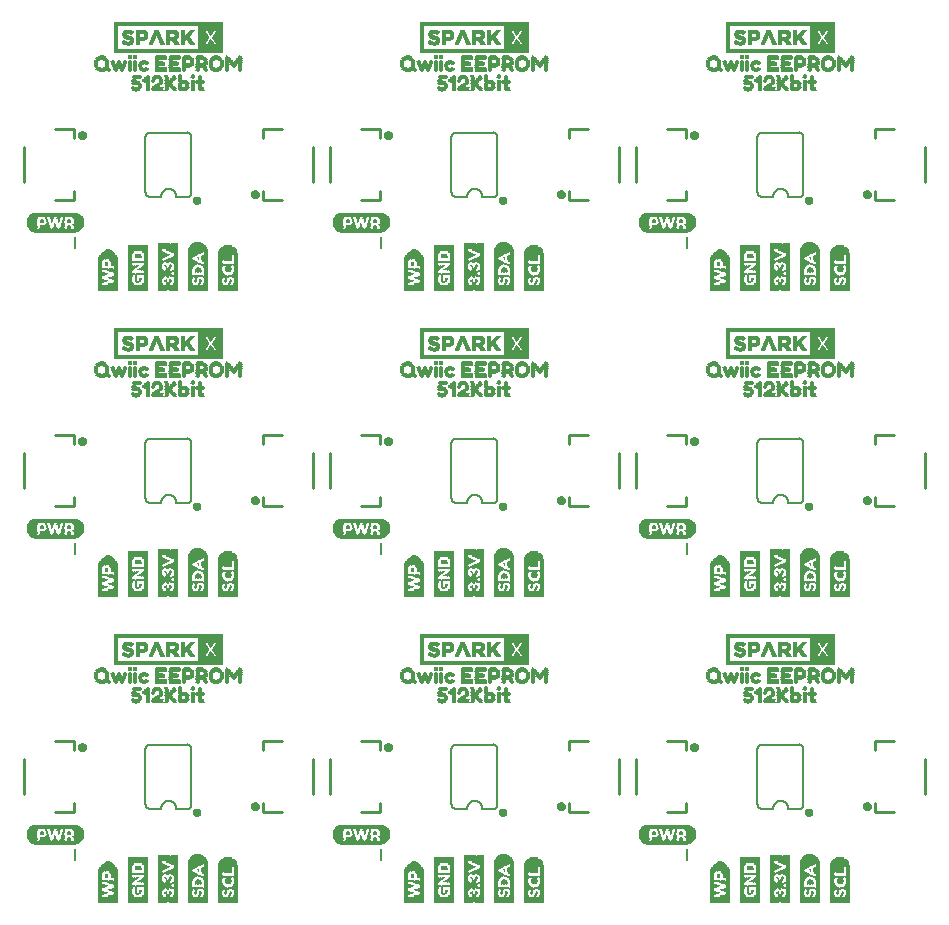
<source format=gto>
G75*
%MOIN*%
%OFA0B0*%
%FSLAX25Y25*%
%IPPOS*%
%LPD*%
%AMOC8*
5,1,8,0,0,1.08239X$1,22.5*
%
%ADD10C,0.01000*%
%ADD11C,0.01575*%
%ADD12C,0.00039*%
%ADD13R,0.00157X0.15906*%
%ADD14R,0.00157X0.02992*%
%ADD15R,0.00157X0.03937*%
%ADD16R,0.00157X0.07402*%
%ADD17R,0.00157X0.02520*%
%ADD18R,0.00157X0.03307*%
%ADD19R,0.00157X0.01102*%
%ADD20R,0.00157X0.02362*%
%ADD21R,0.00157X0.01890*%
%ADD22R,0.00157X0.02677*%
%ADD23R,0.00157X0.00787*%
%ADD24R,0.00157X0.01732*%
%ADD25R,0.00157X0.02205*%
%ADD26R,0.00157X0.00630*%
%ADD27R,0.00157X0.02047*%
%ADD28R,0.00157X0.00472*%
%ADD29R,0.00157X0.00315*%
%ADD30R,0.00157X0.00945*%
%ADD31R,0.00157X0.01575*%
%ADD32R,0.00157X0.01417*%
%ADD33R,0.00157X0.01260*%
%ADD34R,0.00157X0.03150*%
%ADD35R,0.00157X0.03622*%
%ADD36R,0.00157X0.00157*%
%ADD37R,0.00157X0.02835*%
%ADD38R,0.00157X0.03465*%
%ADD39R,0.00157X0.15276*%
%ADD40R,0.00157X0.11024*%
%ADD41R,0.00157X0.12913*%
%ADD42R,0.00157X0.13386*%
%ADD43R,0.00157X0.13701*%
%ADD44R,0.00157X0.14016*%
%ADD45R,0.00157X0.14173*%
%ADD46R,0.00157X0.14331*%
%ADD47R,0.00157X0.14488*%
%ADD48R,0.00157X0.07087*%
%ADD49R,0.00157X0.04882*%
%ADD50R,0.00157X0.05039*%
%ADD51R,0.00157X0.05197*%
%ADD52R,0.00157X0.13858*%
%ADD53R,0.00157X0.14646*%
%ADD54R,0.00157X0.14961*%
%ADD55R,0.00157X0.15118*%
%ADD56R,0.00157X0.15433*%
%ADD57R,0.00157X0.11969*%
%ADD58R,0.00157X0.04567*%
%ADD59R,0.00157X0.04409*%
%ADD60R,0.00157X0.04252*%
%ADD61R,0.00157X0.04094*%
%ADD62R,0.00157X0.03780*%
%ADD63C,0.00500*%
%ADD64R,0.14331X0.00157*%
%ADD65R,0.15276X0.00157*%
%ADD66R,0.15906X0.00157*%
%ADD67R,0.16535X0.00157*%
%ADD68R,0.16850X0.00157*%
%ADD69R,0.17165X0.00157*%
%ADD70R,0.17480X0.00157*%
%ADD71R,0.06614X0.00157*%
%ADD72R,0.04094X0.00157*%
%ADD73R,0.06772X0.00157*%
%ADD74R,0.02992X0.00157*%
%ADD75R,0.01260X0.00157*%
%ADD76R,0.01575X0.00157*%
%ADD77R,0.00630X0.00157*%
%ADD78R,0.03780X0.00157*%
%ADD79R,0.00787X0.00157*%
%ADD80R,0.00472X0.00157*%
%ADD81R,0.03465X0.00157*%
%ADD82R,0.03150X0.00157*%
%ADD83R,0.01102X0.00157*%
%ADD84R,0.03307X0.00157*%
%ADD85R,0.00315X0.00157*%
%ADD86R,0.00945X0.00157*%
%ADD87R,0.03622X0.00157*%
%ADD88R,0.01732X0.00157*%
%ADD89R,0.02205X0.00157*%
%ADD90R,0.01417X0.00157*%
%ADD91R,0.02835X0.00157*%
%ADD92R,0.01890X0.00157*%
%ADD93C,0.00800*%
%ADD94C,0.00010*%
%ADD95R,0.00787X0.00197*%
%ADD96R,0.00984X0.00197*%
%ADD97R,0.01969X0.00197*%
%ADD98R,0.00197X0.00197*%
%ADD99R,0.01181X0.00197*%
%ADD100R,0.00394X0.00197*%
%ADD101R,0.00591X0.00197*%
%ADD102R,0.01378X0.00197*%
%ADD103R,0.02756X0.00197*%
%ADD104R,0.03150X0.00197*%
%ADD105R,0.02559X0.00197*%
%ADD106R,0.01575X0.00197*%
%ADD107R,0.02953X0.00197*%
%ADD108R,0.01772X0.00197*%
%ADD109R,0.03543X0.00197*%
%ADD110R,0.02165X0.00197*%
%ADD111R,0.02362X0.00197*%
%ADD112R,0.03346X0.00197*%
%ADD113R,0.03740X0.00197*%
%ADD114R,0.03346X0.00236*%
%ADD115R,0.01181X0.00236*%
%ADD116R,0.01969X0.00236*%
%ADD117R,0.02559X0.00236*%
%ADD118R,0.01378X0.00236*%
%ADD119R,0.01575X0.00236*%
%ADD120R,0.01772X0.00236*%
%ADD121R,0.03740X0.00236*%
%ADD122R,0.03937X0.00197*%
%ADD123R,0.04134X0.00197*%
%ADD124R,0.03937X0.00236*%
%ADD125R,0.02953X0.00236*%
%ADD126R,0.04331X0.00197*%
%ADD127R,0.05709X0.00197*%
%ADD128R,0.04724X0.00236*%
%ADD129R,0.00394X0.00236*%
%ADD130R,0.02165X0.00236*%
%ADD131R,0.04528X0.00197*%
%ADD132R,0.00984X0.00236*%
%ADD133R,0.04921X0.00197*%
%ADD134R,0.05118X0.00197*%
%ADD135R,0.04724X0.00197*%
%ADD136R,0.02756X0.00236*%
%ADD137R,0.02362X0.00236*%
%ADD138R,0.04134X0.00236*%
%ADD139R,0.00157X0.11339*%
%ADD140R,0.00157X0.11496*%
%ADD141R,0.00157X0.11811*%
%ADD142R,0.00157X0.12126*%
%ADD143R,0.00157X0.12283*%
%ADD144R,0.00157X0.12441*%
%ADD145R,0.00157X0.06457*%
%ADD146R,0.00157X0.05984*%
%ADD147R,0.00157X0.04724*%
D10*
X0040876Y0066939D02*
X0047372Y0066939D01*
X0047372Y0069892D01*
X0030640Y0072844D02*
X0030640Y0084656D01*
X0040876Y0090561D02*
X0047372Y0090561D01*
X0047372Y0087608D01*
X0110128Y0087608D02*
X0110128Y0090561D01*
X0116624Y0090561D01*
X0126860Y0084656D02*
X0126860Y0072844D01*
X0132640Y0072844D02*
X0132640Y0084656D01*
X0142876Y0090561D02*
X0149372Y0090561D01*
X0149372Y0087608D01*
X0149372Y0069892D02*
X0149372Y0066939D01*
X0142876Y0066939D01*
X0116624Y0066939D02*
X0110128Y0066939D01*
X0110128Y0069892D01*
X0212128Y0069892D02*
X0212128Y0066939D01*
X0218624Y0066939D01*
X0228860Y0072844D02*
X0228860Y0084656D01*
X0234640Y0084656D02*
X0234640Y0072844D01*
X0244876Y0066939D02*
X0251372Y0066939D01*
X0251372Y0069892D01*
X0251372Y0087608D02*
X0251372Y0090561D01*
X0244876Y0090561D01*
X0218624Y0090561D02*
X0212128Y0090561D01*
X0212128Y0087608D01*
X0212128Y0168939D02*
X0212128Y0171892D01*
X0212128Y0168939D02*
X0218624Y0168939D01*
X0228860Y0174844D02*
X0228860Y0186656D01*
X0234640Y0186656D02*
X0234640Y0174844D01*
X0244876Y0168939D02*
X0251372Y0168939D01*
X0251372Y0171892D01*
X0251372Y0189608D02*
X0251372Y0192561D01*
X0244876Y0192561D01*
X0218624Y0192561D02*
X0212128Y0192561D01*
X0212128Y0189608D01*
X0149372Y0189608D02*
X0149372Y0192561D01*
X0142876Y0192561D01*
X0132640Y0186656D02*
X0132640Y0174844D01*
X0126860Y0174844D02*
X0126860Y0186656D01*
X0116624Y0192561D02*
X0110128Y0192561D01*
X0110128Y0189608D01*
X0110128Y0171892D02*
X0110128Y0168939D01*
X0116624Y0168939D01*
X0142876Y0168939D02*
X0149372Y0168939D01*
X0149372Y0171892D01*
X0047372Y0171892D02*
X0047372Y0168939D01*
X0040876Y0168939D01*
X0030640Y0174844D02*
X0030640Y0186656D01*
X0040876Y0192561D02*
X0047372Y0192561D01*
X0047372Y0189608D01*
X0047372Y0270939D02*
X0040876Y0270939D01*
X0047372Y0270939D02*
X0047372Y0273892D01*
X0030640Y0276844D02*
X0030640Y0288656D01*
X0040876Y0294561D02*
X0047372Y0294561D01*
X0047372Y0291608D01*
X0110128Y0291608D02*
X0110128Y0294561D01*
X0116624Y0294561D01*
X0126860Y0288656D02*
X0126860Y0276844D01*
X0132640Y0276844D02*
X0132640Y0288656D01*
X0142876Y0294561D02*
X0149372Y0294561D01*
X0149372Y0291608D01*
X0149372Y0273892D02*
X0149372Y0270939D01*
X0142876Y0270939D01*
X0116624Y0270939D02*
X0110128Y0270939D01*
X0110128Y0273892D01*
X0212128Y0273892D02*
X0212128Y0270939D01*
X0218624Y0270939D01*
X0228860Y0276844D02*
X0228860Y0288656D01*
X0234640Y0288656D02*
X0234640Y0276844D01*
X0244876Y0270939D02*
X0251372Y0270939D01*
X0251372Y0273892D01*
X0251372Y0291608D02*
X0251372Y0294561D01*
X0244876Y0294561D01*
X0218624Y0294561D02*
X0212128Y0294561D01*
X0212128Y0291608D01*
X0314128Y0291608D02*
X0314128Y0294561D01*
X0320624Y0294561D01*
X0330860Y0288656D02*
X0330860Y0276844D01*
X0320624Y0270939D02*
X0314128Y0270939D01*
X0314128Y0273892D01*
X0314128Y0192561D02*
X0320624Y0192561D01*
X0314128Y0192561D02*
X0314128Y0189608D01*
X0330860Y0186656D02*
X0330860Y0174844D01*
X0320624Y0168939D02*
X0314128Y0168939D01*
X0314128Y0171892D01*
X0314128Y0090561D02*
X0320624Y0090561D01*
X0314128Y0090561D02*
X0314128Y0087608D01*
X0330860Y0084656D02*
X0330860Y0072844D01*
X0320624Y0066939D02*
X0314128Y0066939D01*
X0314128Y0069892D01*
D11*
X0311012Y0068907D02*
X0311014Y0068954D01*
X0311020Y0069000D01*
X0311029Y0069046D01*
X0311043Y0069090D01*
X0311060Y0069134D01*
X0311081Y0069175D01*
X0311105Y0069215D01*
X0311132Y0069253D01*
X0311163Y0069288D01*
X0311196Y0069321D01*
X0311232Y0069351D01*
X0311271Y0069377D01*
X0311311Y0069401D01*
X0311353Y0069420D01*
X0311397Y0069437D01*
X0311442Y0069449D01*
X0311488Y0069458D01*
X0311534Y0069463D01*
X0311581Y0069464D01*
X0311627Y0069461D01*
X0311673Y0069454D01*
X0311719Y0069443D01*
X0311763Y0069429D01*
X0311806Y0069411D01*
X0311847Y0069389D01*
X0311887Y0069364D01*
X0311924Y0069336D01*
X0311959Y0069305D01*
X0311991Y0069271D01*
X0312020Y0069234D01*
X0312045Y0069196D01*
X0312068Y0069155D01*
X0312087Y0069112D01*
X0312102Y0069068D01*
X0312114Y0069023D01*
X0312122Y0068977D01*
X0312126Y0068930D01*
X0312126Y0068884D01*
X0312122Y0068837D01*
X0312114Y0068791D01*
X0312102Y0068746D01*
X0312087Y0068702D01*
X0312068Y0068659D01*
X0312045Y0068618D01*
X0312020Y0068580D01*
X0311991Y0068543D01*
X0311959Y0068509D01*
X0311924Y0068478D01*
X0311887Y0068450D01*
X0311848Y0068425D01*
X0311806Y0068403D01*
X0311763Y0068385D01*
X0311719Y0068371D01*
X0311673Y0068360D01*
X0311627Y0068353D01*
X0311581Y0068350D01*
X0311534Y0068351D01*
X0311488Y0068356D01*
X0311442Y0068365D01*
X0311397Y0068377D01*
X0311353Y0068394D01*
X0311311Y0068413D01*
X0311271Y0068437D01*
X0311232Y0068463D01*
X0311196Y0068493D01*
X0311163Y0068526D01*
X0311132Y0068561D01*
X0311105Y0068599D01*
X0311081Y0068639D01*
X0311060Y0068680D01*
X0311043Y0068724D01*
X0311029Y0068768D01*
X0311020Y0068814D01*
X0311014Y0068860D01*
X0311012Y0068907D01*
X0253374Y0088593D02*
X0253376Y0088640D01*
X0253382Y0088686D01*
X0253391Y0088732D01*
X0253405Y0088776D01*
X0253422Y0088820D01*
X0253443Y0088861D01*
X0253467Y0088901D01*
X0253494Y0088939D01*
X0253525Y0088974D01*
X0253558Y0089007D01*
X0253594Y0089037D01*
X0253633Y0089063D01*
X0253673Y0089087D01*
X0253715Y0089106D01*
X0253759Y0089123D01*
X0253804Y0089135D01*
X0253850Y0089144D01*
X0253896Y0089149D01*
X0253943Y0089150D01*
X0253989Y0089147D01*
X0254035Y0089140D01*
X0254081Y0089129D01*
X0254125Y0089115D01*
X0254168Y0089097D01*
X0254209Y0089075D01*
X0254249Y0089050D01*
X0254286Y0089022D01*
X0254321Y0088991D01*
X0254353Y0088957D01*
X0254382Y0088920D01*
X0254407Y0088882D01*
X0254430Y0088841D01*
X0254449Y0088798D01*
X0254464Y0088754D01*
X0254476Y0088709D01*
X0254484Y0088663D01*
X0254488Y0088616D01*
X0254488Y0088570D01*
X0254484Y0088523D01*
X0254476Y0088477D01*
X0254464Y0088432D01*
X0254449Y0088388D01*
X0254430Y0088345D01*
X0254407Y0088304D01*
X0254382Y0088266D01*
X0254353Y0088229D01*
X0254321Y0088195D01*
X0254286Y0088164D01*
X0254249Y0088136D01*
X0254210Y0088111D01*
X0254168Y0088089D01*
X0254125Y0088071D01*
X0254081Y0088057D01*
X0254035Y0088046D01*
X0253989Y0088039D01*
X0253943Y0088036D01*
X0253896Y0088037D01*
X0253850Y0088042D01*
X0253804Y0088051D01*
X0253759Y0088063D01*
X0253715Y0088080D01*
X0253673Y0088099D01*
X0253633Y0088123D01*
X0253594Y0088149D01*
X0253558Y0088179D01*
X0253525Y0088212D01*
X0253494Y0088247D01*
X0253467Y0088285D01*
X0253443Y0088325D01*
X0253422Y0088366D01*
X0253405Y0088410D01*
X0253391Y0088454D01*
X0253382Y0088500D01*
X0253376Y0088546D01*
X0253374Y0088593D01*
X0209012Y0068907D02*
X0209014Y0068954D01*
X0209020Y0069000D01*
X0209029Y0069046D01*
X0209043Y0069090D01*
X0209060Y0069134D01*
X0209081Y0069175D01*
X0209105Y0069215D01*
X0209132Y0069253D01*
X0209163Y0069288D01*
X0209196Y0069321D01*
X0209232Y0069351D01*
X0209271Y0069377D01*
X0209311Y0069401D01*
X0209353Y0069420D01*
X0209397Y0069437D01*
X0209442Y0069449D01*
X0209488Y0069458D01*
X0209534Y0069463D01*
X0209581Y0069464D01*
X0209627Y0069461D01*
X0209673Y0069454D01*
X0209719Y0069443D01*
X0209763Y0069429D01*
X0209806Y0069411D01*
X0209847Y0069389D01*
X0209887Y0069364D01*
X0209924Y0069336D01*
X0209959Y0069305D01*
X0209991Y0069271D01*
X0210020Y0069234D01*
X0210045Y0069196D01*
X0210068Y0069155D01*
X0210087Y0069112D01*
X0210102Y0069068D01*
X0210114Y0069023D01*
X0210122Y0068977D01*
X0210126Y0068930D01*
X0210126Y0068884D01*
X0210122Y0068837D01*
X0210114Y0068791D01*
X0210102Y0068746D01*
X0210087Y0068702D01*
X0210068Y0068659D01*
X0210045Y0068618D01*
X0210020Y0068580D01*
X0209991Y0068543D01*
X0209959Y0068509D01*
X0209924Y0068478D01*
X0209887Y0068450D01*
X0209848Y0068425D01*
X0209806Y0068403D01*
X0209763Y0068385D01*
X0209719Y0068371D01*
X0209673Y0068360D01*
X0209627Y0068353D01*
X0209581Y0068350D01*
X0209534Y0068351D01*
X0209488Y0068356D01*
X0209442Y0068365D01*
X0209397Y0068377D01*
X0209353Y0068394D01*
X0209311Y0068413D01*
X0209271Y0068437D01*
X0209232Y0068463D01*
X0209196Y0068493D01*
X0209163Y0068526D01*
X0209132Y0068561D01*
X0209105Y0068599D01*
X0209081Y0068639D01*
X0209060Y0068680D01*
X0209043Y0068724D01*
X0209029Y0068768D01*
X0209020Y0068814D01*
X0209014Y0068860D01*
X0209012Y0068907D01*
X0151374Y0088593D02*
X0151376Y0088640D01*
X0151382Y0088686D01*
X0151391Y0088732D01*
X0151405Y0088776D01*
X0151422Y0088820D01*
X0151443Y0088861D01*
X0151467Y0088901D01*
X0151494Y0088939D01*
X0151525Y0088974D01*
X0151558Y0089007D01*
X0151594Y0089037D01*
X0151633Y0089063D01*
X0151673Y0089087D01*
X0151715Y0089106D01*
X0151759Y0089123D01*
X0151804Y0089135D01*
X0151850Y0089144D01*
X0151896Y0089149D01*
X0151943Y0089150D01*
X0151989Y0089147D01*
X0152035Y0089140D01*
X0152081Y0089129D01*
X0152125Y0089115D01*
X0152168Y0089097D01*
X0152209Y0089075D01*
X0152249Y0089050D01*
X0152286Y0089022D01*
X0152321Y0088991D01*
X0152353Y0088957D01*
X0152382Y0088920D01*
X0152407Y0088882D01*
X0152430Y0088841D01*
X0152449Y0088798D01*
X0152464Y0088754D01*
X0152476Y0088709D01*
X0152484Y0088663D01*
X0152488Y0088616D01*
X0152488Y0088570D01*
X0152484Y0088523D01*
X0152476Y0088477D01*
X0152464Y0088432D01*
X0152449Y0088388D01*
X0152430Y0088345D01*
X0152407Y0088304D01*
X0152382Y0088266D01*
X0152353Y0088229D01*
X0152321Y0088195D01*
X0152286Y0088164D01*
X0152249Y0088136D01*
X0152210Y0088111D01*
X0152168Y0088089D01*
X0152125Y0088071D01*
X0152081Y0088057D01*
X0152035Y0088046D01*
X0151989Y0088039D01*
X0151943Y0088036D01*
X0151896Y0088037D01*
X0151850Y0088042D01*
X0151804Y0088051D01*
X0151759Y0088063D01*
X0151715Y0088080D01*
X0151673Y0088099D01*
X0151633Y0088123D01*
X0151594Y0088149D01*
X0151558Y0088179D01*
X0151525Y0088212D01*
X0151494Y0088247D01*
X0151467Y0088285D01*
X0151443Y0088325D01*
X0151422Y0088366D01*
X0151405Y0088410D01*
X0151391Y0088454D01*
X0151382Y0088500D01*
X0151376Y0088546D01*
X0151374Y0088593D01*
X0107012Y0068907D02*
X0107014Y0068954D01*
X0107020Y0069000D01*
X0107029Y0069046D01*
X0107043Y0069090D01*
X0107060Y0069134D01*
X0107081Y0069175D01*
X0107105Y0069215D01*
X0107132Y0069253D01*
X0107163Y0069288D01*
X0107196Y0069321D01*
X0107232Y0069351D01*
X0107271Y0069377D01*
X0107311Y0069401D01*
X0107353Y0069420D01*
X0107397Y0069437D01*
X0107442Y0069449D01*
X0107488Y0069458D01*
X0107534Y0069463D01*
X0107581Y0069464D01*
X0107627Y0069461D01*
X0107673Y0069454D01*
X0107719Y0069443D01*
X0107763Y0069429D01*
X0107806Y0069411D01*
X0107847Y0069389D01*
X0107887Y0069364D01*
X0107924Y0069336D01*
X0107959Y0069305D01*
X0107991Y0069271D01*
X0108020Y0069234D01*
X0108045Y0069196D01*
X0108068Y0069155D01*
X0108087Y0069112D01*
X0108102Y0069068D01*
X0108114Y0069023D01*
X0108122Y0068977D01*
X0108126Y0068930D01*
X0108126Y0068884D01*
X0108122Y0068837D01*
X0108114Y0068791D01*
X0108102Y0068746D01*
X0108087Y0068702D01*
X0108068Y0068659D01*
X0108045Y0068618D01*
X0108020Y0068580D01*
X0107991Y0068543D01*
X0107959Y0068509D01*
X0107924Y0068478D01*
X0107887Y0068450D01*
X0107848Y0068425D01*
X0107806Y0068403D01*
X0107763Y0068385D01*
X0107719Y0068371D01*
X0107673Y0068360D01*
X0107627Y0068353D01*
X0107581Y0068350D01*
X0107534Y0068351D01*
X0107488Y0068356D01*
X0107442Y0068365D01*
X0107397Y0068377D01*
X0107353Y0068394D01*
X0107311Y0068413D01*
X0107271Y0068437D01*
X0107232Y0068463D01*
X0107196Y0068493D01*
X0107163Y0068526D01*
X0107132Y0068561D01*
X0107105Y0068599D01*
X0107081Y0068639D01*
X0107060Y0068680D01*
X0107043Y0068724D01*
X0107029Y0068768D01*
X0107020Y0068814D01*
X0107014Y0068860D01*
X0107012Y0068907D01*
X0049374Y0088593D02*
X0049376Y0088640D01*
X0049382Y0088686D01*
X0049391Y0088732D01*
X0049405Y0088776D01*
X0049422Y0088820D01*
X0049443Y0088861D01*
X0049467Y0088901D01*
X0049494Y0088939D01*
X0049525Y0088974D01*
X0049558Y0089007D01*
X0049594Y0089037D01*
X0049633Y0089063D01*
X0049673Y0089087D01*
X0049715Y0089106D01*
X0049759Y0089123D01*
X0049804Y0089135D01*
X0049850Y0089144D01*
X0049896Y0089149D01*
X0049943Y0089150D01*
X0049989Y0089147D01*
X0050035Y0089140D01*
X0050081Y0089129D01*
X0050125Y0089115D01*
X0050168Y0089097D01*
X0050209Y0089075D01*
X0050249Y0089050D01*
X0050286Y0089022D01*
X0050321Y0088991D01*
X0050353Y0088957D01*
X0050382Y0088920D01*
X0050407Y0088882D01*
X0050430Y0088841D01*
X0050449Y0088798D01*
X0050464Y0088754D01*
X0050476Y0088709D01*
X0050484Y0088663D01*
X0050488Y0088616D01*
X0050488Y0088570D01*
X0050484Y0088523D01*
X0050476Y0088477D01*
X0050464Y0088432D01*
X0050449Y0088388D01*
X0050430Y0088345D01*
X0050407Y0088304D01*
X0050382Y0088266D01*
X0050353Y0088229D01*
X0050321Y0088195D01*
X0050286Y0088164D01*
X0050249Y0088136D01*
X0050210Y0088111D01*
X0050168Y0088089D01*
X0050125Y0088071D01*
X0050081Y0088057D01*
X0050035Y0088046D01*
X0049989Y0088039D01*
X0049943Y0088036D01*
X0049896Y0088037D01*
X0049850Y0088042D01*
X0049804Y0088051D01*
X0049759Y0088063D01*
X0049715Y0088080D01*
X0049673Y0088099D01*
X0049633Y0088123D01*
X0049594Y0088149D01*
X0049558Y0088179D01*
X0049525Y0088212D01*
X0049494Y0088247D01*
X0049467Y0088285D01*
X0049443Y0088325D01*
X0049422Y0088366D01*
X0049405Y0088410D01*
X0049391Y0088454D01*
X0049382Y0088500D01*
X0049376Y0088546D01*
X0049374Y0088593D01*
X0107012Y0170907D02*
X0107014Y0170954D01*
X0107020Y0171000D01*
X0107029Y0171046D01*
X0107043Y0171090D01*
X0107060Y0171134D01*
X0107081Y0171175D01*
X0107105Y0171215D01*
X0107132Y0171253D01*
X0107163Y0171288D01*
X0107196Y0171321D01*
X0107232Y0171351D01*
X0107271Y0171377D01*
X0107311Y0171401D01*
X0107353Y0171420D01*
X0107397Y0171437D01*
X0107442Y0171449D01*
X0107488Y0171458D01*
X0107534Y0171463D01*
X0107581Y0171464D01*
X0107627Y0171461D01*
X0107673Y0171454D01*
X0107719Y0171443D01*
X0107763Y0171429D01*
X0107806Y0171411D01*
X0107847Y0171389D01*
X0107887Y0171364D01*
X0107924Y0171336D01*
X0107959Y0171305D01*
X0107991Y0171271D01*
X0108020Y0171234D01*
X0108045Y0171196D01*
X0108068Y0171155D01*
X0108087Y0171112D01*
X0108102Y0171068D01*
X0108114Y0171023D01*
X0108122Y0170977D01*
X0108126Y0170930D01*
X0108126Y0170884D01*
X0108122Y0170837D01*
X0108114Y0170791D01*
X0108102Y0170746D01*
X0108087Y0170702D01*
X0108068Y0170659D01*
X0108045Y0170618D01*
X0108020Y0170580D01*
X0107991Y0170543D01*
X0107959Y0170509D01*
X0107924Y0170478D01*
X0107887Y0170450D01*
X0107848Y0170425D01*
X0107806Y0170403D01*
X0107763Y0170385D01*
X0107719Y0170371D01*
X0107673Y0170360D01*
X0107627Y0170353D01*
X0107581Y0170350D01*
X0107534Y0170351D01*
X0107488Y0170356D01*
X0107442Y0170365D01*
X0107397Y0170377D01*
X0107353Y0170394D01*
X0107311Y0170413D01*
X0107271Y0170437D01*
X0107232Y0170463D01*
X0107196Y0170493D01*
X0107163Y0170526D01*
X0107132Y0170561D01*
X0107105Y0170599D01*
X0107081Y0170639D01*
X0107060Y0170680D01*
X0107043Y0170724D01*
X0107029Y0170768D01*
X0107020Y0170814D01*
X0107014Y0170860D01*
X0107012Y0170907D01*
X0151374Y0190593D02*
X0151376Y0190640D01*
X0151382Y0190686D01*
X0151391Y0190732D01*
X0151405Y0190776D01*
X0151422Y0190820D01*
X0151443Y0190861D01*
X0151467Y0190901D01*
X0151494Y0190939D01*
X0151525Y0190974D01*
X0151558Y0191007D01*
X0151594Y0191037D01*
X0151633Y0191063D01*
X0151673Y0191087D01*
X0151715Y0191106D01*
X0151759Y0191123D01*
X0151804Y0191135D01*
X0151850Y0191144D01*
X0151896Y0191149D01*
X0151943Y0191150D01*
X0151989Y0191147D01*
X0152035Y0191140D01*
X0152081Y0191129D01*
X0152125Y0191115D01*
X0152168Y0191097D01*
X0152209Y0191075D01*
X0152249Y0191050D01*
X0152286Y0191022D01*
X0152321Y0190991D01*
X0152353Y0190957D01*
X0152382Y0190920D01*
X0152407Y0190882D01*
X0152430Y0190841D01*
X0152449Y0190798D01*
X0152464Y0190754D01*
X0152476Y0190709D01*
X0152484Y0190663D01*
X0152488Y0190616D01*
X0152488Y0190570D01*
X0152484Y0190523D01*
X0152476Y0190477D01*
X0152464Y0190432D01*
X0152449Y0190388D01*
X0152430Y0190345D01*
X0152407Y0190304D01*
X0152382Y0190266D01*
X0152353Y0190229D01*
X0152321Y0190195D01*
X0152286Y0190164D01*
X0152249Y0190136D01*
X0152210Y0190111D01*
X0152168Y0190089D01*
X0152125Y0190071D01*
X0152081Y0190057D01*
X0152035Y0190046D01*
X0151989Y0190039D01*
X0151943Y0190036D01*
X0151896Y0190037D01*
X0151850Y0190042D01*
X0151804Y0190051D01*
X0151759Y0190063D01*
X0151715Y0190080D01*
X0151673Y0190099D01*
X0151633Y0190123D01*
X0151594Y0190149D01*
X0151558Y0190179D01*
X0151525Y0190212D01*
X0151494Y0190247D01*
X0151467Y0190285D01*
X0151443Y0190325D01*
X0151422Y0190366D01*
X0151405Y0190410D01*
X0151391Y0190454D01*
X0151382Y0190500D01*
X0151376Y0190546D01*
X0151374Y0190593D01*
X0209012Y0170907D02*
X0209014Y0170954D01*
X0209020Y0171000D01*
X0209029Y0171046D01*
X0209043Y0171090D01*
X0209060Y0171134D01*
X0209081Y0171175D01*
X0209105Y0171215D01*
X0209132Y0171253D01*
X0209163Y0171288D01*
X0209196Y0171321D01*
X0209232Y0171351D01*
X0209271Y0171377D01*
X0209311Y0171401D01*
X0209353Y0171420D01*
X0209397Y0171437D01*
X0209442Y0171449D01*
X0209488Y0171458D01*
X0209534Y0171463D01*
X0209581Y0171464D01*
X0209627Y0171461D01*
X0209673Y0171454D01*
X0209719Y0171443D01*
X0209763Y0171429D01*
X0209806Y0171411D01*
X0209847Y0171389D01*
X0209887Y0171364D01*
X0209924Y0171336D01*
X0209959Y0171305D01*
X0209991Y0171271D01*
X0210020Y0171234D01*
X0210045Y0171196D01*
X0210068Y0171155D01*
X0210087Y0171112D01*
X0210102Y0171068D01*
X0210114Y0171023D01*
X0210122Y0170977D01*
X0210126Y0170930D01*
X0210126Y0170884D01*
X0210122Y0170837D01*
X0210114Y0170791D01*
X0210102Y0170746D01*
X0210087Y0170702D01*
X0210068Y0170659D01*
X0210045Y0170618D01*
X0210020Y0170580D01*
X0209991Y0170543D01*
X0209959Y0170509D01*
X0209924Y0170478D01*
X0209887Y0170450D01*
X0209848Y0170425D01*
X0209806Y0170403D01*
X0209763Y0170385D01*
X0209719Y0170371D01*
X0209673Y0170360D01*
X0209627Y0170353D01*
X0209581Y0170350D01*
X0209534Y0170351D01*
X0209488Y0170356D01*
X0209442Y0170365D01*
X0209397Y0170377D01*
X0209353Y0170394D01*
X0209311Y0170413D01*
X0209271Y0170437D01*
X0209232Y0170463D01*
X0209196Y0170493D01*
X0209163Y0170526D01*
X0209132Y0170561D01*
X0209105Y0170599D01*
X0209081Y0170639D01*
X0209060Y0170680D01*
X0209043Y0170724D01*
X0209029Y0170768D01*
X0209020Y0170814D01*
X0209014Y0170860D01*
X0209012Y0170907D01*
X0253374Y0190593D02*
X0253376Y0190640D01*
X0253382Y0190686D01*
X0253391Y0190732D01*
X0253405Y0190776D01*
X0253422Y0190820D01*
X0253443Y0190861D01*
X0253467Y0190901D01*
X0253494Y0190939D01*
X0253525Y0190974D01*
X0253558Y0191007D01*
X0253594Y0191037D01*
X0253633Y0191063D01*
X0253673Y0191087D01*
X0253715Y0191106D01*
X0253759Y0191123D01*
X0253804Y0191135D01*
X0253850Y0191144D01*
X0253896Y0191149D01*
X0253943Y0191150D01*
X0253989Y0191147D01*
X0254035Y0191140D01*
X0254081Y0191129D01*
X0254125Y0191115D01*
X0254168Y0191097D01*
X0254209Y0191075D01*
X0254249Y0191050D01*
X0254286Y0191022D01*
X0254321Y0190991D01*
X0254353Y0190957D01*
X0254382Y0190920D01*
X0254407Y0190882D01*
X0254430Y0190841D01*
X0254449Y0190798D01*
X0254464Y0190754D01*
X0254476Y0190709D01*
X0254484Y0190663D01*
X0254488Y0190616D01*
X0254488Y0190570D01*
X0254484Y0190523D01*
X0254476Y0190477D01*
X0254464Y0190432D01*
X0254449Y0190388D01*
X0254430Y0190345D01*
X0254407Y0190304D01*
X0254382Y0190266D01*
X0254353Y0190229D01*
X0254321Y0190195D01*
X0254286Y0190164D01*
X0254249Y0190136D01*
X0254210Y0190111D01*
X0254168Y0190089D01*
X0254125Y0190071D01*
X0254081Y0190057D01*
X0254035Y0190046D01*
X0253989Y0190039D01*
X0253943Y0190036D01*
X0253896Y0190037D01*
X0253850Y0190042D01*
X0253804Y0190051D01*
X0253759Y0190063D01*
X0253715Y0190080D01*
X0253673Y0190099D01*
X0253633Y0190123D01*
X0253594Y0190149D01*
X0253558Y0190179D01*
X0253525Y0190212D01*
X0253494Y0190247D01*
X0253467Y0190285D01*
X0253443Y0190325D01*
X0253422Y0190366D01*
X0253405Y0190410D01*
X0253391Y0190454D01*
X0253382Y0190500D01*
X0253376Y0190546D01*
X0253374Y0190593D01*
X0311012Y0170907D02*
X0311014Y0170954D01*
X0311020Y0171000D01*
X0311029Y0171046D01*
X0311043Y0171090D01*
X0311060Y0171134D01*
X0311081Y0171175D01*
X0311105Y0171215D01*
X0311132Y0171253D01*
X0311163Y0171288D01*
X0311196Y0171321D01*
X0311232Y0171351D01*
X0311271Y0171377D01*
X0311311Y0171401D01*
X0311353Y0171420D01*
X0311397Y0171437D01*
X0311442Y0171449D01*
X0311488Y0171458D01*
X0311534Y0171463D01*
X0311581Y0171464D01*
X0311627Y0171461D01*
X0311673Y0171454D01*
X0311719Y0171443D01*
X0311763Y0171429D01*
X0311806Y0171411D01*
X0311847Y0171389D01*
X0311887Y0171364D01*
X0311924Y0171336D01*
X0311959Y0171305D01*
X0311991Y0171271D01*
X0312020Y0171234D01*
X0312045Y0171196D01*
X0312068Y0171155D01*
X0312087Y0171112D01*
X0312102Y0171068D01*
X0312114Y0171023D01*
X0312122Y0170977D01*
X0312126Y0170930D01*
X0312126Y0170884D01*
X0312122Y0170837D01*
X0312114Y0170791D01*
X0312102Y0170746D01*
X0312087Y0170702D01*
X0312068Y0170659D01*
X0312045Y0170618D01*
X0312020Y0170580D01*
X0311991Y0170543D01*
X0311959Y0170509D01*
X0311924Y0170478D01*
X0311887Y0170450D01*
X0311848Y0170425D01*
X0311806Y0170403D01*
X0311763Y0170385D01*
X0311719Y0170371D01*
X0311673Y0170360D01*
X0311627Y0170353D01*
X0311581Y0170350D01*
X0311534Y0170351D01*
X0311488Y0170356D01*
X0311442Y0170365D01*
X0311397Y0170377D01*
X0311353Y0170394D01*
X0311311Y0170413D01*
X0311271Y0170437D01*
X0311232Y0170463D01*
X0311196Y0170493D01*
X0311163Y0170526D01*
X0311132Y0170561D01*
X0311105Y0170599D01*
X0311081Y0170639D01*
X0311060Y0170680D01*
X0311043Y0170724D01*
X0311029Y0170768D01*
X0311020Y0170814D01*
X0311014Y0170860D01*
X0311012Y0170907D01*
X0311012Y0272907D02*
X0311014Y0272954D01*
X0311020Y0273000D01*
X0311029Y0273046D01*
X0311043Y0273090D01*
X0311060Y0273134D01*
X0311081Y0273175D01*
X0311105Y0273215D01*
X0311132Y0273253D01*
X0311163Y0273288D01*
X0311196Y0273321D01*
X0311232Y0273351D01*
X0311271Y0273377D01*
X0311311Y0273401D01*
X0311353Y0273420D01*
X0311397Y0273437D01*
X0311442Y0273449D01*
X0311488Y0273458D01*
X0311534Y0273463D01*
X0311581Y0273464D01*
X0311627Y0273461D01*
X0311673Y0273454D01*
X0311719Y0273443D01*
X0311763Y0273429D01*
X0311806Y0273411D01*
X0311847Y0273389D01*
X0311887Y0273364D01*
X0311924Y0273336D01*
X0311959Y0273305D01*
X0311991Y0273271D01*
X0312020Y0273234D01*
X0312045Y0273196D01*
X0312068Y0273155D01*
X0312087Y0273112D01*
X0312102Y0273068D01*
X0312114Y0273023D01*
X0312122Y0272977D01*
X0312126Y0272930D01*
X0312126Y0272884D01*
X0312122Y0272837D01*
X0312114Y0272791D01*
X0312102Y0272746D01*
X0312087Y0272702D01*
X0312068Y0272659D01*
X0312045Y0272618D01*
X0312020Y0272580D01*
X0311991Y0272543D01*
X0311959Y0272509D01*
X0311924Y0272478D01*
X0311887Y0272450D01*
X0311848Y0272425D01*
X0311806Y0272403D01*
X0311763Y0272385D01*
X0311719Y0272371D01*
X0311673Y0272360D01*
X0311627Y0272353D01*
X0311581Y0272350D01*
X0311534Y0272351D01*
X0311488Y0272356D01*
X0311442Y0272365D01*
X0311397Y0272377D01*
X0311353Y0272394D01*
X0311311Y0272413D01*
X0311271Y0272437D01*
X0311232Y0272463D01*
X0311196Y0272493D01*
X0311163Y0272526D01*
X0311132Y0272561D01*
X0311105Y0272599D01*
X0311081Y0272639D01*
X0311060Y0272680D01*
X0311043Y0272724D01*
X0311029Y0272768D01*
X0311020Y0272814D01*
X0311014Y0272860D01*
X0311012Y0272907D01*
X0253374Y0292593D02*
X0253376Y0292640D01*
X0253382Y0292686D01*
X0253391Y0292732D01*
X0253405Y0292776D01*
X0253422Y0292820D01*
X0253443Y0292861D01*
X0253467Y0292901D01*
X0253494Y0292939D01*
X0253525Y0292974D01*
X0253558Y0293007D01*
X0253594Y0293037D01*
X0253633Y0293063D01*
X0253673Y0293087D01*
X0253715Y0293106D01*
X0253759Y0293123D01*
X0253804Y0293135D01*
X0253850Y0293144D01*
X0253896Y0293149D01*
X0253943Y0293150D01*
X0253989Y0293147D01*
X0254035Y0293140D01*
X0254081Y0293129D01*
X0254125Y0293115D01*
X0254168Y0293097D01*
X0254209Y0293075D01*
X0254249Y0293050D01*
X0254286Y0293022D01*
X0254321Y0292991D01*
X0254353Y0292957D01*
X0254382Y0292920D01*
X0254407Y0292882D01*
X0254430Y0292841D01*
X0254449Y0292798D01*
X0254464Y0292754D01*
X0254476Y0292709D01*
X0254484Y0292663D01*
X0254488Y0292616D01*
X0254488Y0292570D01*
X0254484Y0292523D01*
X0254476Y0292477D01*
X0254464Y0292432D01*
X0254449Y0292388D01*
X0254430Y0292345D01*
X0254407Y0292304D01*
X0254382Y0292266D01*
X0254353Y0292229D01*
X0254321Y0292195D01*
X0254286Y0292164D01*
X0254249Y0292136D01*
X0254210Y0292111D01*
X0254168Y0292089D01*
X0254125Y0292071D01*
X0254081Y0292057D01*
X0254035Y0292046D01*
X0253989Y0292039D01*
X0253943Y0292036D01*
X0253896Y0292037D01*
X0253850Y0292042D01*
X0253804Y0292051D01*
X0253759Y0292063D01*
X0253715Y0292080D01*
X0253673Y0292099D01*
X0253633Y0292123D01*
X0253594Y0292149D01*
X0253558Y0292179D01*
X0253525Y0292212D01*
X0253494Y0292247D01*
X0253467Y0292285D01*
X0253443Y0292325D01*
X0253422Y0292366D01*
X0253405Y0292410D01*
X0253391Y0292454D01*
X0253382Y0292500D01*
X0253376Y0292546D01*
X0253374Y0292593D01*
X0209012Y0272907D02*
X0209014Y0272954D01*
X0209020Y0273000D01*
X0209029Y0273046D01*
X0209043Y0273090D01*
X0209060Y0273134D01*
X0209081Y0273175D01*
X0209105Y0273215D01*
X0209132Y0273253D01*
X0209163Y0273288D01*
X0209196Y0273321D01*
X0209232Y0273351D01*
X0209271Y0273377D01*
X0209311Y0273401D01*
X0209353Y0273420D01*
X0209397Y0273437D01*
X0209442Y0273449D01*
X0209488Y0273458D01*
X0209534Y0273463D01*
X0209581Y0273464D01*
X0209627Y0273461D01*
X0209673Y0273454D01*
X0209719Y0273443D01*
X0209763Y0273429D01*
X0209806Y0273411D01*
X0209847Y0273389D01*
X0209887Y0273364D01*
X0209924Y0273336D01*
X0209959Y0273305D01*
X0209991Y0273271D01*
X0210020Y0273234D01*
X0210045Y0273196D01*
X0210068Y0273155D01*
X0210087Y0273112D01*
X0210102Y0273068D01*
X0210114Y0273023D01*
X0210122Y0272977D01*
X0210126Y0272930D01*
X0210126Y0272884D01*
X0210122Y0272837D01*
X0210114Y0272791D01*
X0210102Y0272746D01*
X0210087Y0272702D01*
X0210068Y0272659D01*
X0210045Y0272618D01*
X0210020Y0272580D01*
X0209991Y0272543D01*
X0209959Y0272509D01*
X0209924Y0272478D01*
X0209887Y0272450D01*
X0209848Y0272425D01*
X0209806Y0272403D01*
X0209763Y0272385D01*
X0209719Y0272371D01*
X0209673Y0272360D01*
X0209627Y0272353D01*
X0209581Y0272350D01*
X0209534Y0272351D01*
X0209488Y0272356D01*
X0209442Y0272365D01*
X0209397Y0272377D01*
X0209353Y0272394D01*
X0209311Y0272413D01*
X0209271Y0272437D01*
X0209232Y0272463D01*
X0209196Y0272493D01*
X0209163Y0272526D01*
X0209132Y0272561D01*
X0209105Y0272599D01*
X0209081Y0272639D01*
X0209060Y0272680D01*
X0209043Y0272724D01*
X0209029Y0272768D01*
X0209020Y0272814D01*
X0209014Y0272860D01*
X0209012Y0272907D01*
X0151374Y0292593D02*
X0151376Y0292640D01*
X0151382Y0292686D01*
X0151391Y0292732D01*
X0151405Y0292776D01*
X0151422Y0292820D01*
X0151443Y0292861D01*
X0151467Y0292901D01*
X0151494Y0292939D01*
X0151525Y0292974D01*
X0151558Y0293007D01*
X0151594Y0293037D01*
X0151633Y0293063D01*
X0151673Y0293087D01*
X0151715Y0293106D01*
X0151759Y0293123D01*
X0151804Y0293135D01*
X0151850Y0293144D01*
X0151896Y0293149D01*
X0151943Y0293150D01*
X0151989Y0293147D01*
X0152035Y0293140D01*
X0152081Y0293129D01*
X0152125Y0293115D01*
X0152168Y0293097D01*
X0152209Y0293075D01*
X0152249Y0293050D01*
X0152286Y0293022D01*
X0152321Y0292991D01*
X0152353Y0292957D01*
X0152382Y0292920D01*
X0152407Y0292882D01*
X0152430Y0292841D01*
X0152449Y0292798D01*
X0152464Y0292754D01*
X0152476Y0292709D01*
X0152484Y0292663D01*
X0152488Y0292616D01*
X0152488Y0292570D01*
X0152484Y0292523D01*
X0152476Y0292477D01*
X0152464Y0292432D01*
X0152449Y0292388D01*
X0152430Y0292345D01*
X0152407Y0292304D01*
X0152382Y0292266D01*
X0152353Y0292229D01*
X0152321Y0292195D01*
X0152286Y0292164D01*
X0152249Y0292136D01*
X0152210Y0292111D01*
X0152168Y0292089D01*
X0152125Y0292071D01*
X0152081Y0292057D01*
X0152035Y0292046D01*
X0151989Y0292039D01*
X0151943Y0292036D01*
X0151896Y0292037D01*
X0151850Y0292042D01*
X0151804Y0292051D01*
X0151759Y0292063D01*
X0151715Y0292080D01*
X0151673Y0292099D01*
X0151633Y0292123D01*
X0151594Y0292149D01*
X0151558Y0292179D01*
X0151525Y0292212D01*
X0151494Y0292247D01*
X0151467Y0292285D01*
X0151443Y0292325D01*
X0151422Y0292366D01*
X0151405Y0292410D01*
X0151391Y0292454D01*
X0151382Y0292500D01*
X0151376Y0292546D01*
X0151374Y0292593D01*
X0107012Y0272907D02*
X0107014Y0272954D01*
X0107020Y0273000D01*
X0107029Y0273046D01*
X0107043Y0273090D01*
X0107060Y0273134D01*
X0107081Y0273175D01*
X0107105Y0273215D01*
X0107132Y0273253D01*
X0107163Y0273288D01*
X0107196Y0273321D01*
X0107232Y0273351D01*
X0107271Y0273377D01*
X0107311Y0273401D01*
X0107353Y0273420D01*
X0107397Y0273437D01*
X0107442Y0273449D01*
X0107488Y0273458D01*
X0107534Y0273463D01*
X0107581Y0273464D01*
X0107627Y0273461D01*
X0107673Y0273454D01*
X0107719Y0273443D01*
X0107763Y0273429D01*
X0107806Y0273411D01*
X0107847Y0273389D01*
X0107887Y0273364D01*
X0107924Y0273336D01*
X0107959Y0273305D01*
X0107991Y0273271D01*
X0108020Y0273234D01*
X0108045Y0273196D01*
X0108068Y0273155D01*
X0108087Y0273112D01*
X0108102Y0273068D01*
X0108114Y0273023D01*
X0108122Y0272977D01*
X0108126Y0272930D01*
X0108126Y0272884D01*
X0108122Y0272837D01*
X0108114Y0272791D01*
X0108102Y0272746D01*
X0108087Y0272702D01*
X0108068Y0272659D01*
X0108045Y0272618D01*
X0108020Y0272580D01*
X0107991Y0272543D01*
X0107959Y0272509D01*
X0107924Y0272478D01*
X0107887Y0272450D01*
X0107848Y0272425D01*
X0107806Y0272403D01*
X0107763Y0272385D01*
X0107719Y0272371D01*
X0107673Y0272360D01*
X0107627Y0272353D01*
X0107581Y0272350D01*
X0107534Y0272351D01*
X0107488Y0272356D01*
X0107442Y0272365D01*
X0107397Y0272377D01*
X0107353Y0272394D01*
X0107311Y0272413D01*
X0107271Y0272437D01*
X0107232Y0272463D01*
X0107196Y0272493D01*
X0107163Y0272526D01*
X0107132Y0272561D01*
X0107105Y0272599D01*
X0107081Y0272639D01*
X0107060Y0272680D01*
X0107043Y0272724D01*
X0107029Y0272768D01*
X0107020Y0272814D01*
X0107014Y0272860D01*
X0107012Y0272907D01*
X0049374Y0292593D02*
X0049376Y0292640D01*
X0049382Y0292686D01*
X0049391Y0292732D01*
X0049405Y0292776D01*
X0049422Y0292820D01*
X0049443Y0292861D01*
X0049467Y0292901D01*
X0049494Y0292939D01*
X0049525Y0292974D01*
X0049558Y0293007D01*
X0049594Y0293037D01*
X0049633Y0293063D01*
X0049673Y0293087D01*
X0049715Y0293106D01*
X0049759Y0293123D01*
X0049804Y0293135D01*
X0049850Y0293144D01*
X0049896Y0293149D01*
X0049943Y0293150D01*
X0049989Y0293147D01*
X0050035Y0293140D01*
X0050081Y0293129D01*
X0050125Y0293115D01*
X0050168Y0293097D01*
X0050209Y0293075D01*
X0050249Y0293050D01*
X0050286Y0293022D01*
X0050321Y0292991D01*
X0050353Y0292957D01*
X0050382Y0292920D01*
X0050407Y0292882D01*
X0050430Y0292841D01*
X0050449Y0292798D01*
X0050464Y0292754D01*
X0050476Y0292709D01*
X0050484Y0292663D01*
X0050488Y0292616D01*
X0050488Y0292570D01*
X0050484Y0292523D01*
X0050476Y0292477D01*
X0050464Y0292432D01*
X0050449Y0292388D01*
X0050430Y0292345D01*
X0050407Y0292304D01*
X0050382Y0292266D01*
X0050353Y0292229D01*
X0050321Y0292195D01*
X0050286Y0292164D01*
X0050249Y0292136D01*
X0050210Y0292111D01*
X0050168Y0292089D01*
X0050125Y0292071D01*
X0050081Y0292057D01*
X0050035Y0292046D01*
X0049989Y0292039D01*
X0049943Y0292036D01*
X0049896Y0292037D01*
X0049850Y0292042D01*
X0049804Y0292051D01*
X0049759Y0292063D01*
X0049715Y0292080D01*
X0049673Y0292099D01*
X0049633Y0292123D01*
X0049594Y0292149D01*
X0049558Y0292179D01*
X0049525Y0292212D01*
X0049494Y0292247D01*
X0049467Y0292285D01*
X0049443Y0292325D01*
X0049422Y0292366D01*
X0049405Y0292410D01*
X0049391Y0292454D01*
X0049382Y0292500D01*
X0049376Y0292546D01*
X0049374Y0292593D01*
X0049374Y0190593D02*
X0049376Y0190640D01*
X0049382Y0190686D01*
X0049391Y0190732D01*
X0049405Y0190776D01*
X0049422Y0190820D01*
X0049443Y0190861D01*
X0049467Y0190901D01*
X0049494Y0190939D01*
X0049525Y0190974D01*
X0049558Y0191007D01*
X0049594Y0191037D01*
X0049633Y0191063D01*
X0049673Y0191087D01*
X0049715Y0191106D01*
X0049759Y0191123D01*
X0049804Y0191135D01*
X0049850Y0191144D01*
X0049896Y0191149D01*
X0049943Y0191150D01*
X0049989Y0191147D01*
X0050035Y0191140D01*
X0050081Y0191129D01*
X0050125Y0191115D01*
X0050168Y0191097D01*
X0050209Y0191075D01*
X0050249Y0191050D01*
X0050286Y0191022D01*
X0050321Y0190991D01*
X0050353Y0190957D01*
X0050382Y0190920D01*
X0050407Y0190882D01*
X0050430Y0190841D01*
X0050449Y0190798D01*
X0050464Y0190754D01*
X0050476Y0190709D01*
X0050484Y0190663D01*
X0050488Y0190616D01*
X0050488Y0190570D01*
X0050484Y0190523D01*
X0050476Y0190477D01*
X0050464Y0190432D01*
X0050449Y0190388D01*
X0050430Y0190345D01*
X0050407Y0190304D01*
X0050382Y0190266D01*
X0050353Y0190229D01*
X0050321Y0190195D01*
X0050286Y0190164D01*
X0050249Y0190136D01*
X0050210Y0190111D01*
X0050168Y0190089D01*
X0050125Y0190071D01*
X0050081Y0190057D01*
X0050035Y0190046D01*
X0049989Y0190039D01*
X0049943Y0190036D01*
X0049896Y0190037D01*
X0049850Y0190042D01*
X0049804Y0190051D01*
X0049759Y0190063D01*
X0049715Y0190080D01*
X0049673Y0190099D01*
X0049633Y0190123D01*
X0049594Y0190149D01*
X0049558Y0190179D01*
X0049525Y0190212D01*
X0049494Y0190247D01*
X0049467Y0190285D01*
X0049443Y0190325D01*
X0049422Y0190366D01*
X0049405Y0190410D01*
X0049391Y0190454D01*
X0049382Y0190500D01*
X0049376Y0190546D01*
X0049374Y0190593D01*
D12*
X0060750Y0218268D02*
X0088384Y0218268D01*
X0096750Y0218268D01*
X0096750Y0222765D01*
X0093730Y0222765D01*
X0095047Y0220834D01*
X0093798Y0220834D01*
X0092714Y0222490D01*
X0091624Y0220834D01*
X0090418Y0220834D01*
X0091742Y0222765D01*
X0088708Y0222765D01*
X0088708Y0219193D01*
X0088384Y0219193D01*
X0088384Y0218268D01*
X0088384Y0219193D01*
X0061675Y0219193D01*
X0061675Y0227307D01*
X0088708Y0227307D01*
X0088708Y0222765D01*
X0091742Y0222765D01*
X0092102Y0223290D01*
X0090490Y0225662D01*
X0091732Y0225662D01*
X0092747Y0224096D01*
X0093769Y0225662D01*
X0094975Y0225662D01*
X0093362Y0223304D01*
X0093730Y0222765D01*
X0096750Y0222765D01*
X0096750Y0228232D01*
X0088708Y0228232D01*
X0060750Y0228232D01*
X0060750Y0218268D01*
X0060750Y0218271D02*
X0088384Y0218271D01*
X0096750Y0218271D01*
X0096750Y0218309D02*
X0088384Y0218309D01*
X0060750Y0218309D01*
X0060750Y0218346D02*
X0088384Y0218346D01*
X0096750Y0218346D01*
X0096750Y0218384D02*
X0088384Y0218384D01*
X0060750Y0218384D01*
X0060750Y0218422D02*
X0088384Y0218422D01*
X0096750Y0218422D01*
X0096750Y0218460D02*
X0088384Y0218460D01*
X0060750Y0218460D01*
X0060750Y0218498D02*
X0088384Y0218498D01*
X0096750Y0218498D01*
X0096750Y0218536D02*
X0088384Y0218536D01*
X0060750Y0218536D01*
X0060750Y0218574D02*
X0088384Y0218574D01*
X0096750Y0218574D01*
X0096750Y0218612D02*
X0088384Y0218612D01*
X0060750Y0218612D01*
X0060750Y0218649D02*
X0088384Y0218649D01*
X0096750Y0218649D01*
X0096750Y0218687D02*
X0088384Y0218687D01*
X0060750Y0218687D01*
X0060750Y0218725D02*
X0088384Y0218725D01*
X0096750Y0218725D01*
X0096750Y0218763D02*
X0088384Y0218763D01*
X0060750Y0218763D01*
X0060750Y0218801D02*
X0088384Y0218801D01*
X0096750Y0218801D01*
X0096750Y0218839D02*
X0088384Y0218839D01*
X0060750Y0218839D01*
X0060750Y0218877D02*
X0088384Y0218877D01*
X0096750Y0218877D01*
X0096750Y0218915D02*
X0088384Y0218915D01*
X0060750Y0218915D01*
X0060750Y0218952D02*
X0088384Y0218952D01*
X0096750Y0218952D01*
X0096750Y0218990D02*
X0088384Y0218990D01*
X0060750Y0218990D01*
X0060750Y0219028D02*
X0088384Y0219028D01*
X0096750Y0219028D01*
X0096750Y0219066D02*
X0088384Y0219066D01*
X0060750Y0219066D01*
X0060750Y0219104D02*
X0088384Y0219104D01*
X0096750Y0219104D01*
X0096750Y0219142D02*
X0088384Y0219142D01*
X0060750Y0219142D01*
X0060750Y0219180D02*
X0088384Y0219180D01*
X0096750Y0219180D01*
X0096750Y0219218D02*
X0088708Y0219218D01*
X0088708Y0219256D02*
X0096750Y0219256D01*
X0096750Y0219293D02*
X0088708Y0219293D01*
X0088708Y0219331D02*
X0096750Y0219331D01*
X0096750Y0219369D02*
X0088708Y0219369D01*
X0088708Y0219407D02*
X0096750Y0219407D01*
X0096750Y0219445D02*
X0088708Y0219445D01*
X0088708Y0219483D02*
X0096750Y0219483D01*
X0096750Y0219521D02*
X0088708Y0219521D01*
X0088708Y0219559D02*
X0096750Y0219559D01*
X0096750Y0219596D02*
X0088708Y0219596D01*
X0088708Y0219634D02*
X0096750Y0219634D01*
X0096750Y0219672D02*
X0088708Y0219672D01*
X0088708Y0219710D02*
X0096750Y0219710D01*
X0096750Y0219748D02*
X0088708Y0219748D01*
X0088708Y0219786D02*
X0096750Y0219786D01*
X0096750Y0219824D02*
X0088708Y0219824D01*
X0088708Y0219862D02*
X0096750Y0219862D01*
X0096750Y0219900D02*
X0088708Y0219900D01*
X0088708Y0219937D02*
X0096750Y0219937D01*
X0096750Y0219975D02*
X0088708Y0219975D01*
X0088708Y0220013D02*
X0096750Y0220013D01*
X0096750Y0220051D02*
X0088708Y0220051D01*
X0088708Y0220089D02*
X0096750Y0220089D01*
X0096750Y0220127D02*
X0088708Y0220127D01*
X0088708Y0220165D02*
X0096750Y0220165D01*
X0096750Y0220203D02*
X0088708Y0220203D01*
X0088708Y0220240D02*
X0096750Y0220240D01*
X0096750Y0220278D02*
X0088708Y0220278D01*
X0088708Y0220316D02*
X0096750Y0220316D01*
X0096750Y0220354D02*
X0088708Y0220354D01*
X0088708Y0220392D02*
X0096750Y0220392D01*
X0096750Y0220430D02*
X0088708Y0220430D01*
X0088708Y0220468D02*
X0096750Y0220468D01*
X0096750Y0220506D02*
X0088708Y0220506D01*
X0088708Y0220544D02*
X0096750Y0220544D01*
X0096750Y0220581D02*
X0088708Y0220581D01*
X0088708Y0220619D02*
X0096750Y0220619D01*
X0096750Y0220657D02*
X0088708Y0220657D01*
X0088708Y0220695D02*
X0096750Y0220695D01*
X0096750Y0220733D02*
X0088708Y0220733D01*
X0088708Y0220771D02*
X0096750Y0220771D01*
X0096750Y0220809D02*
X0088708Y0220809D01*
X0088708Y0220847D02*
X0090426Y0220847D01*
X0090452Y0220884D02*
X0088708Y0220884D01*
X0088708Y0220922D02*
X0090478Y0220922D01*
X0090504Y0220960D02*
X0088708Y0220960D01*
X0088708Y0220998D02*
X0090530Y0220998D01*
X0090556Y0221036D02*
X0088708Y0221036D01*
X0088708Y0221074D02*
X0090582Y0221074D01*
X0090608Y0221112D02*
X0088708Y0221112D01*
X0088708Y0221150D02*
X0090634Y0221150D01*
X0090660Y0221187D02*
X0088708Y0221187D01*
X0088708Y0221225D02*
X0090686Y0221225D01*
X0090712Y0221263D02*
X0088708Y0221263D01*
X0088708Y0221301D02*
X0090738Y0221301D01*
X0090764Y0221339D02*
X0088708Y0221339D01*
X0088708Y0221377D02*
X0090790Y0221377D01*
X0090816Y0221415D02*
X0088708Y0221415D01*
X0088708Y0221453D02*
X0090842Y0221453D01*
X0090868Y0221491D02*
X0088708Y0221491D01*
X0088708Y0221528D02*
X0090894Y0221528D01*
X0090920Y0221566D02*
X0088708Y0221566D01*
X0088708Y0221604D02*
X0090946Y0221604D01*
X0090972Y0221642D02*
X0088708Y0221642D01*
X0088708Y0221680D02*
X0090998Y0221680D01*
X0091024Y0221718D02*
X0088708Y0221718D01*
X0088708Y0221756D02*
X0091050Y0221756D01*
X0091076Y0221794D02*
X0088708Y0221794D01*
X0088708Y0221831D02*
X0091102Y0221831D01*
X0091128Y0221869D02*
X0088708Y0221869D01*
X0088708Y0221907D02*
X0091154Y0221907D01*
X0091180Y0221945D02*
X0088708Y0221945D01*
X0088708Y0221983D02*
X0091206Y0221983D01*
X0091232Y0222021D02*
X0088708Y0222021D01*
X0088708Y0222059D02*
X0091258Y0222059D01*
X0091284Y0222097D02*
X0088708Y0222097D01*
X0088708Y0222135D02*
X0091310Y0222135D01*
X0091336Y0222172D02*
X0088708Y0222172D01*
X0088708Y0222210D02*
X0091362Y0222210D01*
X0091388Y0222248D02*
X0088708Y0222248D01*
X0088708Y0222286D02*
X0091414Y0222286D01*
X0091440Y0222324D02*
X0088708Y0222324D01*
X0088708Y0222362D02*
X0091466Y0222362D01*
X0091492Y0222400D02*
X0088708Y0222400D01*
X0088708Y0222438D02*
X0091518Y0222438D01*
X0091544Y0222475D02*
X0088708Y0222475D01*
X0088708Y0222513D02*
X0091570Y0222513D01*
X0091596Y0222551D02*
X0088708Y0222551D01*
X0088708Y0222589D02*
X0091622Y0222589D01*
X0091648Y0222627D02*
X0088708Y0222627D01*
X0088708Y0222665D02*
X0091674Y0222665D01*
X0091700Y0222703D02*
X0088708Y0222703D01*
X0088708Y0222741D02*
X0091726Y0222741D01*
X0091752Y0222779D02*
X0088708Y0222779D01*
X0088708Y0222816D02*
X0091778Y0222816D01*
X0091804Y0222854D02*
X0088708Y0222854D01*
X0088708Y0222892D02*
X0091830Y0222892D01*
X0091856Y0222930D02*
X0088708Y0222930D01*
X0088708Y0222968D02*
X0091882Y0222968D01*
X0091908Y0223006D02*
X0088708Y0223006D01*
X0088708Y0223044D02*
X0091934Y0223044D01*
X0091960Y0223082D02*
X0088708Y0223082D01*
X0088708Y0223119D02*
X0091986Y0223119D01*
X0092012Y0223157D02*
X0088708Y0223157D01*
X0088708Y0223195D02*
X0092038Y0223195D01*
X0092064Y0223233D02*
X0088708Y0223233D01*
X0088708Y0223271D02*
X0092090Y0223271D01*
X0092089Y0223309D02*
X0088708Y0223309D01*
X0088708Y0223347D02*
X0092064Y0223347D01*
X0092038Y0223385D02*
X0088708Y0223385D01*
X0088708Y0223423D02*
X0092012Y0223423D01*
X0091986Y0223460D02*
X0088708Y0223460D01*
X0088708Y0223498D02*
X0091961Y0223498D01*
X0091935Y0223536D02*
X0088708Y0223536D01*
X0088708Y0223574D02*
X0091909Y0223574D01*
X0091883Y0223612D02*
X0088708Y0223612D01*
X0088708Y0223650D02*
X0091858Y0223650D01*
X0091832Y0223688D02*
X0088708Y0223688D01*
X0088708Y0223726D02*
X0091806Y0223726D01*
X0091780Y0223763D02*
X0088708Y0223763D01*
X0088708Y0223801D02*
X0091755Y0223801D01*
X0091729Y0223839D02*
X0088708Y0223839D01*
X0088708Y0223877D02*
X0091703Y0223877D01*
X0091677Y0223915D02*
X0088708Y0223915D01*
X0088708Y0223953D02*
X0091652Y0223953D01*
X0091626Y0223991D02*
X0088708Y0223991D01*
X0088708Y0224029D02*
X0091600Y0224029D01*
X0091574Y0224066D02*
X0088708Y0224066D01*
X0088708Y0224104D02*
X0091549Y0224104D01*
X0091523Y0224142D02*
X0088708Y0224142D01*
X0088708Y0224180D02*
X0091497Y0224180D01*
X0091471Y0224218D02*
X0088708Y0224218D01*
X0088708Y0224256D02*
X0091446Y0224256D01*
X0091420Y0224294D02*
X0088708Y0224294D01*
X0088708Y0224332D02*
X0091394Y0224332D01*
X0091368Y0224370D02*
X0088708Y0224370D01*
X0088708Y0224407D02*
X0091342Y0224407D01*
X0091317Y0224445D02*
X0088708Y0224445D01*
X0088708Y0224483D02*
X0091291Y0224483D01*
X0091265Y0224521D02*
X0088708Y0224521D01*
X0088708Y0224559D02*
X0091239Y0224559D01*
X0091214Y0224597D02*
X0088708Y0224597D01*
X0088708Y0224635D02*
X0091188Y0224635D01*
X0091162Y0224673D02*
X0088708Y0224673D01*
X0088708Y0224710D02*
X0091136Y0224710D01*
X0091111Y0224748D02*
X0088708Y0224748D01*
X0088708Y0224786D02*
X0091085Y0224786D01*
X0091059Y0224824D02*
X0088708Y0224824D01*
X0088708Y0224862D02*
X0091033Y0224862D01*
X0091008Y0224900D02*
X0088708Y0224900D01*
X0088708Y0224938D02*
X0090982Y0224938D01*
X0090956Y0224976D02*
X0088708Y0224976D01*
X0088708Y0225014D02*
X0090930Y0225014D01*
X0090905Y0225051D02*
X0088708Y0225051D01*
X0088708Y0225089D02*
X0090879Y0225089D01*
X0090853Y0225127D02*
X0088708Y0225127D01*
X0088708Y0225165D02*
X0090827Y0225165D01*
X0090802Y0225203D02*
X0088708Y0225203D01*
X0088708Y0225241D02*
X0090776Y0225241D01*
X0090750Y0225279D02*
X0088708Y0225279D01*
X0088708Y0225317D02*
X0090724Y0225317D01*
X0090699Y0225354D02*
X0088708Y0225354D01*
X0088708Y0225392D02*
X0090673Y0225392D01*
X0090647Y0225430D02*
X0088708Y0225430D01*
X0088708Y0225468D02*
X0090621Y0225468D01*
X0090596Y0225506D02*
X0088708Y0225506D01*
X0088708Y0225544D02*
X0090570Y0225544D01*
X0090544Y0225582D02*
X0088708Y0225582D01*
X0088708Y0225620D02*
X0090518Y0225620D01*
X0090493Y0225658D02*
X0088708Y0225658D01*
X0088708Y0225695D02*
X0096750Y0225695D01*
X0096750Y0225658D02*
X0094972Y0225658D01*
X0094946Y0225620D02*
X0096750Y0225620D01*
X0096750Y0225582D02*
X0094920Y0225582D01*
X0094894Y0225544D02*
X0096750Y0225544D01*
X0096750Y0225506D02*
X0094868Y0225506D01*
X0094843Y0225468D02*
X0096750Y0225468D01*
X0096750Y0225430D02*
X0094817Y0225430D01*
X0094791Y0225392D02*
X0096750Y0225392D01*
X0096750Y0225354D02*
X0094765Y0225354D01*
X0094739Y0225317D02*
X0096750Y0225317D01*
X0096750Y0225279D02*
X0094713Y0225279D01*
X0094687Y0225241D02*
X0096750Y0225241D01*
X0096750Y0225203D02*
X0094661Y0225203D01*
X0094635Y0225165D02*
X0096750Y0225165D01*
X0096750Y0225127D02*
X0094609Y0225127D01*
X0094583Y0225089D02*
X0096750Y0225089D01*
X0096750Y0225051D02*
X0094558Y0225051D01*
X0094532Y0225014D02*
X0096750Y0225014D01*
X0096750Y0224976D02*
X0094506Y0224976D01*
X0094480Y0224938D02*
X0096750Y0224938D01*
X0096750Y0224900D02*
X0094454Y0224900D01*
X0094428Y0224862D02*
X0096750Y0224862D01*
X0096750Y0224824D02*
X0094402Y0224824D01*
X0094376Y0224786D02*
X0096750Y0224786D01*
X0096750Y0224748D02*
X0094350Y0224748D01*
X0094324Y0224710D02*
X0096750Y0224710D01*
X0096750Y0224673D02*
X0094298Y0224673D01*
X0094273Y0224635D02*
X0096750Y0224635D01*
X0096750Y0224597D02*
X0094247Y0224597D01*
X0094221Y0224559D02*
X0096750Y0224559D01*
X0096750Y0224521D02*
X0094195Y0224521D01*
X0094169Y0224483D02*
X0096750Y0224483D01*
X0096750Y0224445D02*
X0094143Y0224445D01*
X0094117Y0224407D02*
X0096750Y0224407D01*
X0096750Y0224370D02*
X0094091Y0224370D01*
X0094065Y0224332D02*
X0096750Y0224332D01*
X0096750Y0224294D02*
X0094039Y0224294D01*
X0094013Y0224256D02*
X0096750Y0224256D01*
X0096750Y0224218D02*
X0093988Y0224218D01*
X0093962Y0224180D02*
X0096750Y0224180D01*
X0096750Y0224142D02*
X0093936Y0224142D01*
X0093910Y0224104D02*
X0096750Y0224104D01*
X0096750Y0224066D02*
X0093884Y0224066D01*
X0093858Y0224029D02*
X0096750Y0224029D01*
X0096750Y0223991D02*
X0093832Y0223991D01*
X0093806Y0223953D02*
X0096750Y0223953D01*
X0096750Y0223915D02*
X0093780Y0223915D01*
X0093754Y0223877D02*
X0096750Y0223877D01*
X0096750Y0223839D02*
X0093728Y0223839D01*
X0093703Y0223801D02*
X0096750Y0223801D01*
X0096750Y0223763D02*
X0093677Y0223763D01*
X0093651Y0223726D02*
X0096750Y0223726D01*
X0096750Y0223688D02*
X0093625Y0223688D01*
X0093599Y0223650D02*
X0096750Y0223650D01*
X0096750Y0223612D02*
X0093573Y0223612D01*
X0093547Y0223574D02*
X0096750Y0223574D01*
X0096750Y0223536D02*
X0093521Y0223536D01*
X0093495Y0223498D02*
X0096750Y0223498D01*
X0096750Y0223460D02*
X0093469Y0223460D01*
X0093443Y0223423D02*
X0096750Y0223423D01*
X0096750Y0223385D02*
X0093418Y0223385D01*
X0093392Y0223347D02*
X0096750Y0223347D01*
X0096750Y0223309D02*
X0093366Y0223309D01*
X0093385Y0223271D02*
X0096750Y0223271D01*
X0096750Y0223233D02*
X0093411Y0223233D01*
X0093437Y0223195D02*
X0096750Y0223195D01*
X0096750Y0223157D02*
X0093462Y0223157D01*
X0093488Y0223119D02*
X0096750Y0223119D01*
X0096750Y0223082D02*
X0093514Y0223082D01*
X0093540Y0223044D02*
X0096750Y0223044D01*
X0096750Y0223006D02*
X0093566Y0223006D01*
X0093592Y0222968D02*
X0096750Y0222968D01*
X0096750Y0222930D02*
X0093618Y0222930D01*
X0093643Y0222892D02*
X0096750Y0222892D01*
X0096750Y0222854D02*
X0093669Y0222854D01*
X0093695Y0222816D02*
X0096750Y0222816D01*
X0096750Y0222779D02*
X0093721Y0222779D01*
X0093747Y0222741D02*
X0096750Y0222741D01*
X0096750Y0222703D02*
X0093773Y0222703D01*
X0093799Y0222665D02*
X0096750Y0222665D01*
X0096750Y0222627D02*
X0093824Y0222627D01*
X0093850Y0222589D02*
X0096750Y0222589D01*
X0096750Y0222551D02*
X0093876Y0222551D01*
X0093902Y0222513D02*
X0096750Y0222513D01*
X0096750Y0222475D02*
X0093928Y0222475D01*
X0093954Y0222438D02*
X0096750Y0222438D01*
X0096750Y0222400D02*
X0093979Y0222400D01*
X0094005Y0222362D02*
X0096750Y0222362D01*
X0096750Y0222324D02*
X0094031Y0222324D01*
X0094057Y0222286D02*
X0096750Y0222286D01*
X0096750Y0222248D02*
X0094083Y0222248D01*
X0094109Y0222210D02*
X0096750Y0222210D01*
X0096750Y0222172D02*
X0094134Y0222172D01*
X0094160Y0222135D02*
X0096750Y0222135D01*
X0096750Y0222097D02*
X0094186Y0222097D01*
X0094212Y0222059D02*
X0096750Y0222059D01*
X0096750Y0222021D02*
X0094238Y0222021D01*
X0094264Y0221983D02*
X0096750Y0221983D01*
X0096750Y0221945D02*
X0094290Y0221945D01*
X0094315Y0221907D02*
X0096750Y0221907D01*
X0096750Y0221869D02*
X0094341Y0221869D01*
X0094367Y0221831D02*
X0096750Y0221831D01*
X0096750Y0221794D02*
X0094393Y0221794D01*
X0094419Y0221756D02*
X0096750Y0221756D01*
X0096750Y0221718D02*
X0094445Y0221718D01*
X0094470Y0221680D02*
X0096750Y0221680D01*
X0096750Y0221642D02*
X0094496Y0221642D01*
X0094522Y0221604D02*
X0096750Y0221604D01*
X0096750Y0221566D02*
X0094548Y0221566D01*
X0094574Y0221528D02*
X0096750Y0221528D01*
X0096750Y0221491D02*
X0094600Y0221491D01*
X0094625Y0221453D02*
X0096750Y0221453D01*
X0096750Y0221415D02*
X0094651Y0221415D01*
X0094677Y0221377D02*
X0096750Y0221377D01*
X0096750Y0221339D02*
X0094703Y0221339D01*
X0094729Y0221301D02*
X0096750Y0221301D01*
X0096750Y0221263D02*
X0094755Y0221263D01*
X0094780Y0221225D02*
X0096750Y0221225D01*
X0096750Y0221187D02*
X0094806Y0221187D01*
X0094832Y0221150D02*
X0096750Y0221150D01*
X0096750Y0221112D02*
X0094858Y0221112D01*
X0094884Y0221074D02*
X0096750Y0221074D01*
X0096750Y0221036D02*
X0094910Y0221036D01*
X0094936Y0220998D02*
X0096750Y0220998D01*
X0096750Y0220960D02*
X0094961Y0220960D01*
X0094987Y0220922D02*
X0096750Y0220922D01*
X0096750Y0220884D02*
X0095013Y0220884D01*
X0095039Y0220847D02*
X0096750Y0220847D01*
X0093790Y0220847D02*
X0091632Y0220847D01*
X0091657Y0220884D02*
X0093765Y0220884D01*
X0093740Y0220922D02*
X0091682Y0220922D01*
X0091706Y0220960D02*
X0093716Y0220960D01*
X0093691Y0220998D02*
X0091731Y0220998D01*
X0091756Y0221036D02*
X0093666Y0221036D01*
X0093641Y0221074D02*
X0091781Y0221074D01*
X0091806Y0221112D02*
X0093617Y0221112D01*
X0093592Y0221150D02*
X0091831Y0221150D01*
X0091856Y0221187D02*
X0093567Y0221187D01*
X0093542Y0221225D02*
X0091881Y0221225D01*
X0091906Y0221263D02*
X0093517Y0221263D01*
X0093493Y0221301D02*
X0091931Y0221301D01*
X0091956Y0221339D02*
X0093468Y0221339D01*
X0093443Y0221377D02*
X0091981Y0221377D01*
X0092006Y0221415D02*
X0093418Y0221415D01*
X0093393Y0221453D02*
X0092031Y0221453D01*
X0092056Y0221491D02*
X0093369Y0221491D01*
X0093344Y0221528D02*
X0092081Y0221528D01*
X0092106Y0221566D02*
X0093319Y0221566D01*
X0093294Y0221604D02*
X0092131Y0221604D01*
X0092156Y0221642D02*
X0093270Y0221642D01*
X0093245Y0221680D02*
X0092181Y0221680D01*
X0092206Y0221718D02*
X0093220Y0221718D01*
X0093195Y0221756D02*
X0092230Y0221756D01*
X0092255Y0221794D02*
X0093170Y0221794D01*
X0093146Y0221831D02*
X0092280Y0221831D01*
X0092305Y0221869D02*
X0093121Y0221869D01*
X0093096Y0221907D02*
X0092330Y0221907D01*
X0092355Y0221945D02*
X0093071Y0221945D01*
X0093046Y0221983D02*
X0092380Y0221983D01*
X0092405Y0222021D02*
X0093022Y0222021D01*
X0092997Y0222059D02*
X0092430Y0222059D01*
X0092455Y0222097D02*
X0092972Y0222097D01*
X0092947Y0222135D02*
X0092480Y0222135D01*
X0092505Y0222172D02*
X0092922Y0222172D01*
X0092898Y0222210D02*
X0092530Y0222210D01*
X0092555Y0222248D02*
X0092873Y0222248D01*
X0092848Y0222286D02*
X0092580Y0222286D01*
X0092605Y0222324D02*
X0092823Y0222324D01*
X0092799Y0222362D02*
X0092630Y0222362D01*
X0092655Y0222400D02*
X0092774Y0222400D01*
X0092749Y0222438D02*
X0092680Y0222438D01*
X0092705Y0222475D02*
X0092724Y0222475D01*
X0092741Y0224104D02*
X0092752Y0224104D01*
X0092777Y0224142D02*
X0092717Y0224142D01*
X0092692Y0224180D02*
X0092802Y0224180D01*
X0092826Y0224218D02*
X0092668Y0224218D01*
X0092643Y0224256D02*
X0092851Y0224256D01*
X0092876Y0224294D02*
X0092619Y0224294D01*
X0092594Y0224332D02*
X0092901Y0224332D01*
X0092925Y0224370D02*
X0092569Y0224370D01*
X0092545Y0224407D02*
X0092950Y0224407D01*
X0092975Y0224445D02*
X0092520Y0224445D01*
X0092496Y0224483D02*
X0093000Y0224483D01*
X0093024Y0224521D02*
X0092471Y0224521D01*
X0092447Y0224559D02*
X0093049Y0224559D01*
X0093074Y0224597D02*
X0092422Y0224597D01*
X0092398Y0224635D02*
X0093098Y0224635D01*
X0093123Y0224673D02*
X0092373Y0224673D01*
X0092348Y0224710D02*
X0093148Y0224710D01*
X0093173Y0224748D02*
X0092324Y0224748D01*
X0092299Y0224786D02*
X0093197Y0224786D01*
X0093222Y0224824D02*
X0092275Y0224824D01*
X0092250Y0224862D02*
X0093247Y0224862D01*
X0093272Y0224900D02*
X0092226Y0224900D01*
X0092201Y0224938D02*
X0093296Y0224938D01*
X0093321Y0224976D02*
X0092177Y0224976D01*
X0092152Y0225014D02*
X0093346Y0225014D01*
X0093371Y0225051D02*
X0092127Y0225051D01*
X0092103Y0225089D02*
X0093395Y0225089D01*
X0093420Y0225127D02*
X0092078Y0225127D01*
X0092054Y0225165D02*
X0093445Y0225165D01*
X0093469Y0225203D02*
X0092029Y0225203D01*
X0092005Y0225241D02*
X0093494Y0225241D01*
X0093519Y0225279D02*
X0091980Y0225279D01*
X0091956Y0225317D02*
X0093544Y0225317D01*
X0093568Y0225354D02*
X0091931Y0225354D01*
X0091906Y0225392D02*
X0093593Y0225392D01*
X0093618Y0225430D02*
X0091882Y0225430D01*
X0091857Y0225468D02*
X0093643Y0225468D01*
X0093667Y0225506D02*
X0091833Y0225506D01*
X0091808Y0225544D02*
X0093692Y0225544D01*
X0093717Y0225582D02*
X0091784Y0225582D01*
X0091759Y0225620D02*
X0093742Y0225620D01*
X0093766Y0225658D02*
X0091734Y0225658D01*
X0088708Y0225733D02*
X0096750Y0225733D01*
X0096750Y0225771D02*
X0088708Y0225771D01*
X0088708Y0225809D02*
X0096750Y0225809D01*
X0096750Y0225847D02*
X0088708Y0225847D01*
X0088708Y0225885D02*
X0096750Y0225885D01*
X0096750Y0225923D02*
X0088708Y0225923D01*
X0088708Y0225961D02*
X0096750Y0225961D01*
X0096750Y0225998D02*
X0088708Y0225998D01*
X0088708Y0226036D02*
X0096750Y0226036D01*
X0096750Y0226074D02*
X0088708Y0226074D01*
X0088708Y0226112D02*
X0096750Y0226112D01*
X0096750Y0226150D02*
X0088708Y0226150D01*
X0088708Y0226188D02*
X0096750Y0226188D01*
X0096750Y0226226D02*
X0088708Y0226226D01*
X0088708Y0226264D02*
X0096750Y0226264D01*
X0096750Y0226301D02*
X0088708Y0226301D01*
X0088708Y0226339D02*
X0096750Y0226339D01*
X0096750Y0226377D02*
X0088708Y0226377D01*
X0088708Y0226415D02*
X0096750Y0226415D01*
X0096750Y0226453D02*
X0088708Y0226453D01*
X0088708Y0226491D02*
X0096750Y0226491D01*
X0096750Y0226529D02*
X0088708Y0226529D01*
X0088708Y0226567D02*
X0096750Y0226567D01*
X0096750Y0226605D02*
X0088708Y0226605D01*
X0088708Y0226642D02*
X0096750Y0226642D01*
X0096750Y0226680D02*
X0088708Y0226680D01*
X0088708Y0226718D02*
X0096750Y0226718D01*
X0096750Y0226756D02*
X0088708Y0226756D01*
X0088708Y0226794D02*
X0096750Y0226794D01*
X0096750Y0226832D02*
X0088708Y0226832D01*
X0088708Y0226870D02*
X0096750Y0226870D01*
X0096750Y0226908D02*
X0088708Y0226908D01*
X0088708Y0226945D02*
X0096750Y0226945D01*
X0096750Y0226983D02*
X0088708Y0226983D01*
X0088708Y0227021D02*
X0096750Y0227021D01*
X0096750Y0227059D02*
X0088708Y0227059D01*
X0088708Y0227097D02*
X0096750Y0227097D01*
X0096750Y0227135D02*
X0088708Y0227135D01*
X0088708Y0227173D02*
X0096750Y0227173D01*
X0096750Y0227211D02*
X0088708Y0227211D01*
X0088708Y0227249D02*
X0096750Y0227249D01*
X0096750Y0227286D02*
X0088708Y0227286D01*
X0087264Y0225662D02*
X0085982Y0225662D01*
X0084842Y0224434D01*
X0086085Y0224434D01*
X0087264Y0225662D01*
X0087260Y0225658D02*
X0085978Y0225658D01*
X0085943Y0225620D02*
X0087223Y0225620D01*
X0087187Y0225582D02*
X0085908Y0225582D01*
X0085873Y0225544D02*
X0087151Y0225544D01*
X0087114Y0225506D02*
X0085838Y0225506D01*
X0085802Y0225468D02*
X0087078Y0225468D01*
X0087042Y0225430D02*
X0085767Y0225430D01*
X0085732Y0225392D02*
X0087005Y0225392D01*
X0086969Y0225354D02*
X0085697Y0225354D01*
X0085662Y0225317D02*
X0086933Y0225317D01*
X0086896Y0225279D02*
X0085627Y0225279D01*
X0085591Y0225241D02*
X0086860Y0225241D01*
X0086823Y0225203D02*
X0085556Y0225203D01*
X0085521Y0225165D02*
X0086787Y0225165D01*
X0086751Y0225127D02*
X0085486Y0225127D01*
X0085451Y0225089D02*
X0086714Y0225089D01*
X0086678Y0225051D02*
X0085416Y0225051D01*
X0085380Y0225014D02*
X0086642Y0225014D01*
X0086605Y0224976D02*
X0085345Y0224976D01*
X0085310Y0224938D02*
X0086569Y0224938D01*
X0086533Y0224900D02*
X0085275Y0224900D01*
X0085240Y0224862D02*
X0086496Y0224862D01*
X0086460Y0224824D02*
X0085205Y0224824D01*
X0085169Y0224786D02*
X0086424Y0224786D01*
X0086387Y0224748D02*
X0085134Y0224748D01*
X0085099Y0224710D02*
X0086351Y0224710D01*
X0086315Y0224673D02*
X0085064Y0224673D01*
X0085029Y0224635D02*
X0086278Y0224635D01*
X0086242Y0224597D02*
X0084994Y0224597D01*
X0084958Y0224559D02*
X0086205Y0224559D01*
X0086169Y0224521D02*
X0084923Y0224521D01*
X0084888Y0224483D02*
X0086133Y0224483D01*
X0086096Y0224445D02*
X0084853Y0224445D01*
X0084842Y0224434D02*
X0084024Y0223552D01*
X0084024Y0224434D01*
X0082962Y0224434D01*
X0082962Y0225662D01*
X0084024Y0225662D01*
X0084024Y0224434D01*
X0082962Y0224434D01*
X0082962Y0220834D01*
X0084024Y0220834D01*
X0084024Y0222310D01*
X0084582Y0222890D01*
X0086080Y0220834D01*
X0087354Y0220834D01*
X0085298Y0223614D01*
X0086085Y0224434D01*
X0084842Y0224434D01*
X0084818Y0224407D02*
X0086060Y0224407D01*
X0086024Y0224370D02*
X0084783Y0224370D01*
X0084747Y0224332D02*
X0085987Y0224332D01*
X0085951Y0224294D02*
X0084712Y0224294D01*
X0084677Y0224256D02*
X0085915Y0224256D01*
X0085878Y0224218D02*
X0084642Y0224218D01*
X0084607Y0224180D02*
X0085842Y0224180D01*
X0085806Y0224142D02*
X0084572Y0224142D01*
X0084536Y0224104D02*
X0085769Y0224104D01*
X0085733Y0224066D02*
X0084501Y0224066D01*
X0084466Y0224029D02*
X0085697Y0224029D01*
X0085660Y0223991D02*
X0084431Y0223991D01*
X0084396Y0223953D02*
X0085624Y0223953D01*
X0085588Y0223915D02*
X0084361Y0223915D01*
X0084325Y0223877D02*
X0085551Y0223877D01*
X0085515Y0223839D02*
X0084290Y0223839D01*
X0084255Y0223801D02*
X0085479Y0223801D01*
X0085442Y0223763D02*
X0084220Y0223763D01*
X0084185Y0223726D02*
X0085406Y0223726D01*
X0085369Y0223688D02*
X0084150Y0223688D01*
X0084114Y0223650D02*
X0085333Y0223650D01*
X0085300Y0223612D02*
X0084079Y0223612D01*
X0084044Y0223574D02*
X0085328Y0223574D01*
X0085356Y0223536D02*
X0082962Y0223536D01*
X0082962Y0223498D02*
X0085384Y0223498D01*
X0085412Y0223460D02*
X0082962Y0223460D01*
X0082962Y0223423D02*
X0085440Y0223423D01*
X0085468Y0223385D02*
X0082962Y0223385D01*
X0082962Y0223347D02*
X0085496Y0223347D01*
X0085524Y0223309D02*
X0082962Y0223309D01*
X0082962Y0223271D02*
X0085552Y0223271D01*
X0085580Y0223233D02*
X0082962Y0223233D01*
X0082962Y0223195D02*
X0085608Y0223195D01*
X0085636Y0223157D02*
X0082962Y0223157D01*
X0082962Y0223119D02*
X0085664Y0223119D01*
X0085692Y0223082D02*
X0082962Y0223082D01*
X0082962Y0223044D02*
X0085720Y0223044D01*
X0085748Y0223006D02*
X0082962Y0223006D01*
X0082962Y0222968D02*
X0085776Y0222968D01*
X0085804Y0222930D02*
X0082962Y0222930D01*
X0082962Y0222892D02*
X0085832Y0222892D01*
X0085860Y0222854D02*
X0084608Y0222854D01*
X0084636Y0222816D02*
X0085888Y0222816D01*
X0085916Y0222779D02*
X0084663Y0222779D01*
X0084691Y0222741D02*
X0085944Y0222741D01*
X0085972Y0222703D02*
X0084718Y0222703D01*
X0084746Y0222665D02*
X0086000Y0222665D01*
X0086028Y0222627D02*
X0084774Y0222627D01*
X0084801Y0222589D02*
X0086056Y0222589D01*
X0086084Y0222551D02*
X0084829Y0222551D01*
X0084856Y0222513D02*
X0086112Y0222513D01*
X0086140Y0222475D02*
X0084884Y0222475D01*
X0084912Y0222438D02*
X0086168Y0222438D01*
X0086196Y0222400D02*
X0084939Y0222400D01*
X0084967Y0222362D02*
X0086224Y0222362D01*
X0086252Y0222324D02*
X0084994Y0222324D01*
X0085022Y0222286D02*
X0086280Y0222286D01*
X0086308Y0222248D02*
X0085050Y0222248D01*
X0085077Y0222210D02*
X0086336Y0222210D01*
X0086364Y0222172D02*
X0085105Y0222172D01*
X0085132Y0222135D02*
X0086392Y0222135D01*
X0086420Y0222097D02*
X0085160Y0222097D01*
X0085188Y0222059D02*
X0086448Y0222059D01*
X0086476Y0222021D02*
X0085215Y0222021D01*
X0085243Y0221983D02*
X0086504Y0221983D01*
X0086532Y0221945D02*
X0085270Y0221945D01*
X0085298Y0221907D02*
X0086560Y0221907D01*
X0086589Y0221869D02*
X0085326Y0221869D01*
X0085353Y0221831D02*
X0086617Y0221831D01*
X0086645Y0221794D02*
X0085381Y0221794D01*
X0085408Y0221756D02*
X0086673Y0221756D01*
X0086701Y0221718D02*
X0085436Y0221718D01*
X0085464Y0221680D02*
X0086729Y0221680D01*
X0086757Y0221642D02*
X0085491Y0221642D01*
X0085519Y0221604D02*
X0086785Y0221604D01*
X0086813Y0221566D02*
X0085546Y0221566D01*
X0085574Y0221528D02*
X0086841Y0221528D01*
X0086869Y0221491D02*
X0085602Y0221491D01*
X0085629Y0221453D02*
X0086897Y0221453D01*
X0086925Y0221415D02*
X0085657Y0221415D01*
X0085684Y0221377D02*
X0086953Y0221377D01*
X0086981Y0221339D02*
X0085712Y0221339D01*
X0085740Y0221301D02*
X0087009Y0221301D01*
X0087037Y0221263D02*
X0085767Y0221263D01*
X0085795Y0221225D02*
X0087065Y0221225D01*
X0087093Y0221187D02*
X0085822Y0221187D01*
X0085850Y0221150D02*
X0087121Y0221150D01*
X0087149Y0221112D02*
X0085878Y0221112D01*
X0085905Y0221074D02*
X0087177Y0221074D01*
X0087205Y0221036D02*
X0085933Y0221036D01*
X0085960Y0220998D02*
X0087233Y0220998D01*
X0087261Y0220960D02*
X0085988Y0220960D01*
X0086016Y0220922D02*
X0087289Y0220922D01*
X0087317Y0220884D02*
X0086043Y0220884D01*
X0086071Y0220847D02*
X0087345Y0220847D01*
X0084024Y0220847D02*
X0082962Y0220847D01*
X0082962Y0220884D02*
X0084024Y0220884D01*
X0084024Y0220922D02*
X0082962Y0220922D01*
X0082962Y0220960D02*
X0084024Y0220960D01*
X0084024Y0220998D02*
X0082962Y0220998D01*
X0082962Y0221036D02*
X0084024Y0221036D01*
X0084024Y0221074D02*
X0082962Y0221074D01*
X0082962Y0221112D02*
X0084024Y0221112D01*
X0084024Y0221150D02*
X0082962Y0221150D01*
X0082962Y0221187D02*
X0084024Y0221187D01*
X0084024Y0221225D02*
X0082962Y0221225D01*
X0082962Y0221263D02*
X0084024Y0221263D01*
X0084024Y0221301D02*
X0082962Y0221301D01*
X0082962Y0221339D02*
X0084024Y0221339D01*
X0084024Y0221377D02*
X0082962Y0221377D01*
X0082962Y0221415D02*
X0084024Y0221415D01*
X0084024Y0221453D02*
X0082962Y0221453D01*
X0082962Y0221491D02*
X0084024Y0221491D01*
X0084024Y0221528D02*
X0082962Y0221528D01*
X0082962Y0221566D02*
X0084024Y0221566D01*
X0084024Y0221604D02*
X0082962Y0221604D01*
X0082962Y0221642D02*
X0084024Y0221642D01*
X0084024Y0221680D02*
X0082962Y0221680D01*
X0082962Y0221718D02*
X0084024Y0221718D01*
X0084024Y0221756D02*
X0082962Y0221756D01*
X0082962Y0221794D02*
X0084024Y0221794D01*
X0084024Y0221831D02*
X0082962Y0221831D01*
X0082962Y0221869D02*
X0084024Y0221869D01*
X0084024Y0221907D02*
X0082962Y0221907D01*
X0082962Y0221945D02*
X0084024Y0221945D01*
X0084024Y0221983D02*
X0082962Y0221983D01*
X0082962Y0222021D02*
X0084024Y0222021D01*
X0084024Y0222059D02*
X0082962Y0222059D01*
X0082962Y0222097D02*
X0084024Y0222097D01*
X0084024Y0222135D02*
X0082962Y0222135D01*
X0082962Y0222172D02*
X0084024Y0222172D01*
X0084024Y0222210D02*
X0082962Y0222210D01*
X0082962Y0222248D02*
X0084024Y0222248D01*
X0084024Y0222286D02*
X0082962Y0222286D01*
X0082962Y0222324D02*
X0084037Y0222324D01*
X0084074Y0222362D02*
X0082962Y0222362D01*
X0082962Y0222400D02*
X0084110Y0222400D01*
X0084146Y0222438D02*
X0082962Y0222438D01*
X0082962Y0222475D02*
X0084183Y0222475D01*
X0084219Y0222513D02*
X0082962Y0222513D01*
X0082962Y0222551D02*
X0084256Y0222551D01*
X0084292Y0222589D02*
X0082962Y0222589D01*
X0082962Y0222627D02*
X0084329Y0222627D01*
X0084365Y0222665D02*
X0082962Y0222665D01*
X0082962Y0222703D02*
X0084402Y0222703D01*
X0084438Y0222741D02*
X0082962Y0222741D01*
X0082962Y0222779D02*
X0084475Y0222779D01*
X0084511Y0222816D02*
X0082962Y0222816D01*
X0082962Y0222854D02*
X0084548Y0222854D01*
X0084024Y0223574D02*
X0082962Y0223574D01*
X0082962Y0223612D02*
X0084024Y0223612D01*
X0084024Y0223650D02*
X0082962Y0223650D01*
X0082962Y0223688D02*
X0084024Y0223688D01*
X0084024Y0223726D02*
X0082962Y0223726D01*
X0082962Y0223763D02*
X0084024Y0223763D01*
X0084024Y0223801D02*
X0082962Y0223801D01*
X0082962Y0223839D02*
X0084024Y0223839D01*
X0084024Y0223877D02*
X0082962Y0223877D01*
X0082962Y0223915D02*
X0084024Y0223915D01*
X0084024Y0223953D02*
X0082962Y0223953D01*
X0082962Y0223991D02*
X0084024Y0223991D01*
X0084024Y0224029D02*
X0082962Y0224029D01*
X0082962Y0224066D02*
X0084024Y0224066D01*
X0084024Y0224104D02*
X0082962Y0224104D01*
X0082962Y0224142D02*
X0084024Y0224142D01*
X0084024Y0224180D02*
X0082962Y0224180D01*
X0082962Y0224218D02*
X0084024Y0224218D01*
X0084024Y0224256D02*
X0082962Y0224256D01*
X0082962Y0224294D02*
X0084024Y0224294D01*
X0084024Y0224332D02*
X0082962Y0224332D01*
X0082962Y0224370D02*
X0084024Y0224370D01*
X0084024Y0224407D02*
X0082962Y0224407D01*
X0082962Y0224445D02*
X0084024Y0224445D01*
X0084024Y0224483D02*
X0082962Y0224483D01*
X0082962Y0224521D02*
X0084024Y0224521D01*
X0084024Y0224559D02*
X0082962Y0224559D01*
X0082962Y0224597D02*
X0084024Y0224597D01*
X0084024Y0224635D02*
X0082962Y0224635D01*
X0082962Y0224673D02*
X0084024Y0224673D01*
X0084024Y0224710D02*
X0082962Y0224710D01*
X0082962Y0224748D02*
X0084024Y0224748D01*
X0084024Y0224786D02*
X0082962Y0224786D01*
X0082962Y0224824D02*
X0084024Y0224824D01*
X0084024Y0224862D02*
X0082962Y0224862D01*
X0082962Y0224900D02*
X0084024Y0224900D01*
X0084024Y0224938D02*
X0082962Y0224938D01*
X0082962Y0224976D02*
X0084024Y0224976D01*
X0084024Y0225014D02*
X0082962Y0225014D01*
X0082962Y0225051D02*
X0084024Y0225051D01*
X0084024Y0225089D02*
X0082962Y0225089D01*
X0082962Y0225127D02*
X0084024Y0225127D01*
X0084024Y0225165D02*
X0082962Y0225165D01*
X0082962Y0225203D02*
X0084024Y0225203D01*
X0084024Y0225241D02*
X0082962Y0225241D01*
X0082962Y0225279D02*
X0084024Y0225279D01*
X0084024Y0225317D02*
X0082962Y0225317D01*
X0082962Y0225354D02*
X0084024Y0225354D01*
X0084024Y0225392D02*
X0082962Y0225392D01*
X0082962Y0225430D02*
X0084024Y0225430D01*
X0084024Y0225468D02*
X0082962Y0225468D01*
X0082962Y0225506D02*
X0084024Y0225506D01*
X0084024Y0225544D02*
X0082962Y0225544D01*
X0082962Y0225582D02*
X0084024Y0225582D01*
X0084024Y0225620D02*
X0082962Y0225620D01*
X0082962Y0225658D02*
X0084024Y0225658D01*
X0081882Y0224736D02*
X0081732Y0225009D01*
X0081522Y0225241D01*
X0077972Y0225241D01*
X0077972Y0225279D02*
X0081468Y0225279D01*
X0081522Y0225241D02*
X0081258Y0225425D01*
X0080946Y0225557D01*
X0080587Y0225636D01*
X0080179Y0225662D01*
X0077972Y0225662D01*
X0077972Y0224434D01*
X0079034Y0224434D01*
X0079034Y0224704D01*
X0080089Y0224704D01*
X0080440Y0224661D01*
X0080705Y0224532D01*
X0080780Y0224434D01*
X0081968Y0224434D01*
X0081882Y0224736D01*
X0081875Y0224748D02*
X0077972Y0224748D01*
X0077972Y0224710D02*
X0081889Y0224710D01*
X0081900Y0224673D02*
X0080348Y0224673D01*
X0080494Y0224635D02*
X0081910Y0224635D01*
X0081921Y0224597D02*
X0080572Y0224597D01*
X0080649Y0224559D02*
X0081932Y0224559D01*
X0081943Y0224521D02*
X0080713Y0224521D01*
X0080742Y0224483D02*
X0081954Y0224483D01*
X0081964Y0224445D02*
X0080771Y0224445D01*
X0080780Y0224434D02*
X0080870Y0224316D01*
X0080924Y0224013D01*
X0080924Y0224002D01*
X0080873Y0223724D01*
X0080716Y0223506D01*
X0080459Y0223366D01*
X0080111Y0223318D01*
X0079034Y0223318D01*
X0079034Y0224434D01*
X0077972Y0224434D01*
X0077972Y0220834D01*
X0079034Y0220834D01*
X0079034Y0222379D01*
X0079870Y0222379D01*
X0080903Y0220834D01*
X0082145Y0220834D01*
X0080964Y0222559D01*
X0081383Y0222780D01*
X0081713Y0223099D01*
X0081928Y0223522D01*
X0082001Y0224053D01*
X0082001Y0224067D01*
X0081971Y0224422D01*
X0081968Y0224434D01*
X0080780Y0224434D01*
X0080800Y0224407D02*
X0081972Y0224407D01*
X0081976Y0224370D02*
X0080829Y0224370D01*
X0080858Y0224332D02*
X0081979Y0224332D01*
X0081982Y0224294D02*
X0080874Y0224294D01*
X0080881Y0224256D02*
X0081985Y0224256D01*
X0081988Y0224218D02*
X0080888Y0224218D01*
X0080894Y0224180D02*
X0081991Y0224180D01*
X0081995Y0224142D02*
X0080901Y0224142D01*
X0080908Y0224104D02*
X0081998Y0224104D01*
X0082001Y0224066D02*
X0080915Y0224066D01*
X0080922Y0224029D02*
X0081997Y0224029D01*
X0081992Y0223991D02*
X0080922Y0223991D01*
X0080915Y0223953D02*
X0081987Y0223953D01*
X0081982Y0223915D02*
X0080908Y0223915D01*
X0080901Y0223877D02*
X0081977Y0223877D01*
X0081972Y0223839D02*
X0080894Y0223839D01*
X0080887Y0223801D02*
X0081967Y0223801D01*
X0081961Y0223763D02*
X0080880Y0223763D01*
X0080873Y0223726D02*
X0081956Y0223726D01*
X0081951Y0223688D02*
X0080846Y0223688D01*
X0080819Y0223650D02*
X0081946Y0223650D01*
X0081941Y0223612D02*
X0080792Y0223612D01*
X0080765Y0223574D02*
X0081936Y0223574D01*
X0081930Y0223536D02*
X0080738Y0223536D01*
X0080702Y0223498D02*
X0081916Y0223498D01*
X0081897Y0223460D02*
X0080633Y0223460D01*
X0080563Y0223423D02*
X0081878Y0223423D01*
X0081859Y0223385D02*
X0080493Y0223385D01*
X0080318Y0223347D02*
X0081839Y0223347D01*
X0081820Y0223309D02*
X0077972Y0223309D01*
X0077972Y0223347D02*
X0079034Y0223347D01*
X0079034Y0223385D02*
X0077972Y0223385D01*
X0077972Y0223423D02*
X0079034Y0223423D01*
X0079034Y0223460D02*
X0077972Y0223460D01*
X0077972Y0223498D02*
X0079034Y0223498D01*
X0079034Y0223536D02*
X0077972Y0223536D01*
X0077972Y0223574D02*
X0079034Y0223574D01*
X0079034Y0223612D02*
X0077972Y0223612D01*
X0077972Y0223650D02*
X0079034Y0223650D01*
X0079034Y0223688D02*
X0077972Y0223688D01*
X0077972Y0223726D02*
X0079034Y0223726D01*
X0079034Y0223763D02*
X0077972Y0223763D01*
X0077972Y0223801D02*
X0079034Y0223801D01*
X0079034Y0223839D02*
X0077972Y0223839D01*
X0077972Y0223877D02*
X0079034Y0223877D01*
X0079034Y0223915D02*
X0077972Y0223915D01*
X0077972Y0223953D02*
X0079034Y0223953D01*
X0079034Y0223991D02*
X0077972Y0223991D01*
X0077972Y0224029D02*
X0079034Y0224029D01*
X0079034Y0224066D02*
X0077972Y0224066D01*
X0077972Y0224104D02*
X0079034Y0224104D01*
X0079034Y0224142D02*
X0077972Y0224142D01*
X0077972Y0224180D02*
X0079034Y0224180D01*
X0079034Y0224218D02*
X0077972Y0224218D01*
X0077972Y0224256D02*
X0079034Y0224256D01*
X0079034Y0224294D02*
X0077972Y0224294D01*
X0077972Y0224332D02*
X0079034Y0224332D01*
X0079034Y0224370D02*
X0077972Y0224370D01*
X0077972Y0224407D02*
X0079034Y0224407D01*
X0079034Y0224445D02*
X0077972Y0224445D01*
X0077972Y0224483D02*
X0079034Y0224483D01*
X0079034Y0224521D02*
X0077972Y0224521D01*
X0077972Y0224559D02*
X0079034Y0224559D01*
X0079034Y0224597D02*
X0077972Y0224597D01*
X0077972Y0224635D02*
X0079034Y0224635D01*
X0079034Y0224673D02*
X0077972Y0224673D01*
X0077972Y0224786D02*
X0081854Y0224786D01*
X0081834Y0224824D02*
X0077972Y0224824D01*
X0077972Y0224862D02*
X0081813Y0224862D01*
X0081792Y0224900D02*
X0077972Y0224900D01*
X0077972Y0224938D02*
X0081771Y0224938D01*
X0081750Y0224976D02*
X0077972Y0224976D01*
X0077972Y0225014D02*
X0081728Y0225014D01*
X0081694Y0225051D02*
X0077972Y0225051D01*
X0077972Y0225089D02*
X0081659Y0225089D01*
X0081625Y0225127D02*
X0077972Y0225127D01*
X0077972Y0225165D02*
X0081591Y0225165D01*
X0081556Y0225203D02*
X0077972Y0225203D01*
X0077972Y0225317D02*
X0081414Y0225317D01*
X0081359Y0225354D02*
X0077972Y0225354D01*
X0077972Y0225392D02*
X0081305Y0225392D01*
X0081246Y0225430D02*
X0077972Y0225430D01*
X0077972Y0225468D02*
X0081156Y0225468D01*
X0081067Y0225506D02*
X0077972Y0225506D01*
X0077972Y0225544D02*
X0080977Y0225544D01*
X0080833Y0225582D02*
X0077972Y0225582D01*
X0077972Y0225620D02*
X0080660Y0225620D01*
X0080249Y0225658D02*
X0077972Y0225658D01*
X0077972Y0223271D02*
X0081801Y0223271D01*
X0081781Y0223233D02*
X0077972Y0223233D01*
X0077972Y0223195D02*
X0081762Y0223195D01*
X0081743Y0223157D02*
X0077972Y0223157D01*
X0077972Y0223119D02*
X0081723Y0223119D01*
X0081695Y0223082D02*
X0077972Y0223082D01*
X0077972Y0223044D02*
X0081656Y0223044D01*
X0081616Y0223006D02*
X0077972Y0223006D01*
X0077972Y0222968D02*
X0081577Y0222968D01*
X0081538Y0222930D02*
X0077972Y0222930D01*
X0077972Y0222892D02*
X0081499Y0222892D01*
X0081459Y0222854D02*
X0077972Y0222854D01*
X0077972Y0222816D02*
X0081420Y0222816D01*
X0081379Y0222779D02*
X0077972Y0222779D01*
X0077972Y0222741D02*
X0081308Y0222741D01*
X0081236Y0222703D02*
X0077972Y0222703D01*
X0077972Y0222665D02*
X0081164Y0222665D01*
X0081093Y0222627D02*
X0077972Y0222627D01*
X0077972Y0222589D02*
X0081021Y0222589D01*
X0080969Y0222551D02*
X0077972Y0222551D01*
X0077972Y0222513D02*
X0080995Y0222513D01*
X0081021Y0222475D02*
X0077972Y0222475D01*
X0077972Y0222438D02*
X0081047Y0222438D01*
X0081073Y0222400D02*
X0077972Y0222400D01*
X0077972Y0222362D02*
X0079034Y0222362D01*
X0079034Y0222324D02*
X0077972Y0222324D01*
X0077972Y0222286D02*
X0079034Y0222286D01*
X0079034Y0222248D02*
X0077972Y0222248D01*
X0077972Y0222210D02*
X0079034Y0222210D01*
X0079034Y0222172D02*
X0077972Y0222172D01*
X0077972Y0222135D02*
X0079034Y0222135D01*
X0079034Y0222097D02*
X0077972Y0222097D01*
X0077972Y0222059D02*
X0079034Y0222059D01*
X0079034Y0222021D02*
X0077972Y0222021D01*
X0077972Y0221983D02*
X0079034Y0221983D01*
X0079034Y0221945D02*
X0077972Y0221945D01*
X0077972Y0221907D02*
X0079034Y0221907D01*
X0079034Y0221869D02*
X0077972Y0221869D01*
X0077972Y0221831D02*
X0079034Y0221831D01*
X0079034Y0221794D02*
X0077972Y0221794D01*
X0077972Y0221756D02*
X0079034Y0221756D01*
X0079034Y0221718D02*
X0077972Y0221718D01*
X0077972Y0221680D02*
X0079034Y0221680D01*
X0079034Y0221642D02*
X0077972Y0221642D01*
X0077972Y0221604D02*
X0079034Y0221604D01*
X0079034Y0221566D02*
X0077972Y0221566D01*
X0077972Y0221528D02*
X0079034Y0221528D01*
X0079034Y0221491D02*
X0077972Y0221491D01*
X0077972Y0221453D02*
X0079034Y0221453D01*
X0079034Y0221415D02*
X0077972Y0221415D01*
X0077972Y0221377D02*
X0079034Y0221377D01*
X0079034Y0221339D02*
X0077972Y0221339D01*
X0077972Y0221301D02*
X0079034Y0221301D01*
X0079034Y0221263D02*
X0077972Y0221263D01*
X0077972Y0221225D02*
X0079034Y0221225D01*
X0079034Y0221187D02*
X0077972Y0221187D01*
X0077972Y0221150D02*
X0079034Y0221150D01*
X0079034Y0221112D02*
X0077972Y0221112D01*
X0077972Y0221074D02*
X0079034Y0221074D01*
X0079034Y0221036D02*
X0077972Y0221036D01*
X0077972Y0220998D02*
X0079034Y0220998D01*
X0079034Y0220960D02*
X0077972Y0220960D01*
X0077972Y0220922D02*
X0079034Y0220922D01*
X0079034Y0220884D02*
X0077972Y0220884D01*
X0077972Y0220847D02*
X0079034Y0220847D01*
X0080312Y0221718D02*
X0081540Y0221718D01*
X0081514Y0221756D02*
X0080286Y0221756D01*
X0080261Y0221794D02*
X0081488Y0221794D01*
X0081462Y0221831D02*
X0080236Y0221831D01*
X0080210Y0221869D02*
X0081436Y0221869D01*
X0081410Y0221907D02*
X0080185Y0221907D01*
X0080160Y0221945D02*
X0081384Y0221945D01*
X0081358Y0221983D02*
X0080134Y0221983D01*
X0080109Y0222021D02*
X0081332Y0222021D01*
X0081306Y0222059D02*
X0080084Y0222059D01*
X0080058Y0222097D02*
X0081280Y0222097D01*
X0081255Y0222135D02*
X0080033Y0222135D01*
X0080008Y0222172D02*
X0081229Y0222172D01*
X0081203Y0222210D02*
X0079982Y0222210D01*
X0079957Y0222248D02*
X0081177Y0222248D01*
X0081151Y0222286D02*
X0079932Y0222286D01*
X0079906Y0222324D02*
X0081125Y0222324D01*
X0081099Y0222362D02*
X0079881Y0222362D01*
X0080337Y0221680D02*
X0081566Y0221680D01*
X0081592Y0221642D02*
X0080362Y0221642D01*
X0080388Y0221604D02*
X0081618Y0221604D01*
X0081644Y0221566D02*
X0080413Y0221566D01*
X0080438Y0221528D02*
X0081670Y0221528D01*
X0081695Y0221491D02*
X0080464Y0221491D01*
X0080489Y0221453D02*
X0081721Y0221453D01*
X0081747Y0221415D02*
X0080515Y0221415D01*
X0080540Y0221377D02*
X0081773Y0221377D01*
X0081799Y0221339D02*
X0080565Y0221339D01*
X0080591Y0221301D02*
X0081825Y0221301D01*
X0081851Y0221263D02*
X0080616Y0221263D01*
X0080641Y0221225D02*
X0081877Y0221225D01*
X0081903Y0221187D02*
X0080667Y0221187D01*
X0080692Y0221150D02*
X0081929Y0221150D01*
X0081955Y0221112D02*
X0080717Y0221112D01*
X0080743Y0221074D02*
X0081981Y0221074D01*
X0082007Y0221036D02*
X0080768Y0221036D01*
X0080793Y0220998D02*
X0082033Y0220998D01*
X0082059Y0220960D02*
X0080819Y0220960D01*
X0080844Y0220922D02*
X0082085Y0220922D01*
X0082111Y0220884D02*
X0080869Y0220884D01*
X0080895Y0220847D02*
X0082136Y0220847D01*
X0077227Y0220834D02*
X0075695Y0224434D01*
X0073640Y0224434D01*
X0074178Y0225698D01*
X0075157Y0225698D01*
X0075695Y0224434D01*
X0073640Y0224434D01*
X0072108Y0220834D01*
X0073192Y0220834D01*
X0074653Y0224420D01*
X0076115Y0220834D01*
X0077227Y0220834D01*
X0077222Y0220847D02*
X0076110Y0220847D01*
X0076094Y0220884D02*
X0077206Y0220884D01*
X0077190Y0220922D02*
X0076079Y0220922D01*
X0076064Y0220960D02*
X0077174Y0220960D01*
X0077158Y0220998D02*
X0076048Y0220998D01*
X0076033Y0221036D02*
X0077141Y0221036D01*
X0077125Y0221074D02*
X0076017Y0221074D01*
X0076002Y0221112D02*
X0077109Y0221112D01*
X0077093Y0221150D02*
X0075986Y0221150D01*
X0075971Y0221187D02*
X0077077Y0221187D01*
X0077061Y0221225D02*
X0075955Y0221225D01*
X0075940Y0221263D02*
X0077045Y0221263D01*
X0077029Y0221301D02*
X0075925Y0221301D01*
X0075909Y0221339D02*
X0077012Y0221339D01*
X0076996Y0221377D02*
X0075894Y0221377D01*
X0075878Y0221415D02*
X0076980Y0221415D01*
X0076964Y0221453D02*
X0075863Y0221453D01*
X0075847Y0221491D02*
X0076948Y0221491D01*
X0076932Y0221528D02*
X0075832Y0221528D01*
X0075816Y0221566D02*
X0076916Y0221566D01*
X0076900Y0221604D02*
X0075801Y0221604D01*
X0075786Y0221642D02*
X0076883Y0221642D01*
X0076867Y0221680D02*
X0075770Y0221680D01*
X0075755Y0221718D02*
X0076851Y0221718D01*
X0076835Y0221756D02*
X0075739Y0221756D01*
X0075724Y0221794D02*
X0076819Y0221794D01*
X0076803Y0221831D02*
X0075708Y0221831D01*
X0075693Y0221869D02*
X0076787Y0221869D01*
X0076771Y0221907D02*
X0075677Y0221907D01*
X0075662Y0221945D02*
X0076754Y0221945D01*
X0076738Y0221983D02*
X0075647Y0221983D01*
X0075631Y0222021D02*
X0076722Y0222021D01*
X0076706Y0222059D02*
X0075616Y0222059D01*
X0075600Y0222097D02*
X0076690Y0222097D01*
X0076674Y0222135D02*
X0075585Y0222135D01*
X0075569Y0222172D02*
X0076658Y0222172D01*
X0076642Y0222210D02*
X0075554Y0222210D01*
X0075538Y0222248D02*
X0076625Y0222248D01*
X0076609Y0222286D02*
X0075523Y0222286D01*
X0075508Y0222324D02*
X0076593Y0222324D01*
X0076577Y0222362D02*
X0075492Y0222362D01*
X0075477Y0222400D02*
X0076561Y0222400D01*
X0076545Y0222438D02*
X0075461Y0222438D01*
X0075446Y0222475D02*
X0076529Y0222475D01*
X0076513Y0222513D02*
X0075430Y0222513D01*
X0075415Y0222551D02*
X0076496Y0222551D01*
X0076480Y0222589D02*
X0075400Y0222589D01*
X0075384Y0222627D02*
X0076464Y0222627D01*
X0076448Y0222665D02*
X0075369Y0222665D01*
X0075353Y0222703D02*
X0076432Y0222703D01*
X0076416Y0222741D02*
X0075338Y0222741D01*
X0075322Y0222779D02*
X0076400Y0222779D01*
X0076384Y0222816D02*
X0075307Y0222816D01*
X0075291Y0222854D02*
X0076367Y0222854D01*
X0076351Y0222892D02*
X0075276Y0222892D01*
X0075261Y0222930D02*
X0076335Y0222930D01*
X0076319Y0222968D02*
X0075245Y0222968D01*
X0075230Y0223006D02*
X0076303Y0223006D01*
X0076287Y0223044D02*
X0075214Y0223044D01*
X0075199Y0223082D02*
X0076271Y0223082D01*
X0076255Y0223119D02*
X0075183Y0223119D01*
X0075168Y0223157D02*
X0076238Y0223157D01*
X0076222Y0223195D02*
X0075152Y0223195D01*
X0075137Y0223233D02*
X0076206Y0223233D01*
X0076190Y0223271D02*
X0075122Y0223271D01*
X0075106Y0223309D02*
X0076174Y0223309D01*
X0076158Y0223347D02*
X0075091Y0223347D01*
X0075075Y0223385D02*
X0076142Y0223385D01*
X0076126Y0223423D02*
X0075060Y0223423D01*
X0075044Y0223460D02*
X0076109Y0223460D01*
X0076093Y0223498D02*
X0075029Y0223498D01*
X0075013Y0223536D02*
X0076077Y0223536D01*
X0076061Y0223574D02*
X0074998Y0223574D01*
X0074983Y0223612D02*
X0076045Y0223612D01*
X0076029Y0223650D02*
X0074967Y0223650D01*
X0074952Y0223688D02*
X0076013Y0223688D01*
X0075997Y0223726D02*
X0074936Y0223726D01*
X0074921Y0223763D02*
X0075980Y0223763D01*
X0075964Y0223801D02*
X0074905Y0223801D01*
X0074890Y0223839D02*
X0075948Y0223839D01*
X0075932Y0223877D02*
X0074875Y0223877D01*
X0074859Y0223915D02*
X0075916Y0223915D01*
X0075900Y0223953D02*
X0074844Y0223953D01*
X0074828Y0223991D02*
X0075884Y0223991D01*
X0075868Y0224029D02*
X0074813Y0224029D01*
X0074797Y0224066D02*
X0075851Y0224066D01*
X0075835Y0224104D02*
X0074782Y0224104D01*
X0074766Y0224142D02*
X0075819Y0224142D01*
X0075803Y0224180D02*
X0074751Y0224180D01*
X0074736Y0224218D02*
X0075787Y0224218D01*
X0075771Y0224256D02*
X0074720Y0224256D01*
X0074705Y0224294D02*
X0075755Y0224294D01*
X0075739Y0224332D02*
X0074689Y0224332D01*
X0074674Y0224370D02*
X0075722Y0224370D01*
X0075706Y0224407D02*
X0074658Y0224407D01*
X0074648Y0224407D02*
X0073628Y0224407D01*
X0073612Y0224370D02*
X0074633Y0224370D01*
X0074617Y0224332D02*
X0073596Y0224332D01*
X0073580Y0224294D02*
X0074602Y0224294D01*
X0074586Y0224256D02*
X0073564Y0224256D01*
X0073548Y0224218D02*
X0074571Y0224218D01*
X0074555Y0224180D02*
X0073532Y0224180D01*
X0073516Y0224142D02*
X0074540Y0224142D01*
X0074525Y0224104D02*
X0073500Y0224104D01*
X0073483Y0224066D02*
X0074509Y0224066D01*
X0074494Y0224029D02*
X0073467Y0224029D01*
X0073451Y0223991D02*
X0074478Y0223991D01*
X0074463Y0223953D02*
X0073435Y0223953D01*
X0073419Y0223915D02*
X0074447Y0223915D01*
X0074432Y0223877D02*
X0073403Y0223877D01*
X0073387Y0223839D02*
X0074416Y0223839D01*
X0074401Y0223801D02*
X0073371Y0223801D01*
X0073354Y0223763D02*
X0074386Y0223763D01*
X0074370Y0223726D02*
X0073338Y0223726D01*
X0073322Y0223688D02*
X0074355Y0223688D01*
X0074339Y0223650D02*
X0073306Y0223650D01*
X0073290Y0223612D02*
X0074324Y0223612D01*
X0074308Y0223574D02*
X0073274Y0223574D01*
X0073258Y0223536D02*
X0074293Y0223536D01*
X0074277Y0223498D02*
X0073242Y0223498D01*
X0073225Y0223460D02*
X0074262Y0223460D01*
X0074247Y0223423D02*
X0073209Y0223423D01*
X0073193Y0223385D02*
X0074231Y0223385D01*
X0074216Y0223347D02*
X0073177Y0223347D01*
X0073161Y0223309D02*
X0074200Y0223309D01*
X0074185Y0223271D02*
X0073145Y0223271D01*
X0073129Y0223233D02*
X0074169Y0223233D01*
X0074154Y0223195D02*
X0073113Y0223195D01*
X0073097Y0223157D02*
X0074138Y0223157D01*
X0074123Y0223119D02*
X0073080Y0223119D01*
X0073064Y0223082D02*
X0074108Y0223082D01*
X0074092Y0223044D02*
X0073048Y0223044D01*
X0073032Y0223006D02*
X0074077Y0223006D01*
X0074061Y0222968D02*
X0073016Y0222968D01*
X0073000Y0222930D02*
X0074046Y0222930D01*
X0074030Y0222892D02*
X0072984Y0222892D01*
X0072968Y0222854D02*
X0074015Y0222854D01*
X0074000Y0222816D02*
X0072951Y0222816D01*
X0072935Y0222779D02*
X0073984Y0222779D01*
X0073969Y0222741D02*
X0072919Y0222741D01*
X0072903Y0222703D02*
X0073953Y0222703D01*
X0073938Y0222665D02*
X0072887Y0222665D01*
X0072871Y0222627D02*
X0073922Y0222627D01*
X0073907Y0222589D02*
X0072855Y0222589D01*
X0072839Y0222551D02*
X0073891Y0222551D01*
X0073876Y0222513D02*
X0072822Y0222513D01*
X0072806Y0222475D02*
X0073861Y0222475D01*
X0073845Y0222438D02*
X0072790Y0222438D01*
X0072774Y0222400D02*
X0073830Y0222400D01*
X0073814Y0222362D02*
X0072758Y0222362D01*
X0072742Y0222324D02*
X0073799Y0222324D01*
X0073783Y0222286D02*
X0072726Y0222286D01*
X0072710Y0222248D02*
X0073768Y0222248D01*
X0073752Y0222210D02*
X0072694Y0222210D01*
X0072677Y0222172D02*
X0073737Y0222172D01*
X0073722Y0222135D02*
X0072661Y0222135D01*
X0072645Y0222097D02*
X0073706Y0222097D01*
X0073691Y0222059D02*
X0072629Y0222059D01*
X0072613Y0222021D02*
X0073675Y0222021D01*
X0073660Y0221983D02*
X0072597Y0221983D01*
X0072581Y0221945D02*
X0073644Y0221945D01*
X0073629Y0221907D02*
X0072565Y0221907D01*
X0072548Y0221869D02*
X0073613Y0221869D01*
X0073598Y0221831D02*
X0072532Y0221831D01*
X0072516Y0221794D02*
X0073583Y0221794D01*
X0073567Y0221756D02*
X0072500Y0221756D01*
X0072484Y0221718D02*
X0073552Y0221718D01*
X0073536Y0221680D02*
X0072468Y0221680D01*
X0072452Y0221642D02*
X0073521Y0221642D01*
X0073505Y0221604D02*
X0072436Y0221604D01*
X0072419Y0221566D02*
X0073490Y0221566D01*
X0073474Y0221528D02*
X0072403Y0221528D01*
X0072387Y0221491D02*
X0073459Y0221491D01*
X0073444Y0221453D02*
X0072371Y0221453D01*
X0072355Y0221415D02*
X0073428Y0221415D01*
X0073413Y0221377D02*
X0072339Y0221377D01*
X0072323Y0221339D02*
X0073397Y0221339D01*
X0073382Y0221301D02*
X0072307Y0221301D01*
X0072291Y0221263D02*
X0073366Y0221263D01*
X0073351Y0221225D02*
X0072274Y0221225D01*
X0072258Y0221187D02*
X0073336Y0221187D01*
X0073320Y0221150D02*
X0072242Y0221150D01*
X0072226Y0221112D02*
X0073305Y0221112D01*
X0073289Y0221074D02*
X0072210Y0221074D01*
X0072194Y0221036D02*
X0073274Y0221036D01*
X0073258Y0220998D02*
X0072178Y0220998D01*
X0072162Y0220960D02*
X0073243Y0220960D01*
X0073227Y0220922D02*
X0072145Y0220922D01*
X0072129Y0220884D02*
X0073212Y0220884D01*
X0073197Y0220847D02*
X0072113Y0220847D01*
X0070967Y0222589D02*
X0067914Y0222589D01*
X0067914Y0222551D02*
X0070909Y0222551D01*
X0070878Y0222531D02*
X0071165Y0222717D01*
X0071402Y0222958D01*
X0071582Y0223250D01*
X0071696Y0223593D01*
X0071734Y0223988D01*
X0071737Y0223981D01*
X0071737Y0223995D01*
X0071705Y0224352D01*
X0071682Y0224434D01*
X0070494Y0224434D01*
X0070430Y0224517D01*
X0070158Y0224658D01*
X0069800Y0224704D01*
X0068980Y0224704D01*
X0068980Y0224434D01*
X0067914Y0224434D01*
X0067914Y0225669D01*
X0069887Y0225669D01*
X0070300Y0225638D01*
X0070664Y0225547D01*
X0070980Y0225400D01*
X0071244Y0225205D01*
X0071456Y0224962D01*
X0071611Y0224676D01*
X0071682Y0224434D01*
X0070494Y0224434D01*
X0070604Y0224288D01*
X0070661Y0223974D01*
X0070661Y0223959D01*
X0070606Y0223674D01*
X0070441Y0223437D01*
X0070176Y0223280D01*
X0069822Y0223228D01*
X0068980Y0223228D01*
X0068980Y0224434D01*
X0067914Y0224434D01*
X0067914Y0220842D01*
X0068976Y0220842D01*
X0068976Y0222289D01*
X0069782Y0222289D01*
X0070176Y0222316D01*
X0070546Y0222397D01*
X0070878Y0222531D01*
X0070834Y0222513D02*
X0067914Y0222513D01*
X0067914Y0222475D02*
X0070740Y0222475D01*
X0070646Y0222438D02*
X0067914Y0222438D01*
X0067914Y0222400D02*
X0070553Y0222400D01*
X0070386Y0222362D02*
X0067914Y0222362D01*
X0067914Y0222324D02*
X0070212Y0222324D01*
X0071026Y0222627D02*
X0067914Y0222627D01*
X0067914Y0222665D02*
X0071084Y0222665D01*
X0071143Y0222703D02*
X0067914Y0222703D01*
X0067914Y0222741D02*
X0071188Y0222741D01*
X0071225Y0222779D02*
X0067914Y0222779D01*
X0067914Y0222816D02*
X0071263Y0222816D01*
X0071300Y0222854D02*
X0067914Y0222854D01*
X0067914Y0222892D02*
X0071337Y0222892D01*
X0071374Y0222930D02*
X0067914Y0222930D01*
X0067914Y0222968D02*
X0071408Y0222968D01*
X0071432Y0223006D02*
X0067914Y0223006D01*
X0067914Y0223044D02*
X0071455Y0223044D01*
X0071478Y0223082D02*
X0067914Y0223082D01*
X0067914Y0223119D02*
X0071502Y0223119D01*
X0071525Y0223157D02*
X0067914Y0223157D01*
X0067914Y0223195D02*
X0071549Y0223195D01*
X0071572Y0223233D02*
X0069854Y0223233D01*
X0070114Y0223271D02*
X0071589Y0223271D01*
X0071602Y0223309D02*
X0070225Y0223309D01*
X0070289Y0223347D02*
X0071614Y0223347D01*
X0071627Y0223385D02*
X0070352Y0223385D01*
X0070416Y0223423D02*
X0071639Y0223423D01*
X0071652Y0223460D02*
X0070457Y0223460D01*
X0070484Y0223498D02*
X0071664Y0223498D01*
X0071677Y0223536D02*
X0070510Y0223536D01*
X0070537Y0223574D02*
X0071689Y0223574D01*
X0071697Y0223612D02*
X0070563Y0223612D01*
X0070590Y0223650D02*
X0071701Y0223650D01*
X0071705Y0223688D02*
X0070609Y0223688D01*
X0070616Y0223726D02*
X0071708Y0223726D01*
X0071712Y0223763D02*
X0070623Y0223763D01*
X0070631Y0223801D02*
X0071716Y0223801D01*
X0071719Y0223839D02*
X0070638Y0223839D01*
X0070645Y0223877D02*
X0071723Y0223877D01*
X0071727Y0223915D02*
X0070652Y0223915D01*
X0070660Y0223953D02*
X0071730Y0223953D01*
X0071737Y0223991D02*
X0070658Y0223991D01*
X0070651Y0224029D02*
X0071734Y0224029D01*
X0071731Y0224066D02*
X0070644Y0224066D01*
X0070637Y0224104D02*
X0071727Y0224104D01*
X0071724Y0224142D02*
X0070630Y0224142D01*
X0070623Y0224180D02*
X0071721Y0224180D01*
X0071717Y0224218D02*
X0070616Y0224218D01*
X0070610Y0224256D02*
X0071714Y0224256D01*
X0071710Y0224294D02*
X0070600Y0224294D01*
X0070571Y0224332D02*
X0071707Y0224332D01*
X0071700Y0224370D02*
X0070542Y0224370D01*
X0070513Y0224407D02*
X0071689Y0224407D01*
X0071678Y0224445D02*
X0070485Y0224445D01*
X0070456Y0224483D02*
X0071667Y0224483D01*
X0071656Y0224521D02*
X0070423Y0224521D01*
X0070350Y0224559D02*
X0071645Y0224559D01*
X0071634Y0224597D02*
X0070277Y0224597D01*
X0070203Y0224635D02*
X0071623Y0224635D01*
X0071612Y0224673D02*
X0070046Y0224673D01*
X0070040Y0225658D02*
X0067914Y0225658D01*
X0067914Y0225620D02*
X0070372Y0225620D01*
X0070524Y0225582D02*
X0067914Y0225582D01*
X0067914Y0225544D02*
X0070671Y0225544D01*
X0070752Y0225506D02*
X0067914Y0225506D01*
X0067914Y0225468D02*
X0070834Y0225468D01*
X0070915Y0225430D02*
X0067914Y0225430D01*
X0067914Y0225392D02*
X0070990Y0225392D01*
X0071042Y0225354D02*
X0067914Y0225354D01*
X0067914Y0225317D02*
X0071093Y0225317D01*
X0071144Y0225279D02*
X0067914Y0225279D01*
X0067914Y0225241D02*
X0071195Y0225241D01*
X0071246Y0225203D02*
X0067914Y0225203D01*
X0067914Y0225165D02*
X0071279Y0225165D01*
X0071312Y0225127D02*
X0067914Y0225127D01*
X0067914Y0225089D02*
X0071345Y0225089D01*
X0071378Y0225051D02*
X0067914Y0225051D01*
X0067914Y0225014D02*
X0071411Y0225014D01*
X0071444Y0224976D02*
X0067914Y0224976D01*
X0067914Y0224938D02*
X0071469Y0224938D01*
X0071490Y0224900D02*
X0067914Y0224900D01*
X0067914Y0224862D02*
X0071510Y0224862D01*
X0071531Y0224824D02*
X0067914Y0224824D01*
X0067914Y0224786D02*
X0071551Y0224786D01*
X0071572Y0224748D02*
X0067914Y0224748D01*
X0067914Y0224710D02*
X0071592Y0224710D01*
X0073645Y0224445D02*
X0075690Y0224445D01*
X0075674Y0224483D02*
X0073661Y0224483D01*
X0073677Y0224521D02*
X0075658Y0224521D01*
X0075642Y0224559D02*
X0073693Y0224559D01*
X0073709Y0224597D02*
X0075626Y0224597D01*
X0075610Y0224635D02*
X0073725Y0224635D01*
X0073741Y0224673D02*
X0075594Y0224673D01*
X0075577Y0224710D02*
X0073758Y0224710D01*
X0073774Y0224748D02*
X0075561Y0224748D01*
X0075545Y0224786D02*
X0073790Y0224786D01*
X0073806Y0224824D02*
X0075529Y0224824D01*
X0075513Y0224862D02*
X0073822Y0224862D01*
X0073838Y0224900D02*
X0075497Y0224900D01*
X0075481Y0224938D02*
X0073854Y0224938D01*
X0073870Y0224976D02*
X0075465Y0224976D01*
X0075448Y0225014D02*
X0073887Y0225014D01*
X0073903Y0225051D02*
X0075432Y0225051D01*
X0075416Y0225089D02*
X0073919Y0225089D01*
X0073935Y0225127D02*
X0075400Y0225127D01*
X0075384Y0225165D02*
X0073951Y0225165D01*
X0073967Y0225203D02*
X0075368Y0225203D01*
X0075352Y0225241D02*
X0073983Y0225241D01*
X0073999Y0225279D02*
X0075336Y0225279D01*
X0075320Y0225317D02*
X0074016Y0225317D01*
X0074032Y0225354D02*
X0075303Y0225354D01*
X0075287Y0225392D02*
X0074048Y0225392D01*
X0074064Y0225430D02*
X0075271Y0225430D01*
X0075255Y0225468D02*
X0074080Y0225468D01*
X0074096Y0225506D02*
X0075239Y0225506D01*
X0075223Y0225544D02*
X0074112Y0225544D01*
X0074129Y0225582D02*
X0075207Y0225582D01*
X0075191Y0225620D02*
X0074145Y0225620D01*
X0074161Y0225658D02*
X0075174Y0225658D01*
X0075158Y0225695D02*
X0074177Y0225695D01*
X0068980Y0224673D02*
X0067914Y0224673D01*
X0067914Y0224635D02*
X0068980Y0224635D01*
X0068980Y0224597D02*
X0067914Y0224597D01*
X0067914Y0224559D02*
X0068980Y0224559D01*
X0068980Y0224521D02*
X0067914Y0224521D01*
X0067914Y0224483D02*
X0068980Y0224483D01*
X0068980Y0224445D02*
X0067914Y0224445D01*
X0067914Y0224407D02*
X0068980Y0224407D01*
X0068980Y0224370D02*
X0067914Y0224370D01*
X0067914Y0224332D02*
X0068980Y0224332D01*
X0068980Y0224294D02*
X0067914Y0224294D01*
X0067914Y0224256D02*
X0068980Y0224256D01*
X0068980Y0224218D02*
X0067914Y0224218D01*
X0067914Y0224180D02*
X0068980Y0224180D01*
X0068980Y0224142D02*
X0067914Y0224142D01*
X0067914Y0224104D02*
X0068980Y0224104D01*
X0068980Y0224066D02*
X0067914Y0224066D01*
X0067914Y0224029D02*
X0068980Y0224029D01*
X0068980Y0223991D02*
X0067914Y0223991D01*
X0067914Y0223953D02*
X0068980Y0223953D01*
X0068980Y0223915D02*
X0067914Y0223915D01*
X0067914Y0223877D02*
X0068980Y0223877D01*
X0068980Y0223839D02*
X0067914Y0223839D01*
X0067914Y0223801D02*
X0068980Y0223801D01*
X0068980Y0223763D02*
X0067914Y0223763D01*
X0067914Y0223726D02*
X0068980Y0223726D01*
X0068980Y0223688D02*
X0067914Y0223688D01*
X0067914Y0223650D02*
X0068980Y0223650D01*
X0068980Y0223612D02*
X0067914Y0223612D01*
X0067914Y0223574D02*
X0068980Y0223574D01*
X0068980Y0223536D02*
X0067914Y0223536D01*
X0067914Y0223498D02*
X0068980Y0223498D01*
X0068980Y0223460D02*
X0067914Y0223460D01*
X0067914Y0223423D02*
X0068980Y0223423D01*
X0068980Y0223385D02*
X0067914Y0223385D01*
X0067914Y0223347D02*
X0068980Y0223347D01*
X0068980Y0223309D02*
X0067914Y0223309D01*
X0067914Y0223271D02*
X0068980Y0223271D01*
X0068980Y0223233D02*
X0067914Y0223233D01*
X0067914Y0222286D02*
X0068976Y0222286D01*
X0068976Y0222248D02*
X0067914Y0222248D01*
X0067914Y0222210D02*
X0068976Y0222210D01*
X0068976Y0222172D02*
X0067914Y0222172D01*
X0067914Y0222135D02*
X0068976Y0222135D01*
X0068976Y0222097D02*
X0067914Y0222097D01*
X0067914Y0222059D02*
X0068976Y0222059D01*
X0068976Y0222021D02*
X0067914Y0222021D01*
X0067914Y0221983D02*
X0068976Y0221983D01*
X0068976Y0221945D02*
X0067914Y0221945D01*
X0067914Y0221907D02*
X0068976Y0221907D01*
X0068976Y0221869D02*
X0067914Y0221869D01*
X0067914Y0221831D02*
X0068976Y0221831D01*
X0068976Y0221794D02*
X0067914Y0221794D01*
X0067914Y0221756D02*
X0068976Y0221756D01*
X0068976Y0221718D02*
X0067914Y0221718D01*
X0067914Y0221680D02*
X0068976Y0221680D01*
X0068976Y0221642D02*
X0067914Y0221642D01*
X0067914Y0221604D02*
X0068976Y0221604D01*
X0068976Y0221566D02*
X0067914Y0221566D01*
X0067914Y0221528D02*
X0068976Y0221528D01*
X0068976Y0221491D02*
X0067914Y0221491D01*
X0067914Y0221453D02*
X0068976Y0221453D01*
X0068976Y0221415D02*
X0067914Y0221415D01*
X0067914Y0221377D02*
X0068976Y0221377D01*
X0068976Y0221339D02*
X0067914Y0221339D01*
X0067914Y0221301D02*
X0068976Y0221301D01*
X0068976Y0221263D02*
X0067914Y0221263D01*
X0067914Y0221225D02*
X0068976Y0221225D01*
X0068976Y0221187D02*
X0067914Y0221187D01*
X0067914Y0221150D02*
X0068976Y0221150D01*
X0068976Y0221112D02*
X0067914Y0221112D01*
X0067914Y0221074D02*
X0068976Y0221074D01*
X0068976Y0221036D02*
X0067914Y0221036D01*
X0067914Y0220998D02*
X0068976Y0220998D01*
X0068976Y0220960D02*
X0067914Y0220960D01*
X0067914Y0220922D02*
X0068976Y0220922D01*
X0068976Y0220884D02*
X0067914Y0220884D01*
X0067914Y0220847D02*
X0068976Y0220847D01*
X0066863Y0221612D02*
X0066960Y0221912D01*
X0066992Y0222249D01*
X0066992Y0222278D01*
X0066968Y0222573D01*
X0066892Y0222822D01*
X0066766Y0223034D01*
X0066593Y0223218D01*
X0066110Y0223506D01*
X0065455Y0223722D01*
X0064940Y0223866D01*
X0064620Y0223995D01*
X0064458Y0224150D01*
X0064415Y0224355D01*
X0064415Y0224370D01*
X0064430Y0224434D01*
X0063379Y0224434D01*
X0063364Y0224272D01*
X0063364Y0224258D01*
X0063393Y0223929D01*
X0063479Y0223657D01*
X0063616Y0223435D01*
X0063799Y0223254D01*
X0064303Y0222980D01*
X0064969Y0222778D01*
X0065462Y0222634D01*
X0065761Y0222498D01*
X0065905Y0222350D01*
X0065945Y0222166D01*
X0065945Y0222152D01*
X0065899Y0221960D01*
X0065761Y0221817D01*
X0065542Y0221726D01*
X0065246Y0221695D01*
X0064848Y0221735D01*
X0064483Y0221853D01*
X0064139Y0222039D01*
X0063803Y0222282D01*
X0063176Y0221529D01*
X0063634Y0221186D01*
X0064141Y0220946D01*
X0064678Y0220803D01*
X0065225Y0220755D01*
X0065600Y0220780D01*
X0065941Y0220856D01*
X0066242Y0220978D01*
X0066499Y0221144D01*
X0066707Y0221356D01*
X0066863Y0221612D01*
X0066858Y0221604D02*
X0063239Y0221604D01*
X0063207Y0221566D02*
X0066835Y0221566D01*
X0066812Y0221528D02*
X0063177Y0221528D01*
X0063228Y0221491D02*
X0066789Y0221491D01*
X0066766Y0221453D02*
X0063279Y0221453D01*
X0063329Y0221415D02*
X0066742Y0221415D01*
X0066719Y0221377D02*
X0063380Y0221377D01*
X0063430Y0221339D02*
X0066690Y0221339D01*
X0066653Y0221301D02*
X0063481Y0221301D01*
X0063532Y0221263D02*
X0066616Y0221263D01*
X0066579Y0221225D02*
X0063582Y0221225D01*
X0063633Y0221187D02*
X0066542Y0221187D01*
X0066505Y0221150D02*
X0063712Y0221150D01*
X0063792Y0221112D02*
X0066449Y0221112D01*
X0066390Y0221074D02*
X0063872Y0221074D01*
X0063952Y0221036D02*
X0066331Y0221036D01*
X0066272Y0220998D02*
X0064031Y0220998D01*
X0064111Y0220960D02*
X0066197Y0220960D01*
X0066104Y0220922D02*
X0064230Y0220922D01*
X0064372Y0220884D02*
X0066011Y0220884D01*
X0065899Y0220847D02*
X0064515Y0220847D01*
X0064657Y0220809D02*
X0065729Y0220809D01*
X0065461Y0220771D02*
X0065047Y0220771D01*
X0065017Y0221718D02*
X0063333Y0221718D01*
X0063302Y0221680D02*
X0066885Y0221680D01*
X0066897Y0221718D02*
X0065462Y0221718D01*
X0065613Y0221756D02*
X0066909Y0221756D01*
X0066922Y0221794D02*
X0065704Y0221794D01*
X0065775Y0221831D02*
X0066934Y0221831D01*
X0066946Y0221869D02*
X0065811Y0221869D01*
X0065848Y0221907D02*
X0066959Y0221907D01*
X0066963Y0221945D02*
X0065884Y0221945D01*
X0065904Y0221983D02*
X0066967Y0221983D01*
X0066970Y0222021D02*
X0065913Y0222021D01*
X0065922Y0222059D02*
X0066974Y0222059D01*
X0066978Y0222097D02*
X0065932Y0222097D01*
X0065941Y0222135D02*
X0066981Y0222135D01*
X0066985Y0222172D02*
X0065943Y0222172D01*
X0065935Y0222210D02*
X0066989Y0222210D01*
X0066992Y0222248D02*
X0065927Y0222248D01*
X0065919Y0222286D02*
X0066992Y0222286D01*
X0066989Y0222324D02*
X0065911Y0222324D01*
X0065894Y0222362D02*
X0066985Y0222362D01*
X0066982Y0222400D02*
X0065857Y0222400D01*
X0065820Y0222438D02*
X0066979Y0222438D01*
X0066976Y0222475D02*
X0065783Y0222475D01*
X0065727Y0222513D02*
X0066973Y0222513D01*
X0066969Y0222551D02*
X0065644Y0222551D01*
X0065561Y0222589D02*
X0066963Y0222589D01*
X0066951Y0222627D02*
X0065479Y0222627D01*
X0065358Y0222665D02*
X0066939Y0222665D01*
X0066928Y0222703D02*
X0065228Y0222703D01*
X0065099Y0222741D02*
X0066916Y0222741D01*
X0066905Y0222779D02*
X0064969Y0222779D01*
X0064844Y0222816D02*
X0066893Y0222816D01*
X0066872Y0222854D02*
X0064719Y0222854D01*
X0064593Y0222892D02*
X0066850Y0222892D01*
X0066828Y0222930D02*
X0064468Y0222930D01*
X0064343Y0222968D02*
X0066806Y0222968D01*
X0066783Y0223006D02*
X0064256Y0223006D01*
X0064186Y0223044D02*
X0066758Y0223044D01*
X0066722Y0223082D02*
X0064116Y0223082D01*
X0064046Y0223119D02*
X0066686Y0223119D01*
X0066650Y0223157D02*
X0063977Y0223157D01*
X0063907Y0223195D02*
X0066614Y0223195D01*
X0066567Y0223233D02*
X0063837Y0223233D01*
X0063782Y0223271D02*
X0066503Y0223271D01*
X0066440Y0223309D02*
X0063743Y0223309D01*
X0063705Y0223347D02*
X0066377Y0223347D01*
X0066313Y0223385D02*
X0063667Y0223385D01*
X0063628Y0223423D02*
X0066250Y0223423D01*
X0066186Y0223460D02*
X0063600Y0223460D01*
X0063577Y0223498D02*
X0066123Y0223498D01*
X0066018Y0223536D02*
X0063553Y0223536D01*
X0063530Y0223574D02*
X0065903Y0223574D01*
X0065788Y0223612D02*
X0063507Y0223612D01*
X0063483Y0223650D02*
X0065673Y0223650D01*
X0065558Y0223688D02*
X0063469Y0223688D01*
X0063457Y0223726D02*
X0065441Y0223726D01*
X0065306Y0223763D02*
X0063445Y0223763D01*
X0063433Y0223801D02*
X0065170Y0223801D01*
X0065035Y0223839D02*
X0063421Y0223839D01*
X0063409Y0223877D02*
X0064912Y0223877D01*
X0064818Y0223915D02*
X0063397Y0223915D01*
X0063391Y0223953D02*
X0064725Y0223953D01*
X0064631Y0223991D02*
X0063387Y0223991D01*
X0063384Y0224029D02*
X0064585Y0224029D01*
X0064545Y0224066D02*
X0063381Y0224066D01*
X0063377Y0224104D02*
X0064506Y0224104D01*
X0064466Y0224142D02*
X0063374Y0224142D01*
X0063371Y0224180D02*
X0064452Y0224180D01*
X0064444Y0224218D02*
X0063367Y0224218D01*
X0063364Y0224256D02*
X0064436Y0224256D01*
X0064428Y0224294D02*
X0063366Y0224294D01*
X0063369Y0224332D02*
X0064420Y0224332D01*
X0064415Y0224370D02*
X0063373Y0224370D01*
X0063376Y0224407D02*
X0064424Y0224407D01*
X0064430Y0224434D02*
X0064453Y0224534D01*
X0064570Y0224668D01*
X0064764Y0224759D01*
X0065034Y0224791D01*
X0065344Y0224759D01*
X0065653Y0224665D01*
X0066073Y0224434D01*
X0066287Y0224316D01*
X0066368Y0224434D01*
X0066073Y0224434D01*
X0066368Y0224434D01*
X0066838Y0225115D01*
X0066446Y0225377D01*
X0066020Y0225568D01*
X0065554Y0225687D01*
X0065045Y0225727D01*
X0064688Y0225700D01*
X0064364Y0225622D01*
X0064076Y0225496D01*
X0063832Y0225327D01*
X0063634Y0225116D01*
X0063486Y0224870D01*
X0063394Y0224589D01*
X0063379Y0224434D01*
X0064430Y0224434D01*
X0064432Y0224445D02*
X0063380Y0224445D01*
X0063384Y0224483D02*
X0064441Y0224483D01*
X0064450Y0224521D02*
X0063387Y0224521D01*
X0063391Y0224559D02*
X0064475Y0224559D01*
X0064508Y0224597D02*
X0063396Y0224597D01*
X0063409Y0224635D02*
X0064540Y0224635D01*
X0064579Y0224673D02*
X0063421Y0224673D01*
X0063434Y0224710D02*
X0064660Y0224710D01*
X0064741Y0224748D02*
X0063446Y0224748D01*
X0063458Y0224786D02*
X0064995Y0224786D01*
X0065078Y0224786D02*
X0066611Y0224786D01*
X0066585Y0224748D02*
X0065378Y0224748D01*
X0065503Y0224710D02*
X0066559Y0224710D01*
X0066533Y0224673D02*
X0065628Y0224673D01*
X0065708Y0224635D02*
X0066507Y0224635D01*
X0066481Y0224597D02*
X0065777Y0224597D01*
X0065845Y0224559D02*
X0066454Y0224559D01*
X0066428Y0224521D02*
X0065914Y0224521D01*
X0065983Y0224483D02*
X0066402Y0224483D01*
X0066376Y0224445D02*
X0066052Y0224445D01*
X0066120Y0224407D02*
X0066350Y0224407D01*
X0066324Y0224370D02*
X0066189Y0224370D01*
X0066258Y0224332D02*
X0066298Y0224332D01*
X0066637Y0224824D02*
X0063471Y0224824D01*
X0063483Y0224862D02*
X0066663Y0224862D01*
X0066689Y0224900D02*
X0063504Y0224900D01*
X0063527Y0224938D02*
X0066716Y0224938D01*
X0066742Y0224976D02*
X0063550Y0224976D01*
X0063573Y0225014D02*
X0066768Y0225014D01*
X0066794Y0225051D02*
X0063595Y0225051D01*
X0063618Y0225089D02*
X0066820Y0225089D01*
X0066819Y0225127D02*
X0063645Y0225127D01*
X0063680Y0225165D02*
X0066763Y0225165D01*
X0066706Y0225203D02*
X0063716Y0225203D01*
X0063751Y0225241D02*
X0066649Y0225241D01*
X0066593Y0225279D02*
X0063786Y0225279D01*
X0063822Y0225317D02*
X0066536Y0225317D01*
X0066480Y0225354D02*
X0063871Y0225354D01*
X0063926Y0225392D02*
X0066412Y0225392D01*
X0066328Y0225430D02*
X0063981Y0225430D01*
X0064035Y0225468D02*
X0066243Y0225468D01*
X0066159Y0225506D02*
X0064098Y0225506D01*
X0064185Y0225544D02*
X0066075Y0225544D01*
X0065968Y0225582D02*
X0064271Y0225582D01*
X0064358Y0225620D02*
X0065819Y0225620D01*
X0065670Y0225658D02*
X0064510Y0225658D01*
X0064668Y0225695D02*
X0065445Y0225695D01*
X0061675Y0225695D02*
X0060750Y0225695D01*
X0060750Y0225658D02*
X0061675Y0225658D01*
X0061675Y0225620D02*
X0060750Y0225620D01*
X0060750Y0225582D02*
X0061675Y0225582D01*
X0061675Y0225544D02*
X0060750Y0225544D01*
X0060750Y0225506D02*
X0061675Y0225506D01*
X0061675Y0225468D02*
X0060750Y0225468D01*
X0060750Y0225430D02*
X0061675Y0225430D01*
X0061675Y0225392D02*
X0060750Y0225392D01*
X0060750Y0225354D02*
X0061675Y0225354D01*
X0061675Y0225317D02*
X0060750Y0225317D01*
X0060750Y0225279D02*
X0061675Y0225279D01*
X0061675Y0225241D02*
X0060750Y0225241D01*
X0060750Y0225203D02*
X0061675Y0225203D01*
X0061675Y0225165D02*
X0060750Y0225165D01*
X0060750Y0225127D02*
X0061675Y0225127D01*
X0061675Y0225089D02*
X0060750Y0225089D01*
X0060750Y0225051D02*
X0061675Y0225051D01*
X0061675Y0225014D02*
X0060750Y0225014D01*
X0060750Y0224976D02*
X0061675Y0224976D01*
X0061675Y0224938D02*
X0060750Y0224938D01*
X0060750Y0224900D02*
X0061675Y0224900D01*
X0061675Y0224862D02*
X0060750Y0224862D01*
X0060750Y0224824D02*
X0061675Y0224824D01*
X0061675Y0224786D02*
X0060750Y0224786D01*
X0060750Y0224748D02*
X0061675Y0224748D01*
X0061675Y0224710D02*
X0060750Y0224710D01*
X0060750Y0224673D02*
X0061675Y0224673D01*
X0061675Y0224635D02*
X0060750Y0224635D01*
X0060750Y0224597D02*
X0061675Y0224597D01*
X0061675Y0224559D02*
X0060750Y0224559D01*
X0060750Y0224521D02*
X0061675Y0224521D01*
X0061675Y0224483D02*
X0060750Y0224483D01*
X0060750Y0224445D02*
X0061675Y0224445D01*
X0061675Y0224407D02*
X0060750Y0224407D01*
X0060750Y0224370D02*
X0061675Y0224370D01*
X0061675Y0224332D02*
X0060750Y0224332D01*
X0060750Y0224294D02*
X0061675Y0224294D01*
X0061675Y0224256D02*
X0060750Y0224256D01*
X0060750Y0224218D02*
X0061675Y0224218D01*
X0061675Y0224180D02*
X0060750Y0224180D01*
X0060750Y0224142D02*
X0061675Y0224142D01*
X0061675Y0224104D02*
X0060750Y0224104D01*
X0060750Y0224066D02*
X0061675Y0224066D01*
X0061675Y0224029D02*
X0060750Y0224029D01*
X0060750Y0223991D02*
X0061675Y0223991D01*
X0061675Y0223953D02*
X0060750Y0223953D01*
X0060750Y0223915D02*
X0061675Y0223915D01*
X0061675Y0223877D02*
X0060750Y0223877D01*
X0060750Y0223839D02*
X0061675Y0223839D01*
X0061675Y0223801D02*
X0060750Y0223801D01*
X0060750Y0223763D02*
X0061675Y0223763D01*
X0061675Y0223726D02*
X0060750Y0223726D01*
X0060750Y0223688D02*
X0061675Y0223688D01*
X0061675Y0223650D02*
X0060750Y0223650D01*
X0060750Y0223612D02*
X0061675Y0223612D01*
X0061675Y0223574D02*
X0060750Y0223574D01*
X0060750Y0223536D02*
X0061675Y0223536D01*
X0061675Y0223498D02*
X0060750Y0223498D01*
X0060750Y0223460D02*
X0061675Y0223460D01*
X0061675Y0223423D02*
X0060750Y0223423D01*
X0060750Y0223385D02*
X0061675Y0223385D01*
X0061675Y0223347D02*
X0060750Y0223347D01*
X0060750Y0223309D02*
X0061675Y0223309D01*
X0061675Y0223271D02*
X0060750Y0223271D01*
X0060750Y0223233D02*
X0061675Y0223233D01*
X0061675Y0223195D02*
X0060750Y0223195D01*
X0060750Y0223157D02*
X0061675Y0223157D01*
X0061675Y0223119D02*
X0060750Y0223119D01*
X0060750Y0223082D02*
X0061675Y0223082D01*
X0061675Y0223044D02*
X0060750Y0223044D01*
X0060750Y0223006D02*
X0061675Y0223006D01*
X0061675Y0222968D02*
X0060750Y0222968D01*
X0060750Y0222930D02*
X0061675Y0222930D01*
X0061675Y0222892D02*
X0060750Y0222892D01*
X0060750Y0222854D02*
X0061675Y0222854D01*
X0061675Y0222816D02*
X0060750Y0222816D01*
X0060750Y0222779D02*
X0061675Y0222779D01*
X0061675Y0222741D02*
X0060750Y0222741D01*
X0060750Y0222703D02*
X0061675Y0222703D01*
X0061675Y0222665D02*
X0060750Y0222665D01*
X0060750Y0222627D02*
X0061675Y0222627D01*
X0061675Y0222589D02*
X0060750Y0222589D01*
X0060750Y0222551D02*
X0061675Y0222551D01*
X0061675Y0222513D02*
X0060750Y0222513D01*
X0060750Y0222475D02*
X0061675Y0222475D01*
X0061675Y0222438D02*
X0060750Y0222438D01*
X0060750Y0222400D02*
X0061675Y0222400D01*
X0061675Y0222362D02*
X0060750Y0222362D01*
X0060750Y0222324D02*
X0061675Y0222324D01*
X0061675Y0222286D02*
X0060750Y0222286D01*
X0060750Y0222248D02*
X0061675Y0222248D01*
X0061675Y0222210D02*
X0060750Y0222210D01*
X0060750Y0222172D02*
X0061675Y0222172D01*
X0061675Y0222135D02*
X0060750Y0222135D01*
X0060750Y0222097D02*
X0061675Y0222097D01*
X0061675Y0222059D02*
X0060750Y0222059D01*
X0060750Y0222021D02*
X0061675Y0222021D01*
X0061675Y0221983D02*
X0060750Y0221983D01*
X0060750Y0221945D02*
X0061675Y0221945D01*
X0061675Y0221907D02*
X0060750Y0221907D01*
X0060750Y0221869D02*
X0061675Y0221869D01*
X0061675Y0221831D02*
X0060750Y0221831D01*
X0060750Y0221794D02*
X0061675Y0221794D01*
X0061675Y0221756D02*
X0060750Y0221756D01*
X0060750Y0221718D02*
X0061675Y0221718D01*
X0061675Y0221680D02*
X0060750Y0221680D01*
X0060750Y0221642D02*
X0061675Y0221642D01*
X0061675Y0221604D02*
X0060750Y0221604D01*
X0060750Y0221566D02*
X0061675Y0221566D01*
X0061675Y0221528D02*
X0060750Y0221528D01*
X0060750Y0221491D02*
X0061675Y0221491D01*
X0061675Y0221453D02*
X0060750Y0221453D01*
X0060750Y0221415D02*
X0061675Y0221415D01*
X0061675Y0221377D02*
X0060750Y0221377D01*
X0060750Y0221339D02*
X0061675Y0221339D01*
X0061675Y0221301D02*
X0060750Y0221301D01*
X0060750Y0221263D02*
X0061675Y0221263D01*
X0061675Y0221225D02*
X0060750Y0221225D01*
X0060750Y0221187D02*
X0061675Y0221187D01*
X0061675Y0221150D02*
X0060750Y0221150D01*
X0060750Y0221112D02*
X0061675Y0221112D01*
X0061675Y0221074D02*
X0060750Y0221074D01*
X0060750Y0221036D02*
X0061675Y0221036D01*
X0061675Y0220998D02*
X0060750Y0220998D01*
X0060750Y0220960D02*
X0061675Y0220960D01*
X0061675Y0220922D02*
X0060750Y0220922D01*
X0060750Y0220884D02*
X0061675Y0220884D01*
X0061675Y0220847D02*
X0060750Y0220847D01*
X0060750Y0220809D02*
X0061675Y0220809D01*
X0061675Y0220771D02*
X0060750Y0220771D01*
X0060750Y0220733D02*
X0061675Y0220733D01*
X0061675Y0220695D02*
X0060750Y0220695D01*
X0060750Y0220657D02*
X0061675Y0220657D01*
X0061675Y0220619D02*
X0060750Y0220619D01*
X0060750Y0220581D02*
X0061675Y0220581D01*
X0061675Y0220544D02*
X0060750Y0220544D01*
X0060750Y0220506D02*
X0061675Y0220506D01*
X0061675Y0220468D02*
X0060750Y0220468D01*
X0060750Y0220430D02*
X0061675Y0220430D01*
X0061675Y0220392D02*
X0060750Y0220392D01*
X0060750Y0220354D02*
X0061675Y0220354D01*
X0061675Y0220316D02*
X0060750Y0220316D01*
X0060750Y0220278D02*
X0061675Y0220278D01*
X0061675Y0220240D02*
X0060750Y0220240D01*
X0060750Y0220203D02*
X0061675Y0220203D01*
X0061675Y0220165D02*
X0060750Y0220165D01*
X0060750Y0220127D02*
X0061675Y0220127D01*
X0061675Y0220089D02*
X0060750Y0220089D01*
X0060750Y0220051D02*
X0061675Y0220051D01*
X0061675Y0220013D02*
X0060750Y0220013D01*
X0060750Y0219975D02*
X0061675Y0219975D01*
X0061675Y0219937D02*
X0060750Y0219937D01*
X0060750Y0219900D02*
X0061675Y0219900D01*
X0061675Y0219862D02*
X0060750Y0219862D01*
X0060750Y0219824D02*
X0061675Y0219824D01*
X0061675Y0219786D02*
X0060750Y0219786D01*
X0060750Y0219748D02*
X0061675Y0219748D01*
X0061675Y0219710D02*
X0060750Y0219710D01*
X0060750Y0219672D02*
X0061675Y0219672D01*
X0061675Y0219634D02*
X0060750Y0219634D01*
X0060750Y0219596D02*
X0061675Y0219596D01*
X0061675Y0219559D02*
X0060750Y0219559D01*
X0060750Y0219521D02*
X0061675Y0219521D01*
X0061675Y0219483D02*
X0060750Y0219483D01*
X0060750Y0219445D02*
X0061675Y0219445D01*
X0061675Y0219407D02*
X0060750Y0219407D01*
X0060750Y0219369D02*
X0061675Y0219369D01*
X0061675Y0219331D02*
X0060750Y0219331D01*
X0060750Y0219293D02*
X0061675Y0219293D01*
X0061675Y0219256D02*
X0060750Y0219256D01*
X0060750Y0219218D02*
X0061675Y0219218D01*
X0063270Y0221642D02*
X0066873Y0221642D01*
X0064784Y0221756D02*
X0063365Y0221756D01*
X0063397Y0221794D02*
X0064667Y0221794D01*
X0064550Y0221831D02*
X0063428Y0221831D01*
X0063460Y0221869D02*
X0064453Y0221869D01*
X0064383Y0221907D02*
X0063491Y0221907D01*
X0063523Y0221945D02*
X0064313Y0221945D01*
X0064243Y0221983D02*
X0063554Y0221983D01*
X0063586Y0222021D02*
X0064173Y0222021D01*
X0064112Y0222059D02*
X0063617Y0222059D01*
X0063649Y0222097D02*
X0064059Y0222097D01*
X0064007Y0222135D02*
X0063680Y0222135D01*
X0063712Y0222172D02*
X0063954Y0222172D01*
X0063902Y0222210D02*
X0063743Y0222210D01*
X0063775Y0222248D02*
X0063849Y0222248D01*
X0061675Y0225733D02*
X0060750Y0225733D01*
X0060750Y0225771D02*
X0061675Y0225771D01*
X0061675Y0225809D02*
X0060750Y0225809D01*
X0060750Y0225847D02*
X0061675Y0225847D01*
X0061675Y0225885D02*
X0060750Y0225885D01*
X0060750Y0225923D02*
X0061675Y0225923D01*
X0061675Y0225961D02*
X0060750Y0225961D01*
X0060750Y0225998D02*
X0061675Y0225998D01*
X0061675Y0226036D02*
X0060750Y0226036D01*
X0060750Y0226074D02*
X0061675Y0226074D01*
X0061675Y0226112D02*
X0060750Y0226112D01*
X0060750Y0226150D02*
X0061675Y0226150D01*
X0061675Y0226188D02*
X0060750Y0226188D01*
X0060750Y0226226D02*
X0061675Y0226226D01*
X0061675Y0226264D02*
X0060750Y0226264D01*
X0060750Y0226301D02*
X0061675Y0226301D01*
X0061675Y0226339D02*
X0060750Y0226339D01*
X0060750Y0226377D02*
X0061675Y0226377D01*
X0061675Y0226415D02*
X0060750Y0226415D01*
X0060750Y0226453D02*
X0061675Y0226453D01*
X0061675Y0226491D02*
X0060750Y0226491D01*
X0060750Y0226529D02*
X0061675Y0226529D01*
X0061675Y0226567D02*
X0060750Y0226567D01*
X0060750Y0226605D02*
X0061675Y0226605D01*
X0061675Y0226642D02*
X0060750Y0226642D01*
X0060750Y0226680D02*
X0061675Y0226680D01*
X0061675Y0226718D02*
X0060750Y0226718D01*
X0060750Y0226756D02*
X0061675Y0226756D01*
X0061675Y0226794D02*
X0060750Y0226794D01*
X0060750Y0226832D02*
X0061675Y0226832D01*
X0061675Y0226870D02*
X0060750Y0226870D01*
X0060750Y0226908D02*
X0061675Y0226908D01*
X0061675Y0226945D02*
X0060750Y0226945D01*
X0060750Y0226983D02*
X0061675Y0226983D01*
X0061675Y0227021D02*
X0060750Y0227021D01*
X0060750Y0227059D02*
X0061675Y0227059D01*
X0061675Y0227097D02*
X0060750Y0227097D01*
X0060750Y0227135D02*
X0061675Y0227135D01*
X0061675Y0227173D02*
X0060750Y0227173D01*
X0060750Y0227211D02*
X0061675Y0227211D01*
X0061675Y0227249D02*
X0060750Y0227249D01*
X0060750Y0227286D02*
X0061675Y0227286D01*
X0060750Y0227324D02*
X0096750Y0227324D01*
X0096750Y0227362D02*
X0060750Y0227362D01*
X0060750Y0227400D02*
X0096750Y0227400D01*
X0096750Y0227438D02*
X0060750Y0227438D01*
X0060750Y0227476D02*
X0096750Y0227476D01*
X0096750Y0227514D02*
X0060750Y0227514D01*
X0060750Y0227552D02*
X0096750Y0227552D01*
X0096750Y0227589D02*
X0060750Y0227589D01*
X0060750Y0227627D02*
X0096750Y0227627D01*
X0096750Y0227665D02*
X0060750Y0227665D01*
X0060750Y0227703D02*
X0096750Y0227703D01*
X0096750Y0227741D02*
X0060750Y0227741D01*
X0060750Y0227779D02*
X0096750Y0227779D01*
X0096750Y0227817D02*
X0060750Y0227817D01*
X0060750Y0227855D02*
X0096750Y0227855D01*
X0096750Y0227893D02*
X0060750Y0227893D01*
X0060750Y0227930D02*
X0096750Y0227930D01*
X0096750Y0227968D02*
X0060750Y0227968D01*
X0060750Y0228006D02*
X0096750Y0228006D01*
X0096750Y0228044D02*
X0060750Y0228044D01*
X0060750Y0228082D02*
X0096750Y0228082D01*
X0096750Y0228120D02*
X0060750Y0228120D01*
X0060750Y0228158D02*
X0096750Y0228158D01*
X0096750Y0228196D02*
X0060750Y0228196D01*
X0060750Y0320268D02*
X0088384Y0320268D01*
X0096750Y0320268D01*
X0096750Y0324765D01*
X0093730Y0324765D01*
X0095047Y0322834D01*
X0093798Y0322834D01*
X0092714Y0324490D01*
X0092715Y0324490D01*
X0092714Y0324490D02*
X0091624Y0322834D01*
X0090418Y0322834D01*
X0091742Y0324765D01*
X0088708Y0324765D01*
X0088708Y0321193D01*
X0088384Y0321193D01*
X0088384Y0320268D01*
X0088384Y0321193D01*
X0061675Y0321193D01*
X0061675Y0329307D01*
X0088708Y0329307D01*
X0088708Y0324765D01*
X0091742Y0324765D01*
X0092102Y0325290D01*
X0090490Y0327662D01*
X0091732Y0327662D01*
X0092747Y0326096D01*
X0093769Y0327662D01*
X0094975Y0327662D01*
X0093362Y0325304D01*
X0093730Y0324765D01*
X0096750Y0324765D01*
X0096750Y0330232D01*
X0088708Y0330232D01*
X0060750Y0330232D01*
X0060750Y0320268D01*
X0060750Y0320285D02*
X0088384Y0320285D01*
X0096750Y0320285D01*
X0096750Y0320323D02*
X0088384Y0320323D01*
X0060750Y0320323D01*
X0060750Y0320361D02*
X0088384Y0320361D01*
X0096750Y0320361D01*
X0096750Y0320399D02*
X0088384Y0320399D01*
X0060750Y0320399D01*
X0060750Y0320437D02*
X0088384Y0320437D01*
X0096750Y0320437D01*
X0096750Y0320475D02*
X0088384Y0320475D01*
X0060750Y0320475D01*
X0060750Y0320513D02*
X0088384Y0320513D01*
X0096750Y0320513D01*
X0096750Y0320550D02*
X0088384Y0320550D01*
X0060750Y0320550D01*
X0060750Y0320588D02*
X0088384Y0320588D01*
X0096750Y0320588D01*
X0096750Y0320626D02*
X0088384Y0320626D01*
X0060750Y0320626D01*
X0060750Y0320664D02*
X0088384Y0320664D01*
X0096750Y0320664D01*
X0096750Y0320702D02*
X0088384Y0320702D01*
X0060750Y0320702D01*
X0060750Y0320740D02*
X0088384Y0320740D01*
X0096750Y0320740D01*
X0096750Y0320778D02*
X0088384Y0320778D01*
X0060750Y0320778D01*
X0060750Y0320816D02*
X0088384Y0320816D01*
X0096750Y0320816D01*
X0096750Y0320853D02*
X0088384Y0320853D01*
X0060750Y0320853D01*
X0060750Y0320891D02*
X0088384Y0320891D01*
X0096750Y0320891D01*
X0096750Y0320929D02*
X0088384Y0320929D01*
X0060750Y0320929D01*
X0060750Y0320967D02*
X0088384Y0320967D01*
X0096750Y0320967D01*
X0096750Y0321005D02*
X0088384Y0321005D01*
X0060750Y0321005D01*
X0060750Y0321043D02*
X0088384Y0321043D01*
X0096750Y0321043D01*
X0096750Y0321081D02*
X0088384Y0321081D01*
X0060750Y0321081D01*
X0060750Y0321119D02*
X0088384Y0321119D01*
X0096750Y0321119D01*
X0096750Y0321157D02*
X0088384Y0321157D01*
X0060750Y0321157D01*
X0060750Y0321194D02*
X0061675Y0321194D01*
X0061675Y0321232D02*
X0060750Y0321232D01*
X0060750Y0321270D02*
X0061675Y0321270D01*
X0061675Y0321308D02*
X0060750Y0321308D01*
X0060750Y0321346D02*
X0061675Y0321346D01*
X0061675Y0321384D02*
X0060750Y0321384D01*
X0060750Y0321422D02*
X0061675Y0321422D01*
X0061675Y0321460D02*
X0060750Y0321460D01*
X0060750Y0321497D02*
X0061675Y0321497D01*
X0061675Y0321535D02*
X0060750Y0321535D01*
X0060750Y0321573D02*
X0061675Y0321573D01*
X0061675Y0321611D02*
X0060750Y0321611D01*
X0060750Y0321649D02*
X0061675Y0321649D01*
X0061675Y0321687D02*
X0060750Y0321687D01*
X0060750Y0321725D02*
X0061675Y0321725D01*
X0061675Y0321763D02*
X0060750Y0321763D01*
X0060750Y0321800D02*
X0061675Y0321800D01*
X0061675Y0321838D02*
X0060750Y0321838D01*
X0060750Y0321876D02*
X0061675Y0321876D01*
X0061675Y0321914D02*
X0060750Y0321914D01*
X0060750Y0321952D02*
X0061675Y0321952D01*
X0061675Y0321990D02*
X0060750Y0321990D01*
X0060750Y0322028D02*
X0061675Y0322028D01*
X0061675Y0322066D02*
X0060750Y0322066D01*
X0060750Y0322104D02*
X0061675Y0322104D01*
X0061675Y0322141D02*
X0060750Y0322141D01*
X0060750Y0322179D02*
X0061675Y0322179D01*
X0061675Y0322217D02*
X0060750Y0322217D01*
X0060750Y0322255D02*
X0061675Y0322255D01*
X0061675Y0322293D02*
X0060750Y0322293D01*
X0060750Y0322331D02*
X0061675Y0322331D01*
X0061675Y0322369D02*
X0060750Y0322369D01*
X0060750Y0322407D02*
X0061675Y0322407D01*
X0061675Y0322444D02*
X0060750Y0322444D01*
X0060750Y0322482D02*
X0061675Y0322482D01*
X0061675Y0322520D02*
X0060750Y0322520D01*
X0060750Y0322558D02*
X0061675Y0322558D01*
X0061675Y0322596D02*
X0060750Y0322596D01*
X0060750Y0322634D02*
X0061675Y0322634D01*
X0061675Y0322672D02*
X0060750Y0322672D01*
X0060750Y0322710D02*
X0061675Y0322710D01*
X0061675Y0322748D02*
X0060750Y0322748D01*
X0060750Y0322785D02*
X0061675Y0322785D01*
X0061675Y0322823D02*
X0060750Y0322823D01*
X0060750Y0322861D02*
X0061675Y0322861D01*
X0061675Y0322899D02*
X0060750Y0322899D01*
X0060750Y0322937D02*
X0061675Y0322937D01*
X0061675Y0322975D02*
X0060750Y0322975D01*
X0060750Y0323013D02*
X0061675Y0323013D01*
X0061675Y0323051D02*
X0060750Y0323051D01*
X0060750Y0323088D02*
X0061675Y0323088D01*
X0061675Y0323126D02*
X0060750Y0323126D01*
X0060750Y0323164D02*
X0061675Y0323164D01*
X0061675Y0323202D02*
X0060750Y0323202D01*
X0060750Y0323240D02*
X0061675Y0323240D01*
X0061675Y0323278D02*
X0060750Y0323278D01*
X0060750Y0323316D02*
X0061675Y0323316D01*
X0061675Y0323354D02*
X0060750Y0323354D01*
X0060750Y0323392D02*
X0061675Y0323392D01*
X0061675Y0323429D02*
X0060750Y0323429D01*
X0060750Y0323467D02*
X0061675Y0323467D01*
X0061675Y0323505D02*
X0060750Y0323505D01*
X0060750Y0323543D02*
X0061675Y0323543D01*
X0061675Y0323581D02*
X0060750Y0323581D01*
X0060750Y0323619D02*
X0061675Y0323619D01*
X0061675Y0323657D02*
X0060750Y0323657D01*
X0060750Y0323695D02*
X0061675Y0323695D01*
X0061675Y0323732D02*
X0060750Y0323732D01*
X0060750Y0323770D02*
X0061675Y0323770D01*
X0061675Y0323808D02*
X0060750Y0323808D01*
X0060750Y0323846D02*
X0061675Y0323846D01*
X0061675Y0323884D02*
X0060750Y0323884D01*
X0060750Y0323922D02*
X0061675Y0323922D01*
X0061675Y0323960D02*
X0060750Y0323960D01*
X0060750Y0323998D02*
X0061675Y0323998D01*
X0061675Y0324035D02*
X0060750Y0324035D01*
X0060750Y0324073D02*
X0061675Y0324073D01*
X0061675Y0324111D02*
X0060750Y0324111D01*
X0060750Y0324149D02*
X0061675Y0324149D01*
X0061675Y0324187D02*
X0060750Y0324187D01*
X0060750Y0324225D02*
X0061675Y0324225D01*
X0061675Y0324263D02*
X0060750Y0324263D01*
X0060750Y0324301D02*
X0061675Y0324301D01*
X0061675Y0324339D02*
X0060750Y0324339D01*
X0060750Y0324376D02*
X0061675Y0324376D01*
X0061675Y0324414D02*
X0060750Y0324414D01*
X0060750Y0324452D02*
X0061675Y0324452D01*
X0061675Y0324490D02*
X0060750Y0324490D01*
X0060750Y0324528D02*
X0061675Y0324528D01*
X0061675Y0324566D02*
X0060750Y0324566D01*
X0060750Y0324604D02*
X0061675Y0324604D01*
X0061675Y0324642D02*
X0060750Y0324642D01*
X0060750Y0324679D02*
X0061675Y0324679D01*
X0061675Y0324717D02*
X0060750Y0324717D01*
X0060750Y0324755D02*
X0061675Y0324755D01*
X0061675Y0324793D02*
X0060750Y0324793D01*
X0060750Y0324831D02*
X0061675Y0324831D01*
X0061675Y0324869D02*
X0060750Y0324869D01*
X0060750Y0324907D02*
X0061675Y0324907D01*
X0061675Y0324945D02*
X0060750Y0324945D01*
X0060750Y0324983D02*
X0061675Y0324983D01*
X0061675Y0325020D02*
X0060750Y0325020D01*
X0060750Y0325058D02*
X0061675Y0325058D01*
X0061675Y0325096D02*
X0060750Y0325096D01*
X0060750Y0325134D02*
X0061675Y0325134D01*
X0061675Y0325172D02*
X0060750Y0325172D01*
X0060750Y0325210D02*
X0061675Y0325210D01*
X0061675Y0325248D02*
X0060750Y0325248D01*
X0060750Y0325286D02*
X0061675Y0325286D01*
X0061675Y0325323D02*
X0060750Y0325323D01*
X0060750Y0325361D02*
X0061675Y0325361D01*
X0061675Y0325399D02*
X0060750Y0325399D01*
X0060750Y0325437D02*
X0061675Y0325437D01*
X0061675Y0325475D02*
X0060750Y0325475D01*
X0060750Y0325513D02*
X0061675Y0325513D01*
X0061675Y0325551D02*
X0060750Y0325551D01*
X0060750Y0325589D02*
X0061675Y0325589D01*
X0061675Y0325627D02*
X0060750Y0325627D01*
X0060750Y0325664D02*
X0061675Y0325664D01*
X0061675Y0325702D02*
X0060750Y0325702D01*
X0060750Y0325740D02*
X0061675Y0325740D01*
X0061675Y0325778D02*
X0060750Y0325778D01*
X0060750Y0325816D02*
X0061675Y0325816D01*
X0061675Y0325854D02*
X0060750Y0325854D01*
X0060750Y0325892D02*
X0061675Y0325892D01*
X0061675Y0325930D02*
X0060750Y0325930D01*
X0060750Y0325967D02*
X0061675Y0325967D01*
X0061675Y0326005D02*
X0060750Y0326005D01*
X0060750Y0326043D02*
X0061675Y0326043D01*
X0061675Y0326081D02*
X0060750Y0326081D01*
X0060750Y0326119D02*
X0061675Y0326119D01*
X0061675Y0326157D02*
X0060750Y0326157D01*
X0060750Y0326195D02*
X0061675Y0326195D01*
X0061675Y0326233D02*
X0060750Y0326233D01*
X0060750Y0326270D02*
X0061675Y0326270D01*
X0061675Y0326308D02*
X0060750Y0326308D01*
X0060750Y0326346D02*
X0061675Y0326346D01*
X0061675Y0326384D02*
X0060750Y0326384D01*
X0060750Y0326422D02*
X0061675Y0326422D01*
X0061675Y0326460D02*
X0060750Y0326460D01*
X0060750Y0326498D02*
X0061675Y0326498D01*
X0061675Y0326536D02*
X0060750Y0326536D01*
X0060750Y0326574D02*
X0061675Y0326574D01*
X0061675Y0326611D02*
X0060750Y0326611D01*
X0060750Y0326649D02*
X0061675Y0326649D01*
X0061675Y0326687D02*
X0060750Y0326687D01*
X0060750Y0326725D02*
X0061675Y0326725D01*
X0061675Y0326763D02*
X0060750Y0326763D01*
X0060750Y0326801D02*
X0061675Y0326801D01*
X0061675Y0326839D02*
X0060750Y0326839D01*
X0060750Y0326877D02*
X0061675Y0326877D01*
X0061675Y0326914D02*
X0060750Y0326914D01*
X0060750Y0326952D02*
X0061675Y0326952D01*
X0061675Y0326990D02*
X0060750Y0326990D01*
X0060750Y0327028D02*
X0061675Y0327028D01*
X0061675Y0327066D02*
X0060750Y0327066D01*
X0060750Y0327104D02*
X0061675Y0327104D01*
X0061675Y0327142D02*
X0060750Y0327142D01*
X0060750Y0327180D02*
X0061675Y0327180D01*
X0061675Y0327218D02*
X0060750Y0327218D01*
X0060750Y0327255D02*
X0061675Y0327255D01*
X0061675Y0327293D02*
X0060750Y0327293D01*
X0060750Y0327331D02*
X0061675Y0327331D01*
X0061675Y0327369D02*
X0060750Y0327369D01*
X0060750Y0327407D02*
X0061675Y0327407D01*
X0061675Y0327445D02*
X0060750Y0327445D01*
X0060750Y0327483D02*
X0061675Y0327483D01*
X0061675Y0327521D02*
X0060750Y0327521D01*
X0060750Y0327558D02*
X0061675Y0327558D01*
X0061675Y0327596D02*
X0060750Y0327596D01*
X0060750Y0327634D02*
X0061675Y0327634D01*
X0061675Y0327672D02*
X0060750Y0327672D01*
X0060750Y0327710D02*
X0061675Y0327710D01*
X0061675Y0327748D02*
X0060750Y0327748D01*
X0060750Y0327786D02*
X0061675Y0327786D01*
X0061675Y0327824D02*
X0060750Y0327824D01*
X0060750Y0327862D02*
X0061675Y0327862D01*
X0061675Y0327899D02*
X0060750Y0327899D01*
X0060750Y0327937D02*
X0061675Y0327937D01*
X0061675Y0327975D02*
X0060750Y0327975D01*
X0060750Y0328013D02*
X0061675Y0328013D01*
X0061675Y0328051D02*
X0060750Y0328051D01*
X0060750Y0328089D02*
X0061675Y0328089D01*
X0061675Y0328127D02*
X0060750Y0328127D01*
X0060750Y0328165D02*
X0061675Y0328165D01*
X0061675Y0328202D02*
X0060750Y0328202D01*
X0060750Y0328240D02*
X0061675Y0328240D01*
X0061675Y0328278D02*
X0060750Y0328278D01*
X0060750Y0328316D02*
X0061675Y0328316D01*
X0061675Y0328354D02*
X0060750Y0328354D01*
X0060750Y0328392D02*
X0061675Y0328392D01*
X0061675Y0328430D02*
X0060750Y0328430D01*
X0060750Y0328468D02*
X0061675Y0328468D01*
X0061675Y0328505D02*
X0060750Y0328505D01*
X0060750Y0328543D02*
X0061675Y0328543D01*
X0061675Y0328581D02*
X0060750Y0328581D01*
X0060750Y0328619D02*
X0061675Y0328619D01*
X0061675Y0328657D02*
X0060750Y0328657D01*
X0060750Y0328695D02*
X0061675Y0328695D01*
X0061675Y0328733D02*
X0060750Y0328733D01*
X0060750Y0328771D02*
X0061675Y0328771D01*
X0061675Y0328809D02*
X0060750Y0328809D01*
X0060750Y0328846D02*
X0061675Y0328846D01*
X0061675Y0328884D02*
X0060750Y0328884D01*
X0060750Y0328922D02*
X0061675Y0328922D01*
X0061675Y0328960D02*
X0060750Y0328960D01*
X0060750Y0328998D02*
X0061675Y0328998D01*
X0061675Y0329036D02*
X0060750Y0329036D01*
X0060750Y0329074D02*
X0061675Y0329074D01*
X0061675Y0329112D02*
X0060750Y0329112D01*
X0060750Y0329149D02*
X0061675Y0329149D01*
X0061675Y0329187D02*
X0060750Y0329187D01*
X0060750Y0329225D02*
X0061675Y0329225D01*
X0061675Y0329263D02*
X0060750Y0329263D01*
X0060750Y0329301D02*
X0061675Y0329301D01*
X0060750Y0329339D02*
X0096750Y0329339D01*
X0096750Y0329377D02*
X0060750Y0329377D01*
X0060750Y0329415D02*
X0096750Y0329415D01*
X0096750Y0329453D02*
X0060750Y0329453D01*
X0060750Y0329490D02*
X0096750Y0329490D01*
X0096750Y0329528D02*
X0060750Y0329528D01*
X0060750Y0329566D02*
X0096750Y0329566D01*
X0096750Y0329604D02*
X0060750Y0329604D01*
X0060750Y0329642D02*
X0096750Y0329642D01*
X0096750Y0329680D02*
X0060750Y0329680D01*
X0060750Y0329718D02*
X0096750Y0329718D01*
X0096750Y0329756D02*
X0060750Y0329756D01*
X0060750Y0329793D02*
X0096750Y0329793D01*
X0096750Y0329831D02*
X0060750Y0329831D01*
X0060750Y0329869D02*
X0096750Y0329869D01*
X0096750Y0329907D02*
X0060750Y0329907D01*
X0060750Y0329945D02*
X0096750Y0329945D01*
X0096750Y0329983D02*
X0060750Y0329983D01*
X0060750Y0330021D02*
X0096750Y0330021D01*
X0096750Y0330059D02*
X0060750Y0330059D01*
X0060750Y0330097D02*
X0096750Y0330097D01*
X0096750Y0330134D02*
X0060750Y0330134D01*
X0060750Y0330172D02*
X0096750Y0330172D01*
X0096750Y0330210D02*
X0060750Y0330210D01*
X0063832Y0327327D02*
X0063634Y0327116D01*
X0063486Y0326870D01*
X0063394Y0326589D01*
X0063379Y0326434D01*
X0063364Y0326272D01*
X0063364Y0326258D01*
X0063393Y0325929D01*
X0063479Y0325657D01*
X0063616Y0325435D01*
X0063799Y0325254D01*
X0064303Y0324980D01*
X0064969Y0324778D01*
X0065462Y0324634D01*
X0065761Y0324498D01*
X0065905Y0324350D01*
X0065945Y0324166D01*
X0065945Y0324152D01*
X0065899Y0323960D01*
X0065761Y0323817D01*
X0065542Y0323726D01*
X0065246Y0323695D01*
X0064848Y0323735D01*
X0064483Y0323853D01*
X0064139Y0324039D01*
X0063803Y0324282D01*
X0063176Y0323529D01*
X0063634Y0323186D01*
X0064141Y0322946D01*
X0064678Y0322803D01*
X0065225Y0322755D01*
X0065600Y0322780D01*
X0065941Y0322856D01*
X0066242Y0322978D01*
X0066499Y0323144D01*
X0066707Y0323356D01*
X0066863Y0323612D01*
X0066960Y0323912D01*
X0066992Y0324249D01*
X0066992Y0324278D01*
X0066968Y0324573D01*
X0066892Y0324822D01*
X0066766Y0325034D01*
X0066593Y0325218D01*
X0066110Y0325506D01*
X0065455Y0325722D01*
X0064940Y0325866D01*
X0064620Y0325995D01*
X0064458Y0326150D01*
X0064415Y0326355D01*
X0064415Y0326370D01*
X0064430Y0326434D01*
X0063379Y0326434D01*
X0064430Y0326434D01*
X0064453Y0326534D01*
X0064570Y0326668D01*
X0064764Y0326759D01*
X0065034Y0326791D01*
X0065344Y0326759D01*
X0065653Y0326665D01*
X0066073Y0326434D01*
X0066287Y0326316D01*
X0066368Y0326434D01*
X0066073Y0326434D01*
X0066368Y0326434D01*
X0066838Y0327115D01*
X0066446Y0327377D01*
X0066020Y0327568D01*
X0065554Y0327687D01*
X0065045Y0327727D01*
X0064688Y0327700D01*
X0064364Y0327622D01*
X0064076Y0327496D01*
X0063832Y0327327D01*
X0063837Y0327331D02*
X0066515Y0327331D01*
X0066571Y0327293D02*
X0063800Y0327293D01*
X0063765Y0327255D02*
X0066628Y0327255D01*
X0066684Y0327218D02*
X0063729Y0327218D01*
X0063694Y0327180D02*
X0066741Y0327180D01*
X0066797Y0327142D02*
X0063658Y0327142D01*
X0063627Y0327104D02*
X0066830Y0327104D01*
X0066804Y0327066D02*
X0063604Y0327066D01*
X0063581Y0327028D02*
X0066778Y0327028D01*
X0066752Y0326990D02*
X0063559Y0326990D01*
X0063536Y0326952D02*
X0066726Y0326952D01*
X0066699Y0326914D02*
X0063513Y0326914D01*
X0063490Y0326877D02*
X0066673Y0326877D01*
X0066647Y0326839D02*
X0063476Y0326839D01*
X0063463Y0326801D02*
X0066621Y0326801D01*
X0066595Y0326763D02*
X0065303Y0326763D01*
X0065455Y0326725D02*
X0066569Y0326725D01*
X0066543Y0326687D02*
X0065579Y0326687D01*
X0065681Y0326649D02*
X0066517Y0326649D01*
X0066491Y0326611D02*
X0065750Y0326611D01*
X0065819Y0326574D02*
X0066464Y0326574D01*
X0066438Y0326536D02*
X0065888Y0326536D01*
X0065956Y0326498D02*
X0066412Y0326498D01*
X0066386Y0326460D02*
X0066025Y0326460D01*
X0066094Y0326422D02*
X0066360Y0326422D01*
X0066334Y0326384D02*
X0066162Y0326384D01*
X0066231Y0326346D02*
X0066308Y0326346D01*
X0066088Y0325513D02*
X0063568Y0325513D01*
X0063591Y0325475D02*
X0066162Y0325475D01*
X0066225Y0325437D02*
X0063615Y0325437D01*
X0063652Y0325399D02*
X0066289Y0325399D01*
X0066352Y0325361D02*
X0063690Y0325361D01*
X0063729Y0325323D02*
X0066415Y0325323D01*
X0066479Y0325286D02*
X0063767Y0325286D01*
X0063810Y0325248D02*
X0066542Y0325248D01*
X0066600Y0325210D02*
X0063880Y0325210D01*
X0063950Y0325172D02*
X0066636Y0325172D01*
X0066672Y0325134D02*
X0064019Y0325134D01*
X0064089Y0325096D02*
X0066708Y0325096D01*
X0066744Y0325058D02*
X0064159Y0325058D01*
X0064229Y0325020D02*
X0066775Y0325020D01*
X0066797Y0324983D02*
X0064299Y0324983D01*
X0064420Y0324945D02*
X0066819Y0324945D01*
X0066841Y0324907D02*
X0064545Y0324907D01*
X0064670Y0324869D02*
X0066864Y0324869D01*
X0066886Y0324831D02*
X0064795Y0324831D01*
X0064921Y0324793D02*
X0066900Y0324793D01*
X0066912Y0324755D02*
X0065048Y0324755D01*
X0065178Y0324717D02*
X0066923Y0324717D01*
X0066935Y0324679D02*
X0065308Y0324679D01*
X0065438Y0324642D02*
X0066947Y0324642D01*
X0066958Y0324604D02*
X0065529Y0324604D01*
X0065612Y0324566D02*
X0066968Y0324566D01*
X0066971Y0324528D02*
X0065695Y0324528D01*
X0065769Y0324490D02*
X0066975Y0324490D01*
X0066978Y0324452D02*
X0065805Y0324452D01*
X0065842Y0324414D02*
X0066981Y0324414D01*
X0066984Y0324376D02*
X0065879Y0324376D01*
X0065908Y0324339D02*
X0066987Y0324339D01*
X0066991Y0324301D02*
X0065916Y0324301D01*
X0065924Y0324263D02*
X0066992Y0324263D01*
X0066990Y0324225D02*
X0065932Y0324225D01*
X0065940Y0324187D02*
X0066986Y0324187D01*
X0066983Y0324149D02*
X0065944Y0324149D01*
X0065935Y0324111D02*
X0066979Y0324111D01*
X0066976Y0324073D02*
X0065926Y0324073D01*
X0065917Y0324035D02*
X0066972Y0324035D01*
X0066968Y0323998D02*
X0065908Y0323998D01*
X0065898Y0323960D02*
X0066965Y0323960D01*
X0066961Y0323922D02*
X0065862Y0323922D01*
X0065825Y0323884D02*
X0066951Y0323884D01*
X0066939Y0323846D02*
X0065789Y0323846D01*
X0065739Y0323808D02*
X0066926Y0323808D01*
X0066914Y0323770D02*
X0065648Y0323770D01*
X0065556Y0323732D02*
X0066902Y0323732D01*
X0066890Y0323695D02*
X0063314Y0323695D01*
X0063346Y0323732D02*
X0064872Y0323732D01*
X0064739Y0323770D02*
X0063377Y0323770D01*
X0063409Y0323808D02*
X0064622Y0323808D01*
X0064505Y0323846D02*
X0063440Y0323846D01*
X0063472Y0323884D02*
X0064426Y0323884D01*
X0064356Y0323922D02*
X0063503Y0323922D01*
X0063535Y0323960D02*
X0064286Y0323960D01*
X0064216Y0323998D02*
X0063566Y0323998D01*
X0063598Y0324035D02*
X0064146Y0324035D01*
X0064091Y0324073D02*
X0063629Y0324073D01*
X0063661Y0324111D02*
X0064039Y0324111D01*
X0063986Y0324149D02*
X0063693Y0324149D01*
X0063724Y0324187D02*
X0063934Y0324187D01*
X0063881Y0324225D02*
X0063756Y0324225D01*
X0063787Y0324263D02*
X0063829Y0324263D01*
X0063283Y0323657D02*
X0066877Y0323657D01*
X0066865Y0323619D02*
X0063251Y0323619D01*
X0063219Y0323581D02*
X0066844Y0323581D01*
X0066821Y0323543D02*
X0063188Y0323543D01*
X0063209Y0323505D02*
X0066798Y0323505D01*
X0066774Y0323467D02*
X0063259Y0323467D01*
X0063310Y0323429D02*
X0066751Y0323429D01*
X0066728Y0323392D02*
X0063360Y0323392D01*
X0063411Y0323354D02*
X0066704Y0323354D01*
X0066667Y0323316D02*
X0063462Y0323316D01*
X0063512Y0323278D02*
X0066630Y0323278D01*
X0066593Y0323240D02*
X0063563Y0323240D01*
X0063613Y0323202D02*
X0066556Y0323202D01*
X0066519Y0323164D02*
X0063681Y0323164D01*
X0063761Y0323126D02*
X0066472Y0323126D01*
X0066413Y0323088D02*
X0063841Y0323088D01*
X0063921Y0323051D02*
X0066354Y0323051D01*
X0066295Y0323013D02*
X0064001Y0323013D01*
X0064080Y0322975D02*
X0066233Y0322975D01*
X0066140Y0322937D02*
X0064175Y0322937D01*
X0064318Y0322899D02*
X0066047Y0322899D01*
X0065954Y0322861D02*
X0064460Y0322861D01*
X0064602Y0322823D02*
X0065795Y0322823D01*
X0065625Y0322785D02*
X0064880Y0322785D01*
X0065859Y0325589D02*
X0063521Y0325589D01*
X0063498Y0325627D02*
X0065744Y0325627D01*
X0065629Y0325664D02*
X0063476Y0325664D01*
X0063464Y0325702D02*
X0065514Y0325702D01*
X0065389Y0325740D02*
X0063452Y0325740D01*
X0063441Y0325778D02*
X0065253Y0325778D01*
X0065118Y0325816D02*
X0063429Y0325816D01*
X0063417Y0325854D02*
X0064983Y0325854D01*
X0064876Y0325892D02*
X0063405Y0325892D01*
X0063393Y0325930D02*
X0064782Y0325930D01*
X0064689Y0325967D02*
X0063389Y0325967D01*
X0063386Y0326005D02*
X0064609Y0326005D01*
X0064570Y0326043D02*
X0063383Y0326043D01*
X0063379Y0326081D02*
X0064530Y0326081D01*
X0064490Y0326119D02*
X0063376Y0326119D01*
X0063373Y0326157D02*
X0064457Y0326157D01*
X0064449Y0326195D02*
X0063369Y0326195D01*
X0063366Y0326233D02*
X0064441Y0326233D01*
X0064433Y0326270D02*
X0063364Y0326270D01*
X0063367Y0326308D02*
X0064425Y0326308D01*
X0064417Y0326346D02*
X0063371Y0326346D01*
X0063374Y0326384D02*
X0064418Y0326384D01*
X0064427Y0326422D02*
X0063378Y0326422D01*
X0063381Y0326460D02*
X0064436Y0326460D01*
X0064445Y0326498D02*
X0063385Y0326498D01*
X0063389Y0326536D02*
X0064455Y0326536D01*
X0064487Y0326574D02*
X0063392Y0326574D01*
X0063401Y0326611D02*
X0064520Y0326611D01*
X0064553Y0326649D02*
X0063413Y0326649D01*
X0063426Y0326687D02*
X0064610Y0326687D01*
X0064691Y0326725D02*
X0063438Y0326725D01*
X0063451Y0326763D02*
X0064796Y0326763D01*
X0064571Y0327672D02*
X0065612Y0327672D01*
X0065761Y0327634D02*
X0064414Y0327634D01*
X0064305Y0327596D02*
X0065910Y0327596D01*
X0066043Y0327558D02*
X0064218Y0327558D01*
X0064132Y0327521D02*
X0066127Y0327521D01*
X0066211Y0327483D02*
X0064057Y0327483D01*
X0064002Y0327445D02*
X0066295Y0327445D01*
X0066379Y0327407D02*
X0063947Y0327407D01*
X0063892Y0327369D02*
X0066458Y0327369D01*
X0065259Y0327710D02*
X0064818Y0327710D01*
X0065973Y0325551D02*
X0063544Y0325551D01*
X0067914Y0325551D02*
X0068980Y0325551D01*
X0068980Y0325589D02*
X0067914Y0325589D01*
X0067914Y0325627D02*
X0068980Y0325627D01*
X0068980Y0325664D02*
X0067914Y0325664D01*
X0067914Y0325702D02*
X0068980Y0325702D01*
X0068980Y0325740D02*
X0067914Y0325740D01*
X0067914Y0325778D02*
X0068980Y0325778D01*
X0068980Y0325816D02*
X0067914Y0325816D01*
X0067914Y0325854D02*
X0068980Y0325854D01*
X0068980Y0325892D02*
X0067914Y0325892D01*
X0067914Y0325930D02*
X0068980Y0325930D01*
X0068980Y0325967D02*
X0067914Y0325967D01*
X0067914Y0326005D02*
X0068980Y0326005D01*
X0068980Y0326043D02*
X0067914Y0326043D01*
X0067914Y0326081D02*
X0068980Y0326081D01*
X0068980Y0326119D02*
X0067914Y0326119D01*
X0067914Y0326157D02*
X0068980Y0326157D01*
X0068980Y0326195D02*
X0067914Y0326195D01*
X0067914Y0326233D02*
X0068980Y0326233D01*
X0068980Y0326270D02*
X0067914Y0326270D01*
X0067914Y0326308D02*
X0068980Y0326308D01*
X0068980Y0326346D02*
X0067914Y0326346D01*
X0067914Y0326384D02*
X0068980Y0326384D01*
X0068980Y0326422D02*
X0067914Y0326422D01*
X0067914Y0326434D02*
X0068980Y0326434D01*
X0068980Y0326704D01*
X0069800Y0326704D01*
X0070158Y0326658D01*
X0070430Y0326517D01*
X0070494Y0326434D01*
X0071682Y0326434D01*
X0071611Y0326676D01*
X0071456Y0326962D01*
X0071244Y0327205D01*
X0070980Y0327400D01*
X0070664Y0327547D01*
X0070300Y0327638D01*
X0069887Y0327669D01*
X0067914Y0327669D01*
X0067914Y0326434D01*
X0067914Y0322842D01*
X0068976Y0322842D01*
X0068976Y0324289D01*
X0069782Y0324289D01*
X0070176Y0324316D01*
X0070546Y0324397D01*
X0070878Y0324531D01*
X0071165Y0324717D01*
X0071402Y0324958D01*
X0071582Y0325250D01*
X0071696Y0325593D01*
X0071734Y0325988D01*
X0071737Y0325981D01*
X0071737Y0325995D01*
X0071705Y0326352D01*
X0071682Y0326434D01*
X0070494Y0326434D01*
X0070604Y0326288D01*
X0070661Y0325974D01*
X0070661Y0325959D01*
X0070606Y0325674D01*
X0070441Y0325437D01*
X0071644Y0325437D01*
X0071632Y0325399D02*
X0070377Y0325399D01*
X0070313Y0325361D02*
X0071619Y0325361D01*
X0071607Y0325323D02*
X0070249Y0325323D01*
X0070185Y0325286D02*
X0071594Y0325286D01*
X0071581Y0325248D02*
X0069954Y0325248D01*
X0069822Y0325228D02*
X0068980Y0325228D01*
X0068980Y0326434D01*
X0067914Y0326434D01*
X0067914Y0326460D02*
X0068980Y0326460D01*
X0068980Y0326498D02*
X0067914Y0326498D01*
X0067914Y0326536D02*
X0068980Y0326536D01*
X0068980Y0326574D02*
X0067914Y0326574D01*
X0067914Y0326611D02*
X0068980Y0326611D01*
X0068980Y0326649D02*
X0067914Y0326649D01*
X0067914Y0326687D02*
X0068980Y0326687D01*
X0069933Y0326687D02*
X0071605Y0326687D01*
X0071619Y0326649D02*
X0070175Y0326649D01*
X0070248Y0326611D02*
X0071630Y0326611D01*
X0071641Y0326574D02*
X0070322Y0326574D01*
X0070395Y0326536D02*
X0071652Y0326536D01*
X0071663Y0326498D02*
X0070445Y0326498D01*
X0070474Y0326460D02*
X0071674Y0326460D01*
X0071685Y0326422D02*
X0070502Y0326422D01*
X0070531Y0326384D02*
X0071696Y0326384D01*
X0071706Y0326346D02*
X0070560Y0326346D01*
X0070588Y0326308D02*
X0071709Y0326308D01*
X0071712Y0326270D02*
X0070607Y0326270D01*
X0070614Y0326233D02*
X0071716Y0326233D01*
X0071719Y0326195D02*
X0070621Y0326195D01*
X0070627Y0326157D02*
X0071723Y0326157D01*
X0071726Y0326119D02*
X0070634Y0326119D01*
X0070641Y0326081D02*
X0071730Y0326081D01*
X0071733Y0326043D02*
X0070648Y0326043D01*
X0070655Y0326005D02*
X0071736Y0326005D01*
X0071732Y0325967D02*
X0070661Y0325967D01*
X0070655Y0325930D02*
X0071728Y0325930D01*
X0071724Y0325892D02*
X0070648Y0325892D01*
X0070641Y0325854D02*
X0071721Y0325854D01*
X0071717Y0325816D02*
X0070633Y0325816D01*
X0070626Y0325778D02*
X0071713Y0325778D01*
X0071710Y0325740D02*
X0070619Y0325740D01*
X0070612Y0325702D02*
X0071706Y0325702D01*
X0071702Y0325664D02*
X0070600Y0325664D01*
X0070573Y0325627D02*
X0071699Y0325627D01*
X0071694Y0325589D02*
X0070547Y0325589D01*
X0070520Y0325551D02*
X0071682Y0325551D01*
X0071669Y0325513D02*
X0070494Y0325513D01*
X0070468Y0325475D02*
X0071657Y0325475D01*
X0071558Y0325210D02*
X0067914Y0325210D01*
X0067914Y0325248D02*
X0068980Y0325248D01*
X0068980Y0325286D02*
X0067914Y0325286D01*
X0067914Y0325323D02*
X0068980Y0325323D01*
X0068980Y0325361D02*
X0067914Y0325361D01*
X0067914Y0325399D02*
X0068980Y0325399D01*
X0068980Y0325437D02*
X0067914Y0325437D01*
X0067914Y0325475D02*
X0068980Y0325475D01*
X0068980Y0325513D02*
X0067914Y0325513D01*
X0067914Y0325172D02*
X0071534Y0325172D01*
X0071511Y0325134D02*
X0067914Y0325134D01*
X0067914Y0325096D02*
X0071487Y0325096D01*
X0071464Y0325058D02*
X0067914Y0325058D01*
X0067914Y0325020D02*
X0071441Y0325020D01*
X0071417Y0324983D02*
X0067914Y0324983D01*
X0067914Y0324945D02*
X0071389Y0324945D01*
X0071352Y0324907D02*
X0067914Y0324907D01*
X0067914Y0324869D02*
X0071314Y0324869D01*
X0071277Y0324831D02*
X0067914Y0324831D01*
X0067914Y0324793D02*
X0071240Y0324793D01*
X0071202Y0324755D02*
X0067914Y0324755D01*
X0067914Y0324717D02*
X0071165Y0324717D01*
X0071107Y0324679D02*
X0067914Y0324679D01*
X0067914Y0324642D02*
X0071048Y0324642D01*
X0070990Y0324604D02*
X0067914Y0324604D01*
X0067914Y0324566D02*
X0070931Y0324566D01*
X0070870Y0324528D02*
X0067914Y0324528D01*
X0067914Y0324490D02*
X0070776Y0324490D01*
X0070683Y0324452D02*
X0067914Y0324452D01*
X0067914Y0324414D02*
X0070589Y0324414D01*
X0070452Y0324376D02*
X0067914Y0324376D01*
X0067914Y0324339D02*
X0070279Y0324339D01*
X0069954Y0324301D02*
X0067914Y0324301D01*
X0067914Y0324263D02*
X0068976Y0324263D01*
X0068976Y0324225D02*
X0067914Y0324225D01*
X0067914Y0324187D02*
X0068976Y0324187D01*
X0068976Y0324149D02*
X0067914Y0324149D01*
X0067914Y0324111D02*
X0068976Y0324111D01*
X0068976Y0324073D02*
X0067914Y0324073D01*
X0067914Y0324035D02*
X0068976Y0324035D01*
X0068976Y0323998D02*
X0067914Y0323998D01*
X0067914Y0323960D02*
X0068976Y0323960D01*
X0068976Y0323922D02*
X0067914Y0323922D01*
X0067914Y0323884D02*
X0068976Y0323884D01*
X0068976Y0323846D02*
X0067914Y0323846D01*
X0067914Y0323808D02*
X0068976Y0323808D01*
X0068976Y0323770D02*
X0067914Y0323770D01*
X0067914Y0323732D02*
X0068976Y0323732D01*
X0068976Y0323695D02*
X0067914Y0323695D01*
X0067914Y0323657D02*
X0068976Y0323657D01*
X0068976Y0323619D02*
X0067914Y0323619D01*
X0067914Y0323581D02*
X0068976Y0323581D01*
X0068976Y0323543D02*
X0067914Y0323543D01*
X0067914Y0323505D02*
X0068976Y0323505D01*
X0068976Y0323467D02*
X0067914Y0323467D01*
X0067914Y0323429D02*
X0068976Y0323429D01*
X0068976Y0323392D02*
X0067914Y0323392D01*
X0067914Y0323354D02*
X0068976Y0323354D01*
X0068976Y0323316D02*
X0067914Y0323316D01*
X0067914Y0323278D02*
X0068976Y0323278D01*
X0068976Y0323240D02*
X0067914Y0323240D01*
X0067914Y0323202D02*
X0068976Y0323202D01*
X0068976Y0323164D02*
X0067914Y0323164D01*
X0067914Y0323126D02*
X0068976Y0323126D01*
X0068976Y0323088D02*
X0067914Y0323088D01*
X0067914Y0323051D02*
X0068976Y0323051D01*
X0068976Y0323013D02*
X0067914Y0323013D01*
X0067914Y0322975D02*
X0068976Y0322975D01*
X0068976Y0322937D02*
X0067914Y0322937D01*
X0067914Y0322899D02*
X0068976Y0322899D01*
X0068976Y0322861D02*
X0067914Y0322861D01*
X0069822Y0325228D02*
X0070176Y0325280D01*
X0070441Y0325437D01*
X0071584Y0326725D02*
X0067914Y0326725D01*
X0067914Y0326763D02*
X0071564Y0326763D01*
X0071543Y0326801D02*
X0067914Y0326801D01*
X0067914Y0326839D02*
X0071523Y0326839D01*
X0071502Y0326877D02*
X0067914Y0326877D01*
X0067914Y0326914D02*
X0071482Y0326914D01*
X0071461Y0326952D02*
X0067914Y0326952D01*
X0067914Y0326990D02*
X0071431Y0326990D01*
X0071398Y0327028D02*
X0067914Y0327028D01*
X0067914Y0327066D02*
X0071365Y0327066D01*
X0071332Y0327104D02*
X0067914Y0327104D01*
X0067914Y0327142D02*
X0071299Y0327142D01*
X0071266Y0327180D02*
X0067914Y0327180D01*
X0067914Y0327218D02*
X0071227Y0327218D01*
X0071176Y0327255D02*
X0067914Y0327255D01*
X0067914Y0327293D02*
X0071124Y0327293D01*
X0071073Y0327331D02*
X0067914Y0327331D01*
X0067914Y0327369D02*
X0071022Y0327369D01*
X0070965Y0327407D02*
X0067914Y0327407D01*
X0067914Y0327445D02*
X0070884Y0327445D01*
X0070802Y0327483D02*
X0067914Y0327483D01*
X0067914Y0327521D02*
X0070721Y0327521D01*
X0070618Y0327558D02*
X0067914Y0327558D01*
X0067914Y0327596D02*
X0070466Y0327596D01*
X0070314Y0327634D02*
X0067914Y0327634D01*
X0073199Y0325399D02*
X0074237Y0325399D01*
X0074222Y0325361D02*
X0073183Y0325361D01*
X0073167Y0325323D02*
X0074206Y0325323D01*
X0074191Y0325286D02*
X0073151Y0325286D01*
X0073135Y0325248D02*
X0074175Y0325248D01*
X0074160Y0325210D02*
X0073119Y0325210D01*
X0073103Y0325172D02*
X0074144Y0325172D01*
X0074129Y0325134D02*
X0073087Y0325134D01*
X0073070Y0325096D02*
X0074114Y0325096D01*
X0074098Y0325058D02*
X0073054Y0325058D01*
X0073038Y0325020D02*
X0074083Y0325020D01*
X0074067Y0324983D02*
X0073022Y0324983D01*
X0073006Y0324945D02*
X0074052Y0324945D01*
X0074036Y0324907D02*
X0072990Y0324907D01*
X0072974Y0324869D02*
X0074021Y0324869D01*
X0074005Y0324831D02*
X0072958Y0324831D01*
X0072942Y0324793D02*
X0073990Y0324793D01*
X0073975Y0324755D02*
X0072925Y0324755D01*
X0072909Y0324717D02*
X0073959Y0324717D01*
X0073944Y0324679D02*
X0072893Y0324679D01*
X0072877Y0324642D02*
X0073928Y0324642D01*
X0073913Y0324604D02*
X0072861Y0324604D01*
X0072845Y0324566D02*
X0073897Y0324566D01*
X0073882Y0324528D02*
X0072829Y0324528D01*
X0072813Y0324490D02*
X0073866Y0324490D01*
X0073851Y0324452D02*
X0072796Y0324452D01*
X0072780Y0324414D02*
X0073836Y0324414D01*
X0073820Y0324376D02*
X0072764Y0324376D01*
X0072748Y0324339D02*
X0073805Y0324339D01*
X0073789Y0324301D02*
X0072732Y0324301D01*
X0072716Y0324263D02*
X0073774Y0324263D01*
X0073758Y0324225D02*
X0072700Y0324225D01*
X0072684Y0324187D02*
X0073743Y0324187D01*
X0073728Y0324149D02*
X0072667Y0324149D01*
X0072651Y0324111D02*
X0073712Y0324111D01*
X0073697Y0324073D02*
X0072635Y0324073D01*
X0072619Y0324035D02*
X0073681Y0324035D01*
X0073666Y0323998D02*
X0072603Y0323998D01*
X0072587Y0323960D02*
X0073650Y0323960D01*
X0073635Y0323922D02*
X0072571Y0323922D01*
X0072555Y0323884D02*
X0073619Y0323884D01*
X0073604Y0323846D02*
X0072539Y0323846D01*
X0072522Y0323808D02*
X0073589Y0323808D01*
X0073573Y0323770D02*
X0072506Y0323770D01*
X0072490Y0323732D02*
X0073558Y0323732D01*
X0073542Y0323695D02*
X0072474Y0323695D01*
X0072458Y0323657D02*
X0073527Y0323657D01*
X0073511Y0323619D02*
X0072442Y0323619D01*
X0072426Y0323581D02*
X0073496Y0323581D01*
X0073480Y0323543D02*
X0072410Y0323543D01*
X0072393Y0323505D02*
X0073465Y0323505D01*
X0073450Y0323467D02*
X0072377Y0323467D01*
X0072361Y0323429D02*
X0073434Y0323429D01*
X0073419Y0323392D02*
X0072345Y0323392D01*
X0072329Y0323354D02*
X0073403Y0323354D01*
X0073388Y0323316D02*
X0072313Y0323316D01*
X0072297Y0323278D02*
X0073372Y0323278D01*
X0073357Y0323240D02*
X0072281Y0323240D01*
X0072264Y0323202D02*
X0073341Y0323202D01*
X0073326Y0323164D02*
X0072248Y0323164D01*
X0072232Y0323126D02*
X0073311Y0323126D01*
X0073295Y0323088D02*
X0072216Y0323088D01*
X0072200Y0323051D02*
X0073280Y0323051D01*
X0073264Y0323013D02*
X0072184Y0323013D01*
X0072168Y0322975D02*
X0073249Y0322975D01*
X0073233Y0322937D02*
X0072152Y0322937D01*
X0072136Y0322899D02*
X0073218Y0322899D01*
X0073203Y0322861D02*
X0072119Y0322861D01*
X0072108Y0322834D02*
X0073192Y0322834D01*
X0074653Y0326420D01*
X0076115Y0322834D01*
X0077227Y0322834D01*
X0075695Y0326434D01*
X0073640Y0326434D01*
X0074178Y0327698D01*
X0075157Y0327698D01*
X0075695Y0326434D01*
X0073640Y0326434D01*
X0072108Y0322834D01*
X0073216Y0325437D02*
X0074253Y0325437D01*
X0074268Y0325475D02*
X0073232Y0325475D01*
X0073248Y0325513D02*
X0074283Y0325513D01*
X0074299Y0325551D02*
X0073264Y0325551D01*
X0073280Y0325589D02*
X0074314Y0325589D01*
X0074330Y0325627D02*
X0073296Y0325627D01*
X0073312Y0325664D02*
X0074345Y0325664D01*
X0074361Y0325702D02*
X0073328Y0325702D01*
X0073345Y0325740D02*
X0074376Y0325740D01*
X0074392Y0325778D02*
X0073361Y0325778D01*
X0073377Y0325816D02*
X0074407Y0325816D01*
X0074422Y0325854D02*
X0073393Y0325854D01*
X0073409Y0325892D02*
X0074438Y0325892D01*
X0074453Y0325930D02*
X0073425Y0325930D01*
X0073441Y0325967D02*
X0074469Y0325967D01*
X0074484Y0326005D02*
X0073457Y0326005D01*
X0073473Y0326043D02*
X0074500Y0326043D01*
X0074515Y0326081D02*
X0073490Y0326081D01*
X0073506Y0326119D02*
X0074530Y0326119D01*
X0074546Y0326157D02*
X0073522Y0326157D01*
X0073538Y0326195D02*
X0074561Y0326195D01*
X0074577Y0326233D02*
X0073554Y0326233D01*
X0073570Y0326270D02*
X0074592Y0326270D01*
X0074608Y0326308D02*
X0073586Y0326308D01*
X0073602Y0326346D02*
X0074623Y0326346D01*
X0074639Y0326384D02*
X0073619Y0326384D01*
X0073635Y0326422D02*
X0075700Y0326422D01*
X0075684Y0326460D02*
X0073651Y0326460D01*
X0073667Y0326498D02*
X0075668Y0326498D01*
X0075652Y0326536D02*
X0073683Y0326536D01*
X0073699Y0326574D02*
X0075636Y0326574D01*
X0075620Y0326611D02*
X0073715Y0326611D01*
X0073731Y0326649D02*
X0075603Y0326649D01*
X0075587Y0326687D02*
X0073748Y0326687D01*
X0073764Y0326725D02*
X0075571Y0326725D01*
X0075555Y0326763D02*
X0073780Y0326763D01*
X0073796Y0326801D02*
X0075539Y0326801D01*
X0075523Y0326839D02*
X0073812Y0326839D01*
X0073828Y0326877D02*
X0075507Y0326877D01*
X0075491Y0326914D02*
X0073844Y0326914D01*
X0073861Y0326952D02*
X0075474Y0326952D01*
X0075458Y0326990D02*
X0073877Y0326990D01*
X0073893Y0327028D02*
X0075442Y0327028D01*
X0075426Y0327066D02*
X0073909Y0327066D01*
X0073925Y0327104D02*
X0075410Y0327104D01*
X0075394Y0327142D02*
X0073941Y0327142D01*
X0073957Y0327180D02*
X0075378Y0327180D01*
X0075362Y0327218D02*
X0073973Y0327218D01*
X0073990Y0327255D02*
X0075346Y0327255D01*
X0075329Y0327293D02*
X0074006Y0327293D01*
X0074022Y0327331D02*
X0075313Y0327331D01*
X0075297Y0327369D02*
X0074038Y0327369D01*
X0074054Y0327407D02*
X0075281Y0327407D01*
X0075265Y0327445D02*
X0074070Y0327445D01*
X0074086Y0327483D02*
X0075249Y0327483D01*
X0075233Y0327521D02*
X0074102Y0327521D01*
X0074119Y0327558D02*
X0075217Y0327558D01*
X0075200Y0327596D02*
X0074135Y0327596D01*
X0074151Y0327634D02*
X0075184Y0327634D01*
X0075168Y0327672D02*
X0074167Y0327672D01*
X0074668Y0326384D02*
X0075716Y0326384D01*
X0075732Y0326346D02*
X0074683Y0326346D01*
X0074699Y0326308D02*
X0075749Y0326308D01*
X0075765Y0326270D02*
X0074714Y0326270D01*
X0074730Y0326233D02*
X0075781Y0326233D01*
X0075797Y0326195D02*
X0074745Y0326195D01*
X0074760Y0326157D02*
X0075813Y0326157D01*
X0075829Y0326119D02*
X0074776Y0326119D01*
X0074791Y0326081D02*
X0075845Y0326081D01*
X0075861Y0326043D02*
X0074807Y0326043D01*
X0074822Y0326005D02*
X0075877Y0326005D01*
X0075894Y0325967D02*
X0074838Y0325967D01*
X0074853Y0325930D02*
X0075910Y0325930D01*
X0075926Y0325892D02*
X0074869Y0325892D01*
X0074884Y0325854D02*
X0075942Y0325854D01*
X0075958Y0325816D02*
X0074899Y0325816D01*
X0074915Y0325778D02*
X0075974Y0325778D01*
X0075990Y0325740D02*
X0074930Y0325740D01*
X0074946Y0325702D02*
X0076006Y0325702D01*
X0076023Y0325664D02*
X0074961Y0325664D01*
X0074977Y0325627D02*
X0076039Y0325627D01*
X0076055Y0325589D02*
X0074992Y0325589D01*
X0075008Y0325551D02*
X0076071Y0325551D01*
X0076087Y0325513D02*
X0075023Y0325513D01*
X0075038Y0325475D02*
X0076103Y0325475D01*
X0076119Y0325437D02*
X0075054Y0325437D01*
X0075069Y0325399D02*
X0076135Y0325399D01*
X0076152Y0325361D02*
X0075085Y0325361D01*
X0075100Y0325323D02*
X0076168Y0325323D01*
X0076184Y0325286D02*
X0075116Y0325286D01*
X0075131Y0325248D02*
X0076200Y0325248D01*
X0076216Y0325210D02*
X0075147Y0325210D01*
X0075162Y0325172D02*
X0076232Y0325172D01*
X0076248Y0325134D02*
X0075177Y0325134D01*
X0075193Y0325096D02*
X0076264Y0325096D01*
X0076281Y0325058D02*
X0075208Y0325058D01*
X0075224Y0325020D02*
X0076297Y0325020D01*
X0076313Y0324983D02*
X0075239Y0324983D01*
X0075255Y0324945D02*
X0076329Y0324945D01*
X0076345Y0324907D02*
X0075270Y0324907D01*
X0075285Y0324869D02*
X0076361Y0324869D01*
X0076377Y0324831D02*
X0075301Y0324831D01*
X0075316Y0324793D02*
X0076393Y0324793D01*
X0076410Y0324755D02*
X0075332Y0324755D01*
X0075347Y0324717D02*
X0076426Y0324717D01*
X0076442Y0324679D02*
X0075363Y0324679D01*
X0075378Y0324642D02*
X0076458Y0324642D01*
X0076474Y0324604D02*
X0075394Y0324604D01*
X0075409Y0324566D02*
X0076490Y0324566D01*
X0076506Y0324528D02*
X0075424Y0324528D01*
X0075440Y0324490D02*
X0076522Y0324490D01*
X0076539Y0324452D02*
X0075455Y0324452D01*
X0075471Y0324414D02*
X0076555Y0324414D01*
X0076571Y0324376D02*
X0075486Y0324376D01*
X0075502Y0324339D02*
X0076587Y0324339D01*
X0076603Y0324301D02*
X0075517Y0324301D01*
X0075533Y0324263D02*
X0076619Y0324263D01*
X0076635Y0324225D02*
X0075548Y0324225D01*
X0075563Y0324187D02*
X0076651Y0324187D01*
X0076668Y0324149D02*
X0075579Y0324149D01*
X0075594Y0324111D02*
X0076684Y0324111D01*
X0076700Y0324073D02*
X0075610Y0324073D01*
X0075625Y0324035D02*
X0076716Y0324035D01*
X0076732Y0323998D02*
X0075641Y0323998D01*
X0075656Y0323960D02*
X0076748Y0323960D01*
X0076764Y0323922D02*
X0075672Y0323922D01*
X0075687Y0323884D02*
X0076780Y0323884D01*
X0076797Y0323846D02*
X0075702Y0323846D01*
X0075718Y0323808D02*
X0076813Y0323808D01*
X0076829Y0323770D02*
X0075733Y0323770D01*
X0075749Y0323732D02*
X0076845Y0323732D01*
X0076861Y0323695D02*
X0075764Y0323695D01*
X0075780Y0323657D02*
X0076877Y0323657D01*
X0076893Y0323619D02*
X0075795Y0323619D01*
X0075810Y0323581D02*
X0076909Y0323581D01*
X0076926Y0323543D02*
X0075826Y0323543D01*
X0075841Y0323505D02*
X0076942Y0323505D01*
X0076958Y0323467D02*
X0075857Y0323467D01*
X0075872Y0323429D02*
X0076974Y0323429D01*
X0076990Y0323392D02*
X0075888Y0323392D01*
X0075903Y0323354D02*
X0077006Y0323354D01*
X0077022Y0323316D02*
X0075919Y0323316D01*
X0075934Y0323278D02*
X0077038Y0323278D01*
X0077055Y0323240D02*
X0075949Y0323240D01*
X0075965Y0323202D02*
X0077071Y0323202D01*
X0077087Y0323164D02*
X0075980Y0323164D01*
X0075996Y0323126D02*
X0077103Y0323126D01*
X0077119Y0323088D02*
X0076011Y0323088D01*
X0076027Y0323051D02*
X0077135Y0323051D01*
X0077151Y0323013D02*
X0076042Y0323013D01*
X0076058Y0322975D02*
X0077167Y0322975D01*
X0077184Y0322937D02*
X0076073Y0322937D01*
X0076088Y0322899D02*
X0077200Y0322899D01*
X0077216Y0322861D02*
X0076104Y0322861D01*
X0077972Y0322861D02*
X0079034Y0322861D01*
X0079034Y0322834D02*
X0079034Y0324379D01*
X0079870Y0324379D01*
X0080903Y0322834D01*
X0082145Y0322834D01*
X0080964Y0324559D01*
X0081383Y0324780D01*
X0081713Y0325099D01*
X0081928Y0325522D01*
X0082001Y0326053D01*
X0082001Y0326067D01*
X0081971Y0326422D01*
X0080788Y0326422D01*
X0080780Y0326434D02*
X0081968Y0326434D01*
X0081882Y0326736D01*
X0081732Y0327009D01*
X0081522Y0327241D01*
X0081258Y0327425D01*
X0080946Y0327557D01*
X0080587Y0327636D01*
X0080179Y0327662D01*
X0077972Y0327662D01*
X0077972Y0326434D01*
X0079034Y0326434D01*
X0079034Y0326704D01*
X0080089Y0326704D01*
X0080440Y0326661D01*
X0080705Y0326532D01*
X0080780Y0326434D01*
X0080870Y0326316D01*
X0080924Y0326013D01*
X0080924Y0326002D01*
X0080873Y0325724D01*
X0080716Y0325506D01*
X0080459Y0325366D01*
X0080111Y0325318D01*
X0079034Y0325318D01*
X0079034Y0326434D01*
X0077972Y0326434D01*
X0077972Y0322834D01*
X0079034Y0322834D01*
X0079034Y0322899D02*
X0077972Y0322899D01*
X0077972Y0322937D02*
X0079034Y0322937D01*
X0079034Y0322975D02*
X0077972Y0322975D01*
X0077972Y0323013D02*
X0079034Y0323013D01*
X0079034Y0323051D02*
X0077972Y0323051D01*
X0077972Y0323088D02*
X0079034Y0323088D01*
X0079034Y0323126D02*
X0077972Y0323126D01*
X0077972Y0323164D02*
X0079034Y0323164D01*
X0079034Y0323202D02*
X0077972Y0323202D01*
X0077972Y0323240D02*
X0079034Y0323240D01*
X0079034Y0323278D02*
X0077972Y0323278D01*
X0077972Y0323316D02*
X0079034Y0323316D01*
X0079034Y0323354D02*
X0077972Y0323354D01*
X0077972Y0323392D02*
X0079034Y0323392D01*
X0079034Y0323429D02*
X0077972Y0323429D01*
X0077972Y0323467D02*
X0079034Y0323467D01*
X0079034Y0323505D02*
X0077972Y0323505D01*
X0077972Y0323543D02*
X0079034Y0323543D01*
X0079034Y0323581D02*
X0077972Y0323581D01*
X0077972Y0323619D02*
X0079034Y0323619D01*
X0079034Y0323657D02*
X0077972Y0323657D01*
X0077972Y0323695D02*
X0079034Y0323695D01*
X0079034Y0323732D02*
X0077972Y0323732D01*
X0077972Y0323770D02*
X0079034Y0323770D01*
X0079034Y0323808D02*
X0077972Y0323808D01*
X0077972Y0323846D02*
X0079034Y0323846D01*
X0079034Y0323884D02*
X0077972Y0323884D01*
X0077972Y0323922D02*
X0079034Y0323922D01*
X0079034Y0323960D02*
X0077972Y0323960D01*
X0077972Y0323998D02*
X0079034Y0323998D01*
X0079034Y0324035D02*
X0077972Y0324035D01*
X0077972Y0324073D02*
X0079034Y0324073D01*
X0079034Y0324111D02*
X0077972Y0324111D01*
X0077972Y0324149D02*
X0079034Y0324149D01*
X0079034Y0324187D02*
X0077972Y0324187D01*
X0077972Y0324225D02*
X0079034Y0324225D01*
X0079034Y0324263D02*
X0077972Y0324263D01*
X0077972Y0324301D02*
X0079034Y0324301D01*
X0079034Y0324339D02*
X0077972Y0324339D01*
X0077972Y0324376D02*
X0079034Y0324376D01*
X0079871Y0324376D02*
X0081089Y0324376D01*
X0081115Y0324339D02*
X0079897Y0324339D01*
X0079922Y0324301D02*
X0081141Y0324301D01*
X0081167Y0324263D02*
X0079947Y0324263D01*
X0079973Y0324225D02*
X0081193Y0324225D01*
X0081219Y0324187D02*
X0079998Y0324187D01*
X0080023Y0324149D02*
X0081245Y0324149D01*
X0081270Y0324111D02*
X0080049Y0324111D01*
X0080074Y0324073D02*
X0081296Y0324073D01*
X0081322Y0324035D02*
X0080099Y0324035D01*
X0080125Y0323998D02*
X0081348Y0323998D01*
X0081374Y0323960D02*
X0080150Y0323960D01*
X0080175Y0323922D02*
X0081400Y0323922D01*
X0081426Y0323884D02*
X0080201Y0323884D01*
X0080226Y0323846D02*
X0081452Y0323846D01*
X0081478Y0323808D02*
X0080251Y0323808D01*
X0080277Y0323770D02*
X0081504Y0323770D01*
X0081530Y0323732D02*
X0080302Y0323732D01*
X0080327Y0323695D02*
X0081556Y0323695D01*
X0081582Y0323657D02*
X0080353Y0323657D01*
X0080378Y0323619D02*
X0081608Y0323619D01*
X0081634Y0323581D02*
X0080403Y0323581D01*
X0080429Y0323543D02*
X0081660Y0323543D01*
X0081685Y0323505D02*
X0080454Y0323505D01*
X0080479Y0323467D02*
X0081711Y0323467D01*
X0081737Y0323429D02*
X0080505Y0323429D01*
X0080530Y0323392D02*
X0081763Y0323392D01*
X0081789Y0323354D02*
X0080555Y0323354D01*
X0080581Y0323316D02*
X0081815Y0323316D01*
X0081841Y0323278D02*
X0080606Y0323278D01*
X0080631Y0323240D02*
X0081867Y0323240D01*
X0081893Y0323202D02*
X0080657Y0323202D01*
X0080682Y0323164D02*
X0081919Y0323164D01*
X0081945Y0323126D02*
X0080707Y0323126D01*
X0080733Y0323088D02*
X0081971Y0323088D01*
X0081997Y0323051D02*
X0080758Y0323051D01*
X0080784Y0323013D02*
X0082023Y0323013D01*
X0082049Y0322975D02*
X0080809Y0322975D01*
X0080834Y0322937D02*
X0082075Y0322937D01*
X0082101Y0322899D02*
X0080860Y0322899D01*
X0080885Y0322861D02*
X0082126Y0322861D01*
X0082962Y0322861D02*
X0084024Y0322861D01*
X0084024Y0322834D02*
X0084024Y0324310D01*
X0084582Y0324890D01*
X0086080Y0322834D01*
X0087354Y0322834D01*
X0085298Y0325614D01*
X0086085Y0326434D01*
X0084842Y0326434D01*
X0085982Y0327662D01*
X0087264Y0327662D01*
X0086085Y0326434D01*
X0084842Y0326434D01*
X0084024Y0325552D01*
X0084024Y0326434D01*
X0082962Y0326434D01*
X0082962Y0327662D01*
X0084024Y0327662D01*
X0084024Y0326434D01*
X0082962Y0326434D01*
X0082962Y0322834D01*
X0084024Y0322834D01*
X0084024Y0322899D02*
X0082962Y0322899D01*
X0082962Y0322937D02*
X0084024Y0322937D01*
X0084024Y0322975D02*
X0082962Y0322975D01*
X0082962Y0323013D02*
X0084024Y0323013D01*
X0084024Y0323051D02*
X0082962Y0323051D01*
X0082962Y0323088D02*
X0084024Y0323088D01*
X0084024Y0323126D02*
X0082962Y0323126D01*
X0082962Y0323164D02*
X0084024Y0323164D01*
X0084024Y0323202D02*
X0082962Y0323202D01*
X0082962Y0323240D02*
X0084024Y0323240D01*
X0084024Y0323278D02*
X0082962Y0323278D01*
X0082962Y0323316D02*
X0084024Y0323316D01*
X0084024Y0323354D02*
X0082962Y0323354D01*
X0082962Y0323392D02*
X0084024Y0323392D01*
X0084024Y0323429D02*
X0082962Y0323429D01*
X0082962Y0323467D02*
X0084024Y0323467D01*
X0084024Y0323505D02*
X0082962Y0323505D01*
X0082962Y0323543D02*
X0084024Y0323543D01*
X0084024Y0323581D02*
X0082962Y0323581D01*
X0082962Y0323619D02*
X0084024Y0323619D01*
X0084024Y0323657D02*
X0082962Y0323657D01*
X0082962Y0323695D02*
X0084024Y0323695D01*
X0084024Y0323732D02*
X0082962Y0323732D01*
X0082962Y0323770D02*
X0084024Y0323770D01*
X0084024Y0323808D02*
X0082962Y0323808D01*
X0082962Y0323846D02*
X0084024Y0323846D01*
X0084024Y0323884D02*
X0082962Y0323884D01*
X0082962Y0323922D02*
X0084024Y0323922D01*
X0084024Y0323960D02*
X0082962Y0323960D01*
X0082962Y0323998D02*
X0084024Y0323998D01*
X0084024Y0324035D02*
X0082962Y0324035D01*
X0082962Y0324073D02*
X0084024Y0324073D01*
X0084024Y0324111D02*
X0082962Y0324111D01*
X0082962Y0324149D02*
X0084024Y0324149D01*
X0084024Y0324187D02*
X0082962Y0324187D01*
X0082962Y0324225D02*
X0084024Y0324225D01*
X0084024Y0324263D02*
X0082962Y0324263D01*
X0082962Y0324301D02*
X0084024Y0324301D01*
X0084051Y0324339D02*
X0082962Y0324339D01*
X0082962Y0324376D02*
X0084088Y0324376D01*
X0084124Y0324414D02*
X0082962Y0324414D01*
X0082962Y0324452D02*
X0084161Y0324452D01*
X0084197Y0324490D02*
X0082962Y0324490D01*
X0082962Y0324528D02*
X0084233Y0324528D01*
X0084270Y0324566D02*
X0082962Y0324566D01*
X0082962Y0324604D02*
X0084306Y0324604D01*
X0084343Y0324642D02*
X0082962Y0324642D01*
X0082962Y0324679D02*
X0084379Y0324679D01*
X0084416Y0324717D02*
X0082962Y0324717D01*
X0082962Y0324755D02*
X0084452Y0324755D01*
X0084489Y0324793D02*
X0082962Y0324793D01*
X0082962Y0324831D02*
X0084525Y0324831D01*
X0084562Y0324869D02*
X0082962Y0324869D01*
X0082962Y0324907D02*
X0085821Y0324907D01*
X0085793Y0324945D02*
X0082962Y0324945D01*
X0082962Y0324983D02*
X0085765Y0324983D01*
X0085737Y0325020D02*
X0082962Y0325020D01*
X0082962Y0325058D02*
X0085709Y0325058D01*
X0085681Y0325096D02*
X0082962Y0325096D01*
X0082962Y0325134D02*
X0085653Y0325134D01*
X0085625Y0325172D02*
X0082962Y0325172D01*
X0082962Y0325210D02*
X0085597Y0325210D01*
X0085569Y0325248D02*
X0082962Y0325248D01*
X0082962Y0325286D02*
X0085541Y0325286D01*
X0085513Y0325323D02*
X0082962Y0325323D01*
X0082962Y0325361D02*
X0085485Y0325361D01*
X0085457Y0325399D02*
X0082962Y0325399D01*
X0082962Y0325437D02*
X0085429Y0325437D01*
X0085401Y0325475D02*
X0082962Y0325475D01*
X0082962Y0325513D02*
X0085373Y0325513D01*
X0085345Y0325551D02*
X0082962Y0325551D01*
X0082962Y0325589D02*
X0084024Y0325589D01*
X0084058Y0325589D02*
X0085317Y0325589D01*
X0085311Y0325627D02*
X0084093Y0325627D01*
X0084128Y0325664D02*
X0085347Y0325664D01*
X0085383Y0325702D02*
X0084163Y0325702D01*
X0084198Y0325740D02*
X0085420Y0325740D01*
X0085456Y0325778D02*
X0084233Y0325778D01*
X0084269Y0325816D02*
X0085493Y0325816D01*
X0085529Y0325854D02*
X0084304Y0325854D01*
X0084339Y0325892D02*
X0085565Y0325892D01*
X0085602Y0325930D02*
X0084374Y0325930D01*
X0084409Y0325967D02*
X0085638Y0325967D01*
X0085674Y0326005D02*
X0084444Y0326005D01*
X0084480Y0326043D02*
X0085711Y0326043D01*
X0085747Y0326081D02*
X0084515Y0326081D01*
X0084550Y0326119D02*
X0085783Y0326119D01*
X0085820Y0326157D02*
X0084585Y0326157D01*
X0084620Y0326195D02*
X0085856Y0326195D01*
X0085892Y0326233D02*
X0084655Y0326233D01*
X0084691Y0326270D02*
X0085929Y0326270D01*
X0085965Y0326308D02*
X0084726Y0326308D01*
X0084761Y0326346D02*
X0086001Y0326346D01*
X0086038Y0326384D02*
X0084796Y0326384D01*
X0084831Y0326422D02*
X0086074Y0326422D01*
X0086110Y0326460D02*
X0084866Y0326460D01*
X0084902Y0326498D02*
X0086147Y0326498D01*
X0086183Y0326536D02*
X0084937Y0326536D01*
X0084972Y0326574D02*
X0086219Y0326574D01*
X0086256Y0326611D02*
X0085007Y0326611D01*
X0085042Y0326649D02*
X0086292Y0326649D01*
X0086329Y0326687D02*
X0085077Y0326687D01*
X0085113Y0326725D02*
X0086365Y0326725D01*
X0086401Y0326763D02*
X0085148Y0326763D01*
X0085183Y0326801D02*
X0086438Y0326801D01*
X0086474Y0326839D02*
X0085218Y0326839D01*
X0085253Y0326877D02*
X0086510Y0326877D01*
X0086547Y0326914D02*
X0085288Y0326914D01*
X0085324Y0326952D02*
X0086583Y0326952D01*
X0086619Y0326990D02*
X0085359Y0326990D01*
X0085394Y0327028D02*
X0086656Y0327028D01*
X0086692Y0327066D02*
X0085429Y0327066D01*
X0085464Y0327104D02*
X0086728Y0327104D01*
X0086765Y0327142D02*
X0085499Y0327142D01*
X0085535Y0327180D02*
X0086801Y0327180D01*
X0086837Y0327218D02*
X0085570Y0327218D01*
X0085605Y0327255D02*
X0086874Y0327255D01*
X0086910Y0327293D02*
X0085640Y0327293D01*
X0085675Y0327331D02*
X0086947Y0327331D01*
X0086983Y0327369D02*
X0085710Y0327369D01*
X0085746Y0327407D02*
X0087019Y0327407D01*
X0087056Y0327445D02*
X0085781Y0327445D01*
X0085816Y0327483D02*
X0087092Y0327483D01*
X0087128Y0327521D02*
X0085851Y0327521D01*
X0085886Y0327558D02*
X0087165Y0327558D01*
X0087201Y0327596D02*
X0085921Y0327596D01*
X0085957Y0327634D02*
X0087237Y0327634D01*
X0088708Y0327634D02*
X0090508Y0327634D01*
X0090534Y0327596D02*
X0088708Y0327596D01*
X0088708Y0327558D02*
X0090560Y0327558D01*
X0090586Y0327521D02*
X0088708Y0327521D01*
X0088708Y0327483D02*
X0090611Y0327483D01*
X0090637Y0327445D02*
X0088708Y0327445D01*
X0088708Y0327407D02*
X0090663Y0327407D01*
X0090689Y0327369D02*
X0088708Y0327369D01*
X0088708Y0327331D02*
X0090715Y0327331D01*
X0090740Y0327293D02*
X0088708Y0327293D01*
X0088708Y0327255D02*
X0090766Y0327255D01*
X0090792Y0327218D02*
X0088708Y0327218D01*
X0088708Y0327180D02*
X0090818Y0327180D01*
X0090843Y0327142D02*
X0088708Y0327142D01*
X0088708Y0327104D02*
X0090869Y0327104D01*
X0090895Y0327066D02*
X0088708Y0327066D01*
X0088708Y0327028D02*
X0090921Y0327028D01*
X0090946Y0326990D02*
X0088708Y0326990D01*
X0088708Y0326952D02*
X0090972Y0326952D01*
X0090998Y0326914D02*
X0088708Y0326914D01*
X0088708Y0326877D02*
X0091024Y0326877D01*
X0091049Y0326839D02*
X0088708Y0326839D01*
X0088708Y0326801D02*
X0091075Y0326801D01*
X0091101Y0326763D02*
X0088708Y0326763D01*
X0088708Y0326725D02*
X0091127Y0326725D01*
X0091152Y0326687D02*
X0088708Y0326687D01*
X0088708Y0326649D02*
X0091178Y0326649D01*
X0091204Y0326611D02*
X0088708Y0326611D01*
X0088708Y0326574D02*
X0091230Y0326574D01*
X0091255Y0326536D02*
X0088708Y0326536D01*
X0088708Y0326498D02*
X0091281Y0326498D01*
X0091307Y0326460D02*
X0088708Y0326460D01*
X0088708Y0326422D02*
X0091333Y0326422D01*
X0091358Y0326384D02*
X0088708Y0326384D01*
X0088708Y0326346D02*
X0091384Y0326346D01*
X0091410Y0326308D02*
X0088708Y0326308D01*
X0088708Y0326270D02*
X0091436Y0326270D01*
X0091461Y0326233D02*
X0088708Y0326233D01*
X0088708Y0326195D02*
X0091487Y0326195D01*
X0091513Y0326157D02*
X0088708Y0326157D01*
X0088708Y0326119D02*
X0091539Y0326119D01*
X0091564Y0326081D02*
X0088708Y0326081D01*
X0088708Y0326043D02*
X0091590Y0326043D01*
X0091616Y0326005D02*
X0088708Y0326005D01*
X0088708Y0325967D02*
X0091642Y0325967D01*
X0091667Y0325930D02*
X0088708Y0325930D01*
X0088708Y0325892D02*
X0091693Y0325892D01*
X0091719Y0325854D02*
X0088708Y0325854D01*
X0088708Y0325816D02*
X0091745Y0325816D01*
X0091770Y0325778D02*
X0088708Y0325778D01*
X0088708Y0325740D02*
X0091796Y0325740D01*
X0091822Y0325702D02*
X0088708Y0325702D01*
X0088708Y0325664D02*
X0091848Y0325664D01*
X0091873Y0325627D02*
X0088708Y0325627D01*
X0088708Y0325589D02*
X0091899Y0325589D01*
X0091925Y0325551D02*
X0088708Y0325551D01*
X0088708Y0325513D02*
X0091951Y0325513D01*
X0091976Y0325475D02*
X0088708Y0325475D01*
X0088708Y0325437D02*
X0092002Y0325437D01*
X0092028Y0325399D02*
X0088708Y0325399D01*
X0088708Y0325361D02*
X0092054Y0325361D01*
X0092079Y0325323D02*
X0088708Y0325323D01*
X0088708Y0325286D02*
X0092100Y0325286D01*
X0092074Y0325248D02*
X0088708Y0325248D01*
X0088708Y0325210D02*
X0092048Y0325210D01*
X0092022Y0325172D02*
X0088708Y0325172D01*
X0088708Y0325134D02*
X0091996Y0325134D01*
X0091970Y0325096D02*
X0088708Y0325096D01*
X0088708Y0325058D02*
X0091944Y0325058D01*
X0091918Y0325020D02*
X0088708Y0325020D01*
X0088708Y0324983D02*
X0091892Y0324983D01*
X0091866Y0324945D02*
X0088708Y0324945D01*
X0088708Y0324907D02*
X0091840Y0324907D01*
X0091814Y0324869D02*
X0088708Y0324869D01*
X0088708Y0324831D02*
X0091788Y0324831D01*
X0091762Y0324793D02*
X0088708Y0324793D01*
X0088708Y0324755D02*
X0091736Y0324755D01*
X0091710Y0324717D02*
X0088708Y0324717D01*
X0088708Y0324679D02*
X0091684Y0324679D01*
X0091658Y0324642D02*
X0088708Y0324642D01*
X0088708Y0324604D02*
X0091632Y0324604D01*
X0091606Y0324566D02*
X0088708Y0324566D01*
X0088708Y0324528D02*
X0091580Y0324528D01*
X0091554Y0324490D02*
X0088708Y0324490D01*
X0088708Y0324452D02*
X0091528Y0324452D01*
X0091502Y0324414D02*
X0088708Y0324414D01*
X0088708Y0324376D02*
X0091476Y0324376D01*
X0091450Y0324339D02*
X0088708Y0324339D01*
X0088708Y0324301D02*
X0091424Y0324301D01*
X0091398Y0324263D02*
X0088708Y0324263D01*
X0088708Y0324225D02*
X0091372Y0324225D01*
X0091346Y0324187D02*
X0088708Y0324187D01*
X0088708Y0324149D02*
X0091320Y0324149D01*
X0091294Y0324111D02*
X0088708Y0324111D01*
X0088708Y0324073D02*
X0091268Y0324073D01*
X0091242Y0324035D02*
X0088708Y0324035D01*
X0088708Y0323998D02*
X0091216Y0323998D01*
X0091190Y0323960D02*
X0088708Y0323960D01*
X0088708Y0323922D02*
X0091164Y0323922D01*
X0091138Y0323884D02*
X0088708Y0323884D01*
X0088708Y0323846D02*
X0091112Y0323846D01*
X0091086Y0323808D02*
X0088708Y0323808D01*
X0088708Y0323770D02*
X0091060Y0323770D01*
X0091034Y0323732D02*
X0088708Y0323732D01*
X0088708Y0323695D02*
X0091008Y0323695D01*
X0090982Y0323657D02*
X0088708Y0323657D01*
X0088708Y0323619D02*
X0090956Y0323619D01*
X0090930Y0323581D02*
X0088708Y0323581D01*
X0088708Y0323543D02*
X0090904Y0323543D01*
X0090878Y0323505D02*
X0088708Y0323505D01*
X0088708Y0323467D02*
X0090852Y0323467D01*
X0090826Y0323429D02*
X0088708Y0323429D01*
X0088708Y0323392D02*
X0090800Y0323392D01*
X0090774Y0323354D02*
X0088708Y0323354D01*
X0088708Y0323316D02*
X0090748Y0323316D01*
X0090722Y0323278D02*
X0088708Y0323278D01*
X0088708Y0323240D02*
X0090696Y0323240D01*
X0090670Y0323202D02*
X0088708Y0323202D01*
X0088708Y0323164D02*
X0090644Y0323164D01*
X0090618Y0323126D02*
X0088708Y0323126D01*
X0088708Y0323088D02*
X0090592Y0323088D01*
X0090566Y0323051D02*
X0088708Y0323051D01*
X0088708Y0323013D02*
X0090540Y0323013D01*
X0090514Y0322975D02*
X0088708Y0322975D01*
X0088708Y0322937D02*
X0090488Y0322937D01*
X0090462Y0322899D02*
X0088708Y0322899D01*
X0088708Y0322861D02*
X0090436Y0322861D01*
X0091641Y0322861D02*
X0093780Y0322861D01*
X0093756Y0322899D02*
X0091666Y0322899D01*
X0091691Y0322937D02*
X0093731Y0322937D01*
X0093706Y0322975D02*
X0091716Y0322975D01*
X0091741Y0323013D02*
X0093681Y0323013D01*
X0093657Y0323051D02*
X0091766Y0323051D01*
X0091791Y0323088D02*
X0093632Y0323088D01*
X0093607Y0323126D02*
X0091816Y0323126D01*
X0091841Y0323164D02*
X0093582Y0323164D01*
X0093557Y0323202D02*
X0091866Y0323202D01*
X0091891Y0323240D02*
X0093533Y0323240D01*
X0093508Y0323278D02*
X0091916Y0323278D01*
X0091941Y0323316D02*
X0093483Y0323316D01*
X0093458Y0323354D02*
X0091966Y0323354D01*
X0091991Y0323392D02*
X0093433Y0323392D01*
X0093409Y0323429D02*
X0092016Y0323429D01*
X0092040Y0323467D02*
X0093384Y0323467D01*
X0093359Y0323505D02*
X0092065Y0323505D01*
X0092090Y0323543D02*
X0093334Y0323543D01*
X0093310Y0323581D02*
X0092115Y0323581D01*
X0092140Y0323619D02*
X0093285Y0323619D01*
X0093260Y0323657D02*
X0092165Y0323657D01*
X0092190Y0323695D02*
X0093235Y0323695D01*
X0093210Y0323732D02*
X0092215Y0323732D01*
X0092240Y0323770D02*
X0093186Y0323770D01*
X0093161Y0323808D02*
X0092265Y0323808D01*
X0092290Y0323846D02*
X0093136Y0323846D01*
X0093111Y0323884D02*
X0092315Y0323884D01*
X0092340Y0323922D02*
X0093086Y0323922D01*
X0093062Y0323960D02*
X0092365Y0323960D01*
X0092390Y0323998D02*
X0093037Y0323998D01*
X0093012Y0324035D02*
X0092415Y0324035D01*
X0092440Y0324073D02*
X0092987Y0324073D01*
X0092962Y0324111D02*
X0092465Y0324111D01*
X0092490Y0324149D02*
X0092938Y0324149D01*
X0092913Y0324187D02*
X0092515Y0324187D01*
X0092540Y0324225D02*
X0092888Y0324225D01*
X0092863Y0324263D02*
X0092564Y0324263D01*
X0092589Y0324301D02*
X0092839Y0324301D01*
X0092814Y0324339D02*
X0092614Y0324339D01*
X0092639Y0324376D02*
X0092789Y0324376D01*
X0092764Y0324414D02*
X0092664Y0324414D01*
X0092689Y0324452D02*
X0092739Y0324452D01*
X0093556Y0325020D02*
X0096750Y0325020D01*
X0096750Y0324983D02*
X0093582Y0324983D01*
X0093608Y0324945D02*
X0096750Y0324945D01*
X0096750Y0324907D02*
X0093634Y0324907D01*
X0093659Y0324869D02*
X0096750Y0324869D01*
X0096750Y0324831D02*
X0093685Y0324831D01*
X0093711Y0324793D02*
X0096750Y0324793D01*
X0096750Y0324755D02*
X0093737Y0324755D01*
X0093763Y0324717D02*
X0096750Y0324717D01*
X0096750Y0324679D02*
X0093789Y0324679D01*
X0093814Y0324642D02*
X0096750Y0324642D01*
X0096750Y0324604D02*
X0093840Y0324604D01*
X0093866Y0324566D02*
X0096750Y0324566D01*
X0096750Y0324528D02*
X0093892Y0324528D01*
X0093918Y0324490D02*
X0096750Y0324490D01*
X0096750Y0324452D02*
X0093944Y0324452D01*
X0093969Y0324414D02*
X0096750Y0324414D01*
X0096750Y0324376D02*
X0093995Y0324376D01*
X0094021Y0324339D02*
X0096750Y0324339D01*
X0096750Y0324301D02*
X0094047Y0324301D01*
X0094073Y0324263D02*
X0096750Y0324263D01*
X0096750Y0324225D02*
X0094099Y0324225D01*
X0094125Y0324187D02*
X0096750Y0324187D01*
X0096750Y0324149D02*
X0094150Y0324149D01*
X0094176Y0324111D02*
X0096750Y0324111D01*
X0096750Y0324073D02*
X0094202Y0324073D01*
X0094228Y0324035D02*
X0096750Y0324035D01*
X0096750Y0323998D02*
X0094254Y0323998D01*
X0094280Y0323960D02*
X0096750Y0323960D01*
X0096750Y0323922D02*
X0094305Y0323922D01*
X0094331Y0323884D02*
X0096750Y0323884D01*
X0096750Y0323846D02*
X0094357Y0323846D01*
X0094383Y0323808D02*
X0096750Y0323808D01*
X0096750Y0323770D02*
X0094409Y0323770D01*
X0094435Y0323732D02*
X0096750Y0323732D01*
X0096750Y0323695D02*
X0094460Y0323695D01*
X0094486Y0323657D02*
X0096750Y0323657D01*
X0096750Y0323619D02*
X0094512Y0323619D01*
X0094538Y0323581D02*
X0096750Y0323581D01*
X0096750Y0323543D02*
X0094564Y0323543D01*
X0094590Y0323505D02*
X0096750Y0323505D01*
X0096750Y0323467D02*
X0094615Y0323467D01*
X0094641Y0323429D02*
X0096750Y0323429D01*
X0096750Y0323392D02*
X0094667Y0323392D01*
X0094693Y0323354D02*
X0096750Y0323354D01*
X0096750Y0323316D02*
X0094719Y0323316D01*
X0094745Y0323278D02*
X0096750Y0323278D01*
X0096750Y0323240D02*
X0094771Y0323240D01*
X0094796Y0323202D02*
X0096750Y0323202D01*
X0096750Y0323164D02*
X0094822Y0323164D01*
X0094848Y0323126D02*
X0096750Y0323126D01*
X0096750Y0323088D02*
X0094874Y0323088D01*
X0094900Y0323051D02*
X0096750Y0323051D01*
X0096750Y0323013D02*
X0094926Y0323013D01*
X0094951Y0322975D02*
X0096750Y0322975D01*
X0096750Y0322937D02*
X0094977Y0322937D01*
X0095003Y0322899D02*
X0096750Y0322899D01*
X0096750Y0322861D02*
X0095029Y0322861D01*
X0096750Y0322823D02*
X0088708Y0322823D01*
X0088708Y0322785D02*
X0096750Y0322785D01*
X0096750Y0322748D02*
X0088708Y0322748D01*
X0088708Y0322710D02*
X0096750Y0322710D01*
X0096750Y0322672D02*
X0088708Y0322672D01*
X0088708Y0322634D02*
X0096750Y0322634D01*
X0096750Y0322596D02*
X0088708Y0322596D01*
X0088708Y0322558D02*
X0096750Y0322558D01*
X0096750Y0322520D02*
X0088708Y0322520D01*
X0088708Y0322482D02*
X0096750Y0322482D01*
X0096750Y0322444D02*
X0088708Y0322444D01*
X0088708Y0322407D02*
X0096750Y0322407D01*
X0096750Y0322369D02*
X0088708Y0322369D01*
X0088708Y0322331D02*
X0096750Y0322331D01*
X0096750Y0322293D02*
X0088708Y0322293D01*
X0088708Y0322255D02*
X0096750Y0322255D01*
X0096750Y0322217D02*
X0088708Y0322217D01*
X0088708Y0322179D02*
X0096750Y0322179D01*
X0096750Y0322141D02*
X0088708Y0322141D01*
X0088708Y0322104D02*
X0096750Y0322104D01*
X0096750Y0322066D02*
X0088708Y0322066D01*
X0088708Y0322028D02*
X0096750Y0322028D01*
X0096750Y0321990D02*
X0088708Y0321990D01*
X0088708Y0321952D02*
X0096750Y0321952D01*
X0096750Y0321914D02*
X0088708Y0321914D01*
X0088708Y0321876D02*
X0096750Y0321876D01*
X0096750Y0321838D02*
X0088708Y0321838D01*
X0088708Y0321800D02*
X0096750Y0321800D01*
X0096750Y0321763D02*
X0088708Y0321763D01*
X0088708Y0321725D02*
X0096750Y0321725D01*
X0096750Y0321687D02*
X0088708Y0321687D01*
X0088708Y0321649D02*
X0096750Y0321649D01*
X0096750Y0321611D02*
X0088708Y0321611D01*
X0088708Y0321573D02*
X0096750Y0321573D01*
X0096750Y0321535D02*
X0088708Y0321535D01*
X0088708Y0321497D02*
X0096750Y0321497D01*
X0096750Y0321460D02*
X0088708Y0321460D01*
X0088708Y0321422D02*
X0096750Y0321422D01*
X0096750Y0321384D02*
X0088708Y0321384D01*
X0088708Y0321346D02*
X0096750Y0321346D01*
X0096750Y0321308D02*
X0088708Y0321308D01*
X0088708Y0321270D02*
X0096750Y0321270D01*
X0096750Y0321232D02*
X0088708Y0321232D01*
X0088708Y0321194D02*
X0096750Y0321194D01*
X0096750Y0325058D02*
X0093530Y0325058D01*
X0093504Y0325096D02*
X0096750Y0325096D01*
X0096750Y0325134D02*
X0093478Y0325134D01*
X0093453Y0325172D02*
X0096750Y0325172D01*
X0096750Y0325210D02*
X0093427Y0325210D01*
X0093401Y0325248D02*
X0096750Y0325248D01*
X0096750Y0325286D02*
X0093375Y0325286D01*
X0093376Y0325323D02*
X0096750Y0325323D01*
X0096750Y0325361D02*
X0093402Y0325361D01*
X0093428Y0325399D02*
X0096750Y0325399D01*
X0096750Y0325437D02*
X0093453Y0325437D01*
X0093479Y0325475D02*
X0096750Y0325475D01*
X0096750Y0325513D02*
X0093505Y0325513D01*
X0093531Y0325551D02*
X0096750Y0325551D01*
X0096750Y0325589D02*
X0093557Y0325589D01*
X0093583Y0325627D02*
X0096750Y0325627D01*
X0096750Y0325664D02*
X0093609Y0325664D01*
X0093635Y0325702D02*
X0096750Y0325702D01*
X0096750Y0325740D02*
X0093661Y0325740D01*
X0093687Y0325778D02*
X0096750Y0325778D01*
X0096750Y0325816D02*
X0093713Y0325816D01*
X0093738Y0325854D02*
X0096750Y0325854D01*
X0096750Y0325892D02*
X0093764Y0325892D01*
X0093790Y0325930D02*
X0096750Y0325930D01*
X0096750Y0325967D02*
X0093816Y0325967D01*
X0093842Y0326005D02*
X0096750Y0326005D01*
X0096750Y0326043D02*
X0093868Y0326043D01*
X0093894Y0326081D02*
X0096750Y0326081D01*
X0096750Y0326119D02*
X0093920Y0326119D01*
X0093946Y0326157D02*
X0096750Y0326157D01*
X0096750Y0326195D02*
X0093972Y0326195D01*
X0093998Y0326233D02*
X0096750Y0326233D01*
X0096750Y0326270D02*
X0094023Y0326270D01*
X0094049Y0326308D02*
X0096750Y0326308D01*
X0096750Y0326346D02*
X0094075Y0326346D01*
X0094101Y0326384D02*
X0096750Y0326384D01*
X0096750Y0326422D02*
X0094127Y0326422D01*
X0094153Y0326460D02*
X0096750Y0326460D01*
X0096750Y0326498D02*
X0094179Y0326498D01*
X0094205Y0326536D02*
X0096750Y0326536D01*
X0096750Y0326574D02*
X0094231Y0326574D01*
X0094257Y0326611D02*
X0096750Y0326611D01*
X0096750Y0326649D02*
X0094283Y0326649D01*
X0094308Y0326687D02*
X0096750Y0326687D01*
X0096750Y0326725D02*
X0094334Y0326725D01*
X0094360Y0326763D02*
X0096750Y0326763D01*
X0096750Y0326801D02*
X0094386Y0326801D01*
X0094412Y0326839D02*
X0096750Y0326839D01*
X0096750Y0326877D02*
X0094438Y0326877D01*
X0094464Y0326914D02*
X0096750Y0326914D01*
X0096750Y0326952D02*
X0094490Y0326952D01*
X0094516Y0326990D02*
X0096750Y0326990D01*
X0096750Y0327028D02*
X0094542Y0327028D01*
X0094568Y0327066D02*
X0096750Y0327066D01*
X0096750Y0327104D02*
X0094593Y0327104D01*
X0094619Y0327142D02*
X0096750Y0327142D01*
X0096750Y0327180D02*
X0094645Y0327180D01*
X0094671Y0327218D02*
X0096750Y0327218D01*
X0096750Y0327255D02*
X0094697Y0327255D01*
X0094723Y0327293D02*
X0096750Y0327293D01*
X0096750Y0327331D02*
X0094749Y0327331D01*
X0094775Y0327369D02*
X0096750Y0327369D01*
X0096750Y0327407D02*
X0094801Y0327407D01*
X0094827Y0327445D02*
X0096750Y0327445D01*
X0096750Y0327483D02*
X0094853Y0327483D01*
X0094878Y0327521D02*
X0096750Y0327521D01*
X0096750Y0327558D02*
X0094904Y0327558D01*
X0094930Y0327596D02*
X0096750Y0327596D01*
X0096750Y0327634D02*
X0094956Y0327634D01*
X0093751Y0327634D02*
X0091750Y0327634D01*
X0091774Y0327596D02*
X0093726Y0327596D01*
X0093702Y0327558D02*
X0091799Y0327558D01*
X0091823Y0327521D02*
X0093677Y0327521D01*
X0093652Y0327483D02*
X0091848Y0327483D01*
X0091872Y0327445D02*
X0093627Y0327445D01*
X0093603Y0327407D02*
X0091897Y0327407D01*
X0091921Y0327369D02*
X0093578Y0327369D01*
X0093553Y0327331D02*
X0091946Y0327331D01*
X0091971Y0327293D02*
X0093528Y0327293D01*
X0093504Y0327255D02*
X0091995Y0327255D01*
X0092020Y0327218D02*
X0093479Y0327218D01*
X0093454Y0327180D02*
X0092044Y0327180D01*
X0092069Y0327142D02*
X0093430Y0327142D01*
X0093405Y0327104D02*
X0092093Y0327104D01*
X0092118Y0327066D02*
X0093380Y0327066D01*
X0093355Y0327028D02*
X0092143Y0327028D01*
X0092167Y0326990D02*
X0093331Y0326990D01*
X0093306Y0326952D02*
X0092192Y0326952D01*
X0092216Y0326914D02*
X0093281Y0326914D01*
X0093256Y0326877D02*
X0092241Y0326877D01*
X0092265Y0326839D02*
X0093232Y0326839D01*
X0093207Y0326801D02*
X0092290Y0326801D01*
X0092314Y0326763D02*
X0093182Y0326763D01*
X0093158Y0326725D02*
X0092339Y0326725D01*
X0092364Y0326687D02*
X0093133Y0326687D01*
X0093108Y0326649D02*
X0092388Y0326649D01*
X0092413Y0326611D02*
X0093083Y0326611D01*
X0093059Y0326574D02*
X0092437Y0326574D01*
X0092462Y0326536D02*
X0093034Y0326536D01*
X0093009Y0326498D02*
X0092486Y0326498D01*
X0092511Y0326460D02*
X0092984Y0326460D01*
X0092960Y0326422D02*
X0092535Y0326422D01*
X0092560Y0326384D02*
X0092935Y0326384D01*
X0092910Y0326346D02*
X0092585Y0326346D01*
X0092609Y0326308D02*
X0092885Y0326308D01*
X0092861Y0326270D02*
X0092634Y0326270D01*
X0092658Y0326233D02*
X0092836Y0326233D01*
X0092811Y0326195D02*
X0092683Y0326195D01*
X0092707Y0326157D02*
X0092787Y0326157D01*
X0092762Y0326119D02*
X0092732Y0326119D01*
X0096750Y0327672D02*
X0088708Y0327672D01*
X0088708Y0327710D02*
X0096750Y0327710D01*
X0096750Y0327748D02*
X0088708Y0327748D01*
X0088708Y0327786D02*
X0096750Y0327786D01*
X0096750Y0327824D02*
X0088708Y0327824D01*
X0088708Y0327862D02*
X0096750Y0327862D01*
X0096750Y0327899D02*
X0088708Y0327899D01*
X0088708Y0327937D02*
X0096750Y0327937D01*
X0096750Y0327975D02*
X0088708Y0327975D01*
X0088708Y0328013D02*
X0096750Y0328013D01*
X0096750Y0328051D02*
X0088708Y0328051D01*
X0088708Y0328089D02*
X0096750Y0328089D01*
X0096750Y0328127D02*
X0088708Y0328127D01*
X0088708Y0328165D02*
X0096750Y0328165D01*
X0096750Y0328202D02*
X0088708Y0328202D01*
X0088708Y0328240D02*
X0096750Y0328240D01*
X0096750Y0328278D02*
X0088708Y0328278D01*
X0088708Y0328316D02*
X0096750Y0328316D01*
X0096750Y0328354D02*
X0088708Y0328354D01*
X0088708Y0328392D02*
X0096750Y0328392D01*
X0096750Y0328430D02*
X0088708Y0328430D01*
X0088708Y0328468D02*
X0096750Y0328468D01*
X0096750Y0328505D02*
X0088708Y0328505D01*
X0088708Y0328543D02*
X0096750Y0328543D01*
X0096750Y0328581D02*
X0088708Y0328581D01*
X0088708Y0328619D02*
X0096750Y0328619D01*
X0096750Y0328657D02*
X0088708Y0328657D01*
X0088708Y0328695D02*
X0096750Y0328695D01*
X0096750Y0328733D02*
X0088708Y0328733D01*
X0088708Y0328771D02*
X0096750Y0328771D01*
X0096750Y0328809D02*
X0088708Y0328809D01*
X0088708Y0328846D02*
X0096750Y0328846D01*
X0096750Y0328884D02*
X0088708Y0328884D01*
X0088708Y0328922D02*
X0096750Y0328922D01*
X0096750Y0328960D02*
X0088708Y0328960D01*
X0088708Y0328998D02*
X0096750Y0328998D01*
X0096750Y0329036D02*
X0088708Y0329036D01*
X0088708Y0329074D02*
X0096750Y0329074D01*
X0096750Y0329112D02*
X0088708Y0329112D01*
X0088708Y0329149D02*
X0096750Y0329149D01*
X0096750Y0329187D02*
X0088708Y0329187D01*
X0088708Y0329225D02*
X0096750Y0329225D01*
X0096750Y0329263D02*
X0088708Y0329263D01*
X0088708Y0329301D02*
X0096750Y0329301D01*
X0087334Y0322861D02*
X0086060Y0322861D01*
X0086032Y0322899D02*
X0087306Y0322899D01*
X0087278Y0322937D02*
X0086005Y0322937D01*
X0085977Y0322975D02*
X0087250Y0322975D01*
X0087222Y0323013D02*
X0085950Y0323013D01*
X0085922Y0323051D02*
X0087194Y0323051D01*
X0087166Y0323088D02*
X0085895Y0323088D01*
X0085867Y0323126D02*
X0087138Y0323126D01*
X0087110Y0323164D02*
X0085839Y0323164D01*
X0085812Y0323202D02*
X0087082Y0323202D01*
X0087054Y0323240D02*
X0085784Y0323240D01*
X0085757Y0323278D02*
X0087026Y0323278D01*
X0086998Y0323316D02*
X0085729Y0323316D01*
X0085701Y0323354D02*
X0086970Y0323354D01*
X0086942Y0323392D02*
X0085674Y0323392D01*
X0085646Y0323429D02*
X0086914Y0323429D01*
X0086886Y0323467D02*
X0085619Y0323467D01*
X0085591Y0323505D02*
X0086858Y0323505D01*
X0086830Y0323543D02*
X0085563Y0323543D01*
X0085536Y0323581D02*
X0086802Y0323581D01*
X0086774Y0323619D02*
X0085508Y0323619D01*
X0085481Y0323657D02*
X0086746Y0323657D01*
X0086718Y0323695D02*
X0085453Y0323695D01*
X0085425Y0323732D02*
X0086690Y0323732D01*
X0086662Y0323770D02*
X0085398Y0323770D01*
X0085370Y0323808D02*
X0086634Y0323808D01*
X0086606Y0323846D02*
X0085343Y0323846D01*
X0085315Y0323884D02*
X0086578Y0323884D01*
X0086550Y0323922D02*
X0085287Y0323922D01*
X0085260Y0323960D02*
X0086522Y0323960D01*
X0086494Y0323998D02*
X0085232Y0323998D01*
X0085205Y0324035D02*
X0086466Y0324035D01*
X0086438Y0324073D02*
X0085177Y0324073D01*
X0085149Y0324111D02*
X0086410Y0324111D01*
X0086382Y0324149D02*
X0085122Y0324149D01*
X0085094Y0324187D02*
X0086354Y0324187D01*
X0086326Y0324225D02*
X0085067Y0324225D01*
X0085039Y0324263D02*
X0086298Y0324263D01*
X0086270Y0324301D02*
X0085011Y0324301D01*
X0084984Y0324339D02*
X0086241Y0324339D01*
X0086213Y0324376D02*
X0084956Y0324376D01*
X0084929Y0324414D02*
X0086185Y0324414D01*
X0086157Y0324452D02*
X0084901Y0324452D01*
X0084873Y0324490D02*
X0086129Y0324490D01*
X0086101Y0324528D02*
X0084846Y0324528D01*
X0084818Y0324566D02*
X0086073Y0324566D01*
X0086045Y0324604D02*
X0084791Y0324604D01*
X0084763Y0324642D02*
X0086017Y0324642D01*
X0085989Y0324679D02*
X0084735Y0324679D01*
X0084708Y0324717D02*
X0085961Y0324717D01*
X0085933Y0324755D02*
X0084680Y0324755D01*
X0084653Y0324793D02*
X0085905Y0324793D01*
X0085877Y0324831D02*
X0084625Y0324831D01*
X0084597Y0324869D02*
X0085849Y0324869D01*
X0084024Y0325627D02*
X0082962Y0325627D01*
X0082962Y0325664D02*
X0084024Y0325664D01*
X0084024Y0325702D02*
X0082962Y0325702D01*
X0082962Y0325740D02*
X0084024Y0325740D01*
X0084024Y0325778D02*
X0082962Y0325778D01*
X0082962Y0325816D02*
X0084024Y0325816D01*
X0084024Y0325854D02*
X0082962Y0325854D01*
X0082962Y0325892D02*
X0084024Y0325892D01*
X0084024Y0325930D02*
X0082962Y0325930D01*
X0082962Y0325967D02*
X0084024Y0325967D01*
X0084024Y0326005D02*
X0082962Y0326005D01*
X0082962Y0326043D02*
X0084024Y0326043D01*
X0084024Y0326081D02*
X0082962Y0326081D01*
X0082962Y0326119D02*
X0084024Y0326119D01*
X0084024Y0326157D02*
X0082962Y0326157D01*
X0082962Y0326195D02*
X0084024Y0326195D01*
X0084024Y0326233D02*
X0082962Y0326233D01*
X0082962Y0326270D02*
X0084024Y0326270D01*
X0084024Y0326308D02*
X0082962Y0326308D01*
X0082962Y0326346D02*
X0084024Y0326346D01*
X0084024Y0326384D02*
X0082962Y0326384D01*
X0082962Y0326422D02*
X0084024Y0326422D01*
X0084024Y0326460D02*
X0082962Y0326460D01*
X0082962Y0326498D02*
X0084024Y0326498D01*
X0084024Y0326536D02*
X0082962Y0326536D01*
X0082962Y0326574D02*
X0084024Y0326574D01*
X0084024Y0326611D02*
X0082962Y0326611D01*
X0082962Y0326649D02*
X0084024Y0326649D01*
X0084024Y0326687D02*
X0082962Y0326687D01*
X0082962Y0326725D02*
X0084024Y0326725D01*
X0084024Y0326763D02*
X0082962Y0326763D01*
X0082962Y0326801D02*
X0084024Y0326801D01*
X0084024Y0326839D02*
X0082962Y0326839D01*
X0082962Y0326877D02*
X0084024Y0326877D01*
X0084024Y0326914D02*
X0082962Y0326914D01*
X0082962Y0326952D02*
X0084024Y0326952D01*
X0084024Y0326990D02*
X0082962Y0326990D01*
X0082962Y0327028D02*
X0084024Y0327028D01*
X0084024Y0327066D02*
X0082962Y0327066D01*
X0082962Y0327104D02*
X0084024Y0327104D01*
X0084024Y0327142D02*
X0082962Y0327142D01*
X0082962Y0327180D02*
X0084024Y0327180D01*
X0084024Y0327218D02*
X0082962Y0327218D01*
X0082962Y0327255D02*
X0084024Y0327255D01*
X0084024Y0327293D02*
X0082962Y0327293D01*
X0082962Y0327331D02*
X0084024Y0327331D01*
X0084024Y0327369D02*
X0082962Y0327369D01*
X0082962Y0327407D02*
X0084024Y0327407D01*
X0084024Y0327445D02*
X0082962Y0327445D01*
X0082962Y0327483D02*
X0084024Y0327483D01*
X0084024Y0327521D02*
X0082962Y0327521D01*
X0082962Y0327558D02*
X0084024Y0327558D01*
X0084024Y0327596D02*
X0082962Y0327596D01*
X0082962Y0327634D02*
X0084024Y0327634D01*
X0081885Y0326725D02*
X0077972Y0326725D01*
X0077972Y0326687D02*
X0079034Y0326687D01*
X0079034Y0326649D02*
X0077972Y0326649D01*
X0077972Y0326611D02*
X0079034Y0326611D01*
X0079034Y0326574D02*
X0077972Y0326574D01*
X0077972Y0326536D02*
X0079034Y0326536D01*
X0079034Y0326498D02*
X0077972Y0326498D01*
X0077972Y0326460D02*
X0079034Y0326460D01*
X0079034Y0326422D02*
X0077972Y0326422D01*
X0077972Y0326384D02*
X0079034Y0326384D01*
X0079034Y0326346D02*
X0077972Y0326346D01*
X0077972Y0326308D02*
X0079034Y0326308D01*
X0079034Y0326270D02*
X0077972Y0326270D01*
X0077972Y0326233D02*
X0079034Y0326233D01*
X0079034Y0326195D02*
X0077972Y0326195D01*
X0077972Y0326157D02*
X0079034Y0326157D01*
X0079034Y0326119D02*
X0077972Y0326119D01*
X0077972Y0326081D02*
X0079034Y0326081D01*
X0079034Y0326043D02*
X0077972Y0326043D01*
X0077972Y0326005D02*
X0079034Y0326005D01*
X0079034Y0325967D02*
X0077972Y0325967D01*
X0077972Y0325930D02*
X0079034Y0325930D01*
X0079034Y0325892D02*
X0077972Y0325892D01*
X0077972Y0325854D02*
X0079034Y0325854D01*
X0079034Y0325816D02*
X0077972Y0325816D01*
X0077972Y0325778D02*
X0079034Y0325778D01*
X0079034Y0325740D02*
X0077972Y0325740D01*
X0077972Y0325702D02*
X0079034Y0325702D01*
X0079034Y0325664D02*
X0077972Y0325664D01*
X0077972Y0325627D02*
X0079034Y0325627D01*
X0079034Y0325589D02*
X0077972Y0325589D01*
X0077972Y0325551D02*
X0079034Y0325551D01*
X0079034Y0325513D02*
X0077972Y0325513D01*
X0077972Y0325475D02*
X0079034Y0325475D01*
X0079034Y0325437D02*
X0077972Y0325437D01*
X0077972Y0325399D02*
X0079034Y0325399D01*
X0079034Y0325361D02*
X0077972Y0325361D01*
X0077972Y0325323D02*
X0079034Y0325323D01*
X0077972Y0325286D02*
X0081808Y0325286D01*
X0081827Y0325323D02*
X0080148Y0325323D01*
X0080425Y0325361D02*
X0081847Y0325361D01*
X0081866Y0325399D02*
X0080520Y0325399D01*
X0080590Y0325437D02*
X0081885Y0325437D01*
X0081905Y0325475D02*
X0080659Y0325475D01*
X0080721Y0325513D02*
X0081924Y0325513D01*
X0081932Y0325551D02*
X0080748Y0325551D01*
X0080775Y0325589D02*
X0081938Y0325589D01*
X0081943Y0325627D02*
X0080802Y0325627D01*
X0080830Y0325664D02*
X0081948Y0325664D01*
X0081953Y0325702D02*
X0080857Y0325702D01*
X0080876Y0325740D02*
X0081958Y0325740D01*
X0081963Y0325778D02*
X0080883Y0325778D01*
X0080890Y0325816D02*
X0081969Y0325816D01*
X0081974Y0325854D02*
X0080897Y0325854D01*
X0080904Y0325892D02*
X0081979Y0325892D01*
X0081984Y0325930D02*
X0080911Y0325930D01*
X0080918Y0325967D02*
X0081989Y0325967D01*
X0081994Y0326005D02*
X0080924Y0326005D01*
X0080919Y0326043D02*
X0081999Y0326043D01*
X0082000Y0326081D02*
X0080912Y0326081D01*
X0080905Y0326119D02*
X0081996Y0326119D01*
X0081993Y0326157D02*
X0080899Y0326157D01*
X0080892Y0326195D02*
X0081990Y0326195D01*
X0081987Y0326233D02*
X0080885Y0326233D01*
X0080878Y0326270D02*
X0081984Y0326270D01*
X0081981Y0326308D02*
X0080871Y0326308D01*
X0080847Y0326346D02*
X0081978Y0326346D01*
X0081974Y0326384D02*
X0080817Y0326384D01*
X0080780Y0326434D02*
X0081968Y0326434D01*
X0081971Y0326422D01*
X0081960Y0326460D02*
X0080760Y0326460D01*
X0080731Y0326498D02*
X0081949Y0326498D01*
X0081939Y0326536D02*
X0080696Y0326536D01*
X0080619Y0326574D02*
X0081928Y0326574D01*
X0081917Y0326611D02*
X0080542Y0326611D01*
X0080465Y0326649D02*
X0081906Y0326649D01*
X0081896Y0326687D02*
X0080229Y0326687D01*
X0080593Y0327634D02*
X0077972Y0327634D01*
X0077972Y0327596D02*
X0080766Y0327596D01*
X0080939Y0327558D02*
X0077972Y0327558D01*
X0077972Y0327521D02*
X0081032Y0327521D01*
X0081122Y0327483D02*
X0077972Y0327483D01*
X0077972Y0327445D02*
X0081212Y0327445D01*
X0081284Y0327407D02*
X0077972Y0327407D01*
X0077972Y0327369D02*
X0081338Y0327369D01*
X0081393Y0327331D02*
X0077972Y0327331D01*
X0077972Y0327293D02*
X0081447Y0327293D01*
X0081501Y0327255D02*
X0077972Y0327255D01*
X0077972Y0327218D02*
X0081543Y0327218D01*
X0081577Y0327180D02*
X0077972Y0327180D01*
X0077972Y0327142D02*
X0081612Y0327142D01*
X0081646Y0327104D02*
X0077972Y0327104D01*
X0077972Y0327066D02*
X0081680Y0327066D01*
X0081715Y0327028D02*
X0077972Y0327028D01*
X0077972Y0326990D02*
X0081742Y0326990D01*
X0081763Y0326952D02*
X0077972Y0326952D01*
X0077972Y0326914D02*
X0081784Y0326914D01*
X0081805Y0326877D02*
X0077972Y0326877D01*
X0077972Y0326839D02*
X0081825Y0326839D01*
X0081846Y0326801D02*
X0077972Y0326801D01*
X0077972Y0326763D02*
X0081867Y0326763D01*
X0081789Y0325248D02*
X0077972Y0325248D01*
X0077972Y0325210D02*
X0081769Y0325210D01*
X0081750Y0325172D02*
X0077972Y0325172D01*
X0077972Y0325134D02*
X0081731Y0325134D01*
X0081710Y0325096D02*
X0077972Y0325096D01*
X0077972Y0325058D02*
X0081671Y0325058D01*
X0081632Y0325020D02*
X0077972Y0325020D01*
X0077972Y0324983D02*
X0081592Y0324983D01*
X0081553Y0324945D02*
X0077972Y0324945D01*
X0077972Y0324907D02*
X0081514Y0324907D01*
X0081475Y0324869D02*
X0077972Y0324869D01*
X0077972Y0324831D02*
X0081435Y0324831D01*
X0081396Y0324793D02*
X0077972Y0324793D01*
X0077972Y0324755D02*
X0081335Y0324755D01*
X0081264Y0324717D02*
X0077972Y0324717D01*
X0077972Y0324679D02*
X0081192Y0324679D01*
X0081120Y0324642D02*
X0077972Y0324642D01*
X0077972Y0324604D02*
X0081049Y0324604D01*
X0080977Y0324566D02*
X0077972Y0324566D01*
X0077972Y0324528D02*
X0080985Y0324528D01*
X0081011Y0324490D02*
X0077972Y0324490D01*
X0077972Y0324452D02*
X0081037Y0324452D01*
X0081063Y0324414D02*
X0077972Y0324414D01*
X0162750Y0324452D02*
X0163675Y0324452D01*
X0163675Y0324414D02*
X0162750Y0324414D01*
X0162750Y0324376D02*
X0163675Y0324376D01*
X0163675Y0324339D02*
X0162750Y0324339D01*
X0162750Y0324301D02*
X0163675Y0324301D01*
X0163675Y0324263D02*
X0162750Y0324263D01*
X0162750Y0324225D02*
X0163675Y0324225D01*
X0163675Y0324187D02*
X0162750Y0324187D01*
X0162750Y0324149D02*
X0163675Y0324149D01*
X0163675Y0324111D02*
X0162750Y0324111D01*
X0162750Y0324073D02*
X0163675Y0324073D01*
X0163675Y0324035D02*
X0162750Y0324035D01*
X0162750Y0323998D02*
X0163675Y0323998D01*
X0163675Y0323960D02*
X0162750Y0323960D01*
X0162750Y0323922D02*
X0163675Y0323922D01*
X0163675Y0323884D02*
X0162750Y0323884D01*
X0162750Y0323846D02*
X0163675Y0323846D01*
X0163675Y0323808D02*
X0162750Y0323808D01*
X0162750Y0323770D02*
X0163675Y0323770D01*
X0163675Y0323732D02*
X0162750Y0323732D01*
X0162750Y0323695D02*
X0163675Y0323695D01*
X0163675Y0323657D02*
X0162750Y0323657D01*
X0162750Y0323619D02*
X0163675Y0323619D01*
X0163675Y0323581D02*
X0162750Y0323581D01*
X0162750Y0323543D02*
X0163675Y0323543D01*
X0163675Y0323505D02*
X0162750Y0323505D01*
X0162750Y0323467D02*
X0163675Y0323467D01*
X0163675Y0323429D02*
X0162750Y0323429D01*
X0162750Y0323392D02*
X0163675Y0323392D01*
X0163675Y0323354D02*
X0162750Y0323354D01*
X0162750Y0323316D02*
X0163675Y0323316D01*
X0163675Y0323278D02*
X0162750Y0323278D01*
X0162750Y0323240D02*
X0163675Y0323240D01*
X0163675Y0323202D02*
X0162750Y0323202D01*
X0162750Y0323164D02*
X0163675Y0323164D01*
X0163675Y0323126D02*
X0162750Y0323126D01*
X0162750Y0323088D02*
X0163675Y0323088D01*
X0163675Y0323051D02*
X0162750Y0323051D01*
X0162750Y0323013D02*
X0163675Y0323013D01*
X0163675Y0322975D02*
X0162750Y0322975D01*
X0162750Y0322937D02*
X0163675Y0322937D01*
X0163675Y0322899D02*
X0162750Y0322899D01*
X0162750Y0322861D02*
X0163675Y0322861D01*
X0163675Y0322823D02*
X0162750Y0322823D01*
X0162750Y0322785D02*
X0163675Y0322785D01*
X0163675Y0322748D02*
X0162750Y0322748D01*
X0162750Y0322710D02*
X0163675Y0322710D01*
X0163675Y0322672D02*
X0162750Y0322672D01*
X0162750Y0322634D02*
X0163675Y0322634D01*
X0163675Y0322596D02*
X0162750Y0322596D01*
X0162750Y0322558D02*
X0163675Y0322558D01*
X0163675Y0322520D02*
X0162750Y0322520D01*
X0162750Y0322482D02*
X0163675Y0322482D01*
X0163675Y0322444D02*
X0162750Y0322444D01*
X0162750Y0322407D02*
X0163675Y0322407D01*
X0163675Y0322369D02*
X0162750Y0322369D01*
X0162750Y0322331D02*
X0163675Y0322331D01*
X0163675Y0322293D02*
X0162750Y0322293D01*
X0162750Y0322255D02*
X0163675Y0322255D01*
X0163675Y0322217D02*
X0162750Y0322217D01*
X0162750Y0322179D02*
X0163675Y0322179D01*
X0163675Y0322141D02*
X0162750Y0322141D01*
X0162750Y0322104D02*
X0163675Y0322104D01*
X0163675Y0322066D02*
X0162750Y0322066D01*
X0162750Y0322028D02*
X0163675Y0322028D01*
X0163675Y0321990D02*
X0162750Y0321990D01*
X0162750Y0321952D02*
X0163675Y0321952D01*
X0163675Y0321914D02*
X0162750Y0321914D01*
X0162750Y0321876D02*
X0163675Y0321876D01*
X0163675Y0321838D02*
X0162750Y0321838D01*
X0162750Y0321800D02*
X0163675Y0321800D01*
X0163675Y0321763D02*
X0162750Y0321763D01*
X0162750Y0321725D02*
X0163675Y0321725D01*
X0163675Y0321687D02*
X0162750Y0321687D01*
X0162750Y0321649D02*
X0163675Y0321649D01*
X0163675Y0321611D02*
X0162750Y0321611D01*
X0162750Y0321573D02*
X0163675Y0321573D01*
X0163675Y0321535D02*
X0162750Y0321535D01*
X0162750Y0321497D02*
X0163675Y0321497D01*
X0163675Y0321460D02*
X0162750Y0321460D01*
X0162750Y0321422D02*
X0163675Y0321422D01*
X0163675Y0321384D02*
X0162750Y0321384D01*
X0162750Y0321346D02*
X0163675Y0321346D01*
X0163675Y0321308D02*
X0162750Y0321308D01*
X0162750Y0321270D02*
X0163675Y0321270D01*
X0163675Y0321232D02*
X0162750Y0321232D01*
X0162750Y0321194D02*
X0163675Y0321194D01*
X0163675Y0321193D02*
X0163675Y0329307D01*
X0190708Y0329307D01*
X0190708Y0324765D01*
X0190708Y0321193D01*
X0190384Y0321193D01*
X0190384Y0320268D01*
X0198750Y0320268D01*
X0198750Y0324765D01*
X0195730Y0324765D01*
X0197047Y0322834D01*
X0195798Y0322834D01*
X0194714Y0324490D01*
X0194715Y0324490D01*
X0194714Y0324490D02*
X0193624Y0322834D01*
X0192418Y0322834D01*
X0193742Y0324765D01*
X0190708Y0324765D01*
X0193742Y0324765D01*
X0194102Y0325290D01*
X0192490Y0327662D01*
X0193732Y0327662D01*
X0194747Y0326096D01*
X0195769Y0327662D01*
X0196975Y0327662D01*
X0195362Y0325304D01*
X0195730Y0324765D01*
X0198750Y0324765D01*
X0198750Y0330232D01*
X0190708Y0330232D01*
X0162750Y0330232D01*
X0162750Y0320268D01*
X0190384Y0320268D01*
X0190384Y0321193D01*
X0163675Y0321193D01*
X0162750Y0321157D02*
X0190384Y0321157D01*
X0198750Y0321157D01*
X0198750Y0321194D02*
X0190708Y0321194D01*
X0190708Y0321232D02*
X0198750Y0321232D01*
X0198750Y0321270D02*
X0190708Y0321270D01*
X0190708Y0321308D02*
X0198750Y0321308D01*
X0198750Y0321346D02*
X0190708Y0321346D01*
X0190708Y0321384D02*
X0198750Y0321384D01*
X0198750Y0321422D02*
X0190708Y0321422D01*
X0190708Y0321460D02*
X0198750Y0321460D01*
X0198750Y0321497D02*
X0190708Y0321497D01*
X0190708Y0321535D02*
X0198750Y0321535D01*
X0198750Y0321573D02*
X0190708Y0321573D01*
X0190708Y0321611D02*
X0198750Y0321611D01*
X0198750Y0321649D02*
X0190708Y0321649D01*
X0190708Y0321687D02*
X0198750Y0321687D01*
X0198750Y0321725D02*
X0190708Y0321725D01*
X0190708Y0321763D02*
X0198750Y0321763D01*
X0198750Y0321800D02*
X0190708Y0321800D01*
X0190708Y0321838D02*
X0198750Y0321838D01*
X0198750Y0321876D02*
X0190708Y0321876D01*
X0190708Y0321914D02*
X0198750Y0321914D01*
X0198750Y0321952D02*
X0190708Y0321952D01*
X0190708Y0321990D02*
X0198750Y0321990D01*
X0198750Y0322028D02*
X0190708Y0322028D01*
X0190708Y0322066D02*
X0198750Y0322066D01*
X0198750Y0322104D02*
X0190708Y0322104D01*
X0190708Y0322141D02*
X0198750Y0322141D01*
X0198750Y0322179D02*
X0190708Y0322179D01*
X0190708Y0322217D02*
X0198750Y0322217D01*
X0198750Y0322255D02*
X0190708Y0322255D01*
X0190708Y0322293D02*
X0198750Y0322293D01*
X0198750Y0322331D02*
X0190708Y0322331D01*
X0190708Y0322369D02*
X0198750Y0322369D01*
X0198750Y0322407D02*
X0190708Y0322407D01*
X0190708Y0322444D02*
X0198750Y0322444D01*
X0198750Y0322482D02*
X0190708Y0322482D01*
X0190708Y0322520D02*
X0198750Y0322520D01*
X0198750Y0322558D02*
X0190708Y0322558D01*
X0190708Y0322596D02*
X0198750Y0322596D01*
X0198750Y0322634D02*
X0190708Y0322634D01*
X0190708Y0322672D02*
X0198750Y0322672D01*
X0198750Y0322710D02*
X0190708Y0322710D01*
X0190708Y0322748D02*
X0198750Y0322748D01*
X0198750Y0322785D02*
X0190708Y0322785D01*
X0190708Y0322823D02*
X0198750Y0322823D01*
X0198750Y0322861D02*
X0197029Y0322861D01*
X0197003Y0322899D02*
X0198750Y0322899D01*
X0198750Y0322937D02*
X0196977Y0322937D01*
X0196951Y0322975D02*
X0198750Y0322975D01*
X0198750Y0323013D02*
X0196926Y0323013D01*
X0196900Y0323051D02*
X0198750Y0323051D01*
X0198750Y0323088D02*
X0196874Y0323088D01*
X0196848Y0323126D02*
X0198750Y0323126D01*
X0198750Y0323164D02*
X0196822Y0323164D01*
X0196796Y0323202D02*
X0198750Y0323202D01*
X0198750Y0323240D02*
X0196771Y0323240D01*
X0196745Y0323278D02*
X0198750Y0323278D01*
X0198750Y0323316D02*
X0196719Y0323316D01*
X0196693Y0323354D02*
X0198750Y0323354D01*
X0198750Y0323392D02*
X0196667Y0323392D01*
X0196641Y0323429D02*
X0198750Y0323429D01*
X0198750Y0323467D02*
X0196615Y0323467D01*
X0196590Y0323505D02*
X0198750Y0323505D01*
X0198750Y0323543D02*
X0196564Y0323543D01*
X0196538Y0323581D02*
X0198750Y0323581D01*
X0198750Y0323619D02*
X0196512Y0323619D01*
X0196486Y0323657D02*
X0198750Y0323657D01*
X0198750Y0323695D02*
X0196460Y0323695D01*
X0196435Y0323732D02*
X0198750Y0323732D01*
X0198750Y0323770D02*
X0196409Y0323770D01*
X0196383Y0323808D02*
X0198750Y0323808D01*
X0198750Y0323846D02*
X0196357Y0323846D01*
X0196331Y0323884D02*
X0198750Y0323884D01*
X0198750Y0323922D02*
X0196305Y0323922D01*
X0196280Y0323960D02*
X0198750Y0323960D01*
X0198750Y0323998D02*
X0196254Y0323998D01*
X0196228Y0324035D02*
X0198750Y0324035D01*
X0198750Y0324073D02*
X0196202Y0324073D01*
X0196176Y0324111D02*
X0198750Y0324111D01*
X0198750Y0324149D02*
X0196150Y0324149D01*
X0196125Y0324187D02*
X0198750Y0324187D01*
X0198750Y0324225D02*
X0196099Y0324225D01*
X0196073Y0324263D02*
X0198750Y0324263D01*
X0198750Y0324301D02*
X0196047Y0324301D01*
X0196021Y0324339D02*
X0198750Y0324339D01*
X0198750Y0324376D02*
X0195995Y0324376D01*
X0195969Y0324414D02*
X0198750Y0324414D01*
X0198750Y0324452D02*
X0195944Y0324452D01*
X0195918Y0324490D02*
X0198750Y0324490D01*
X0198750Y0324528D02*
X0195892Y0324528D01*
X0195866Y0324566D02*
X0198750Y0324566D01*
X0198750Y0324604D02*
X0195840Y0324604D01*
X0195814Y0324642D02*
X0198750Y0324642D01*
X0198750Y0324679D02*
X0195789Y0324679D01*
X0195763Y0324717D02*
X0198750Y0324717D01*
X0198750Y0324755D02*
X0195737Y0324755D01*
X0195711Y0324793D02*
X0198750Y0324793D01*
X0198750Y0324831D02*
X0195685Y0324831D01*
X0195659Y0324869D02*
X0198750Y0324869D01*
X0198750Y0324907D02*
X0195634Y0324907D01*
X0195608Y0324945D02*
X0198750Y0324945D01*
X0198750Y0324983D02*
X0195582Y0324983D01*
X0195556Y0325020D02*
X0198750Y0325020D01*
X0198750Y0325058D02*
X0195530Y0325058D01*
X0195504Y0325096D02*
X0198750Y0325096D01*
X0198750Y0325134D02*
X0195478Y0325134D01*
X0195453Y0325172D02*
X0198750Y0325172D01*
X0198750Y0325210D02*
X0195427Y0325210D01*
X0195401Y0325248D02*
X0198750Y0325248D01*
X0198750Y0325286D02*
X0195375Y0325286D01*
X0195376Y0325323D02*
X0198750Y0325323D01*
X0198750Y0325361D02*
X0195402Y0325361D01*
X0195428Y0325399D02*
X0198750Y0325399D01*
X0198750Y0325437D02*
X0195453Y0325437D01*
X0195479Y0325475D02*
X0198750Y0325475D01*
X0198750Y0325513D02*
X0195505Y0325513D01*
X0195531Y0325551D02*
X0198750Y0325551D01*
X0198750Y0325589D02*
X0195557Y0325589D01*
X0195583Y0325627D02*
X0198750Y0325627D01*
X0198750Y0325664D02*
X0195609Y0325664D01*
X0195635Y0325702D02*
X0198750Y0325702D01*
X0198750Y0325740D02*
X0195661Y0325740D01*
X0195687Y0325778D02*
X0198750Y0325778D01*
X0198750Y0325816D02*
X0195713Y0325816D01*
X0195738Y0325854D02*
X0198750Y0325854D01*
X0198750Y0325892D02*
X0195764Y0325892D01*
X0195790Y0325930D02*
X0198750Y0325930D01*
X0198750Y0325967D02*
X0195816Y0325967D01*
X0195842Y0326005D02*
X0198750Y0326005D01*
X0198750Y0326043D02*
X0195868Y0326043D01*
X0195894Y0326081D02*
X0198750Y0326081D01*
X0198750Y0326119D02*
X0195920Y0326119D01*
X0195946Y0326157D02*
X0198750Y0326157D01*
X0198750Y0326195D02*
X0195972Y0326195D01*
X0195998Y0326233D02*
X0198750Y0326233D01*
X0198750Y0326270D02*
X0196023Y0326270D01*
X0196049Y0326308D02*
X0198750Y0326308D01*
X0198750Y0326346D02*
X0196075Y0326346D01*
X0196101Y0326384D02*
X0198750Y0326384D01*
X0198750Y0326422D02*
X0196127Y0326422D01*
X0196153Y0326460D02*
X0198750Y0326460D01*
X0198750Y0326498D02*
X0196179Y0326498D01*
X0196205Y0326536D02*
X0198750Y0326536D01*
X0198750Y0326574D02*
X0196231Y0326574D01*
X0196257Y0326611D02*
X0198750Y0326611D01*
X0198750Y0326649D02*
X0196283Y0326649D01*
X0196308Y0326687D02*
X0198750Y0326687D01*
X0198750Y0326725D02*
X0196334Y0326725D01*
X0196360Y0326763D02*
X0198750Y0326763D01*
X0198750Y0326801D02*
X0196386Y0326801D01*
X0196412Y0326839D02*
X0198750Y0326839D01*
X0198750Y0326877D02*
X0196438Y0326877D01*
X0196464Y0326914D02*
X0198750Y0326914D01*
X0198750Y0326952D02*
X0196490Y0326952D01*
X0196516Y0326990D02*
X0198750Y0326990D01*
X0198750Y0327028D02*
X0196542Y0327028D01*
X0196568Y0327066D02*
X0198750Y0327066D01*
X0198750Y0327104D02*
X0196593Y0327104D01*
X0196619Y0327142D02*
X0198750Y0327142D01*
X0198750Y0327180D02*
X0196645Y0327180D01*
X0196671Y0327218D02*
X0198750Y0327218D01*
X0198750Y0327255D02*
X0196697Y0327255D01*
X0196723Y0327293D02*
X0198750Y0327293D01*
X0198750Y0327331D02*
X0196749Y0327331D01*
X0196775Y0327369D02*
X0198750Y0327369D01*
X0198750Y0327407D02*
X0196801Y0327407D01*
X0196827Y0327445D02*
X0198750Y0327445D01*
X0198750Y0327483D02*
X0196853Y0327483D01*
X0196878Y0327521D02*
X0198750Y0327521D01*
X0198750Y0327558D02*
X0196904Y0327558D01*
X0196930Y0327596D02*
X0198750Y0327596D01*
X0198750Y0327634D02*
X0196956Y0327634D01*
X0195751Y0327634D02*
X0193750Y0327634D01*
X0193774Y0327596D02*
X0195726Y0327596D01*
X0195702Y0327558D02*
X0193799Y0327558D01*
X0193823Y0327521D02*
X0195677Y0327521D01*
X0195652Y0327483D02*
X0193848Y0327483D01*
X0193872Y0327445D02*
X0195627Y0327445D01*
X0195603Y0327407D02*
X0193897Y0327407D01*
X0193921Y0327369D02*
X0195578Y0327369D01*
X0195553Y0327331D02*
X0193946Y0327331D01*
X0193971Y0327293D02*
X0195528Y0327293D01*
X0195504Y0327255D02*
X0193995Y0327255D01*
X0194020Y0327218D02*
X0195479Y0327218D01*
X0195454Y0327180D02*
X0194044Y0327180D01*
X0194069Y0327142D02*
X0195430Y0327142D01*
X0195405Y0327104D02*
X0194093Y0327104D01*
X0194118Y0327066D02*
X0195380Y0327066D01*
X0195355Y0327028D02*
X0194143Y0327028D01*
X0194167Y0326990D02*
X0195331Y0326990D01*
X0195306Y0326952D02*
X0194192Y0326952D01*
X0194216Y0326914D02*
X0195281Y0326914D01*
X0195256Y0326877D02*
X0194241Y0326877D01*
X0194265Y0326839D02*
X0195232Y0326839D01*
X0195207Y0326801D02*
X0194290Y0326801D01*
X0194314Y0326763D02*
... [968262 chars truncated]
</source>
